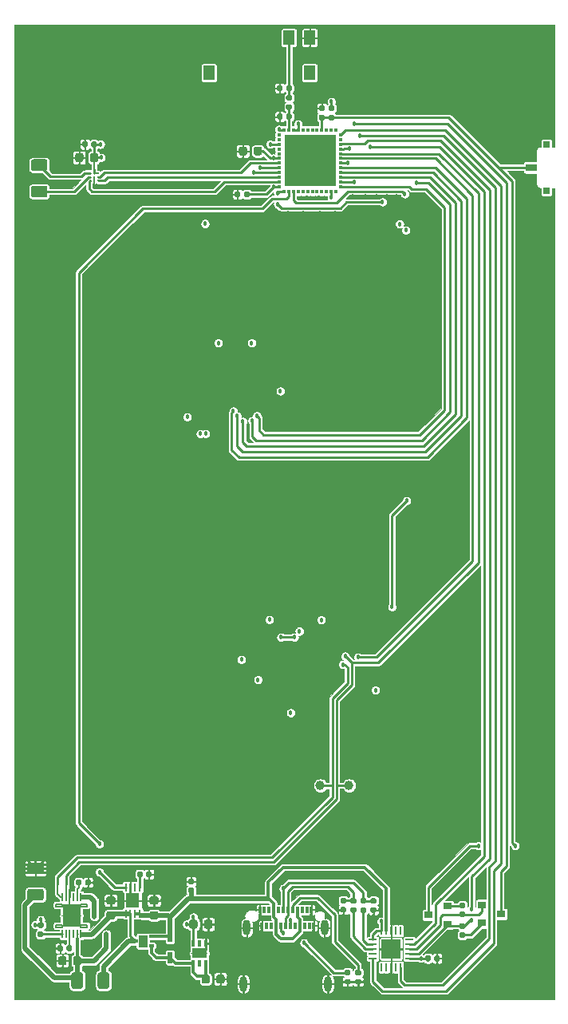
<source format=gbl>
G04 #@! TF.GenerationSoftware,KiCad,Pcbnew,(5.1.6-0-10_14)*
G04 #@! TF.CreationDate,2020-09-07T13:37:44-07:00*
G04 #@! TF.ProjectId,microgame2,6d696372-6f67-4616-9d65-322e6b696361,rev?*
G04 #@! TF.SameCoordinates,Original*
G04 #@! TF.FileFunction,Copper,L4,Bot*
G04 #@! TF.FilePolarity,Positive*
%FSLAX46Y46*%
G04 Gerber Fmt 4.6, Leading zero omitted, Abs format (unit mm)*
G04 Created by KiCad (PCBNEW (5.1.6-0-10_14)) date 2020-09-07 13:37:44*
%MOMM*%
%LPD*%
G01*
G04 APERTURE LIST*
G04 #@! TA.AperFunction,EtchedComponent*
%ADD10C,0.152400*%
G04 #@! TD*
G04 #@! TA.AperFunction,EtchedComponent*
%ADD11C,0.100000*%
G04 #@! TD*
G04 #@! TA.AperFunction,ComponentPad*
%ADD12O,0.800000X1.600000*%
G04 #@! TD*
G04 #@! TA.AperFunction,SMDPad,CuDef*
%ADD13R,0.300000X0.700000*%
G04 #@! TD*
G04 #@! TA.AperFunction,SMDPad,CuDef*
%ADD14R,0.900000X0.800000*%
G04 #@! TD*
G04 #@! TA.AperFunction,SMDPad,CuDef*
%ADD15R,1.400000X1.600000*%
G04 #@! TD*
G04 #@! TA.AperFunction,SMDPad,CuDef*
%ADD16R,0.254000X0.812800*%
G04 #@! TD*
G04 #@! TA.AperFunction,ComponentPad*
%ADD17C,0.508000*%
G04 #@! TD*
G04 #@! TA.AperFunction,SMDPad,CuDef*
%ADD18R,1.600200X1.016000*%
G04 #@! TD*
G04 #@! TA.AperFunction,SMDPad,CuDef*
%ADD19R,1.950000X2.450000*%
G04 #@! TD*
G04 #@! TA.AperFunction,SMDPad,CuDef*
%ADD20R,0.199898X0.849884*%
G04 #@! TD*
G04 #@! TA.AperFunction,SMDPad,CuDef*
%ADD21R,0.700000X0.700000*%
G04 #@! TD*
G04 #@! TA.AperFunction,SMDPad,CuDef*
%ADD22R,1.250000X0.800000*%
G04 #@! TD*
G04 #@! TA.AperFunction,SMDPad,CuDef*
%ADD23C,0.228600*%
G04 #@! TD*
G04 #@! TA.AperFunction,SMDPad,CuDef*
%ADD24R,0.840000X0.270000*%
G04 #@! TD*
G04 #@! TA.AperFunction,SMDPad,CuDef*
%ADD25R,0.270000X0.840000*%
G04 #@! TD*
G04 #@! TA.AperFunction,SMDPad,CuDef*
%ADD26R,2.000000X2.000000*%
G04 #@! TD*
G04 #@! TA.AperFunction,SMDPad,CuDef*
%ADD27R,0.482600X1.168400*%
G04 #@! TD*
G04 #@! TA.AperFunction,SMDPad,CuDef*
%ADD28R,0.350000X0.450000*%
G04 #@! TD*
G04 #@! TA.AperFunction,SMDPad,CuDef*
%ADD29R,0.450000X0.350000*%
G04 #@! TD*
G04 #@! TA.AperFunction,SMDPad,CuDef*
%ADD30R,5.400000X5.400000*%
G04 #@! TD*
G04 #@! TA.AperFunction,SMDPad,CuDef*
%ADD31R,1.200000X1.500000*%
G04 #@! TD*
G04 #@! TA.AperFunction,SMDPad,CuDef*
%ADD32R,0.500000X0.310000*%
G04 #@! TD*
G04 #@! TA.AperFunction,SMDPad,CuDef*
%ADD33R,0.650000X0.310000*%
G04 #@! TD*
G04 #@! TA.AperFunction,SMDPad,CuDef*
%ADD34C,1.000000*%
G04 #@! TD*
G04 #@! TA.AperFunction,ViaPad*
%ADD35C,0.457200*%
G04 #@! TD*
G04 #@! TA.AperFunction,ViaPad*
%ADD36C,0.800000*%
G04 #@! TD*
G04 #@! TA.AperFunction,Conductor*
%ADD37C,0.250000*%
G04 #@! TD*
G04 #@! TA.AperFunction,Conductor*
%ADD38C,0.200000*%
G04 #@! TD*
G04 #@! TA.AperFunction,Conductor*
%ADD39C,0.300000*%
G04 #@! TD*
G04 #@! TA.AperFunction,Conductor*
%ADD40C,0.500000*%
G04 #@! TD*
G04 #@! TA.AperFunction,Conductor*
%ADD41C,0.400000*%
G04 #@! TD*
G04 #@! TA.AperFunction,Conductor*
%ADD42C,0.100000*%
G04 #@! TD*
G04 APERTURE END LIST*
D10*
G04 #@! TO.C,U10*
X141800100Y-134800000D02*
X141800100Y-134800000D01*
X141800100Y-134800000D02*
X141800100Y-134800000D01*
X141800100Y-134800000D02*
X141800100Y-134800000D01*
X141800100Y-134800000D02*
X141800100Y-134800000D01*
X141800100Y-134800000D02*
X141800100Y-134800000D01*
X141800100Y-134800000D02*
X141800100Y-134800000D01*
X141800100Y-134800000D02*
X141800100Y-134800000D01*
X141800100Y-134800000D02*
X141800100Y-134800000D01*
X140199900Y-134800000D02*
X140199900Y-134800000D01*
X140199900Y-134800000D02*
X140199900Y-134800000D01*
X140199900Y-134800000D02*
X140199900Y-134800000D01*
X140199900Y-134800000D02*
X140199900Y-134800000D01*
X140199900Y-134800000D02*
X140199900Y-134800000D01*
X140199900Y-134800000D02*
X140199900Y-134800000D01*
X140199900Y-134800000D02*
X140199900Y-134800000D01*
X140199900Y-134800000D02*
X140199900Y-134800000D01*
G04 #@! TO.C,U5*
X126450000Y-130800000D02*
X126450000Y-130800000D01*
X126450000Y-130800000D02*
X126450000Y-130800000D01*
X126450000Y-130800000D02*
X126450000Y-130800000D01*
X126450000Y-130800000D02*
X126450000Y-130800000D01*
X126450000Y-130800000D02*
X126450000Y-130800000D01*
X126450000Y-130800000D02*
X126450000Y-130800000D01*
X126450000Y-130800000D02*
X126450000Y-130800000D01*
X126450000Y-130800000D02*
X126450000Y-130800000D01*
X128400000Y-130800000D02*
X128400000Y-130800000D01*
X128400000Y-130800000D02*
X128400000Y-130800000D01*
X128400000Y-130800000D02*
X128400000Y-130800000D01*
X128400000Y-130800000D02*
X128400000Y-130800000D01*
X128400000Y-130800000D02*
X128400000Y-130800000D01*
X128400000Y-130800000D02*
X128400000Y-130800000D01*
X128400000Y-130800000D02*
X128400000Y-130800000D01*
X128400000Y-130800000D02*
X128400000Y-130800000D01*
X126450000Y-131775000D02*
X125775000Y-131775000D01*
X125775000Y-131775000D02*
X125775000Y-132025000D01*
X125775000Y-132025000D02*
X126450000Y-132025000D01*
X126450000Y-132025000D02*
X126450000Y-131775000D01*
X126450000Y-129825000D02*
X125775000Y-129825000D01*
X125775000Y-129825000D02*
X125775000Y-129575000D01*
X125775000Y-129575000D02*
X126450000Y-129575000D01*
X126450000Y-129575000D02*
X126450000Y-129825000D01*
X128400000Y-129825000D02*
X129075000Y-129825000D01*
X129075000Y-129825000D02*
X129075000Y-129575000D01*
X129075000Y-129575000D02*
X128400000Y-129575000D01*
X128400000Y-129575000D02*
X128400000Y-129825000D01*
X128400000Y-131775000D02*
X129075000Y-131775000D01*
X129075000Y-131775000D02*
X129075000Y-132025000D01*
X129075000Y-132025000D02*
X128400000Y-132025000D01*
X128400000Y-132025000D02*
X128400000Y-131775000D01*
D11*
G04 #@! TO.C,Q1*
G36*
X135450000Y-134125000D02*
G01*
X135450000Y-132925000D01*
X134550000Y-132925000D01*
X134550000Y-134125000D01*
X135450000Y-134125000D01*
G37*
X135450000Y-134125000D02*
X135450000Y-132925000D01*
X134550000Y-132925000D01*
X134550000Y-134125000D01*
X135450000Y-134125000D01*
G04 #@! TD*
D12*
G04 #@! TO.P,J1,S4*
G04 #@! TO.N,GND*
X154640000Y-138050000D03*
G04 #@! TO.P,J1,S3*
X145660000Y-138050000D03*
G04 #@! TO.P,J1,S2*
X146020000Y-132100000D03*
G04 #@! TO.P,J1,S1*
X154280000Y-132100000D03*
D13*
G04 #@! TO.P,J1,B12*
X153150000Y-131890000D03*
G04 #@! TO.P,J1,B11*
G04 #@! TO.N,Net-(J1-PadB11)*
X152650000Y-131890000D03*
G04 #@! TO.P,J1,B10*
G04 #@! TO.N,Net-(J1-PadB10)*
X152150000Y-131890000D03*
G04 #@! TO.P,J1,B9*
G04 #@! TO.N,VBUS_POWER*
X151650000Y-131890000D03*
G04 #@! TO.P,J1,B8*
G04 #@! TO.N,Net-(J1-PadB8)*
X151150000Y-131890000D03*
G04 #@! TO.P,J1,B7*
G04 #@! TO.N,Net-(C11-Pad1)*
X150650000Y-131890000D03*
G04 #@! TO.P,J1,B6*
G04 #@! TO.N,Net-(C10-Pad1)*
X150150000Y-131890000D03*
G04 #@! TO.P,J1,B5*
G04 #@! TO.N,Net-(J1-PadB5)*
X149650000Y-131890000D03*
G04 #@! TO.P,J1,B4*
G04 #@! TO.N,VBUS_POWER*
X149150000Y-131890000D03*
G04 #@! TO.P,J1,B3*
G04 #@! TO.N,Net-(J1-PadB3)*
X148650000Y-131890000D03*
G04 #@! TO.P,J1,B2*
G04 #@! TO.N,Net-(J1-PadB2)*
X148150000Y-131890000D03*
G04 #@! TO.P,J1,B1*
G04 #@! TO.N,GND*
X147650000Y-131890000D03*
G04 #@! TO.P,J1,A12*
X147400000Y-130190000D03*
G04 #@! TO.P,J1,A11*
G04 #@! TO.N,Net-(J1-PadA11)*
X147900000Y-130190000D03*
G04 #@! TO.P,J1,A10*
G04 #@! TO.N,Net-(J1-PadA10)*
X148400000Y-130190000D03*
G04 #@! TO.P,J1,A9*
G04 #@! TO.N,VBUS_POWER*
X148900000Y-130190000D03*
G04 #@! TO.P,J1,A8*
G04 #@! TO.N,Net-(J1-PadA8)*
X149400000Y-130190000D03*
G04 #@! TO.P,J1,A7*
G04 #@! TO.N,Net-(C11-Pad1)*
X149900000Y-130190000D03*
G04 #@! TO.P,J1,A6*
G04 #@! TO.N,Net-(C10-Pad1)*
X150400000Y-130190000D03*
G04 #@! TO.P,J1,A5*
G04 #@! TO.N,Net-(J1-PadA5)*
X150900000Y-130190000D03*
G04 #@! TO.P,J1,A4*
G04 #@! TO.N,VBUS_POWER*
X151400000Y-130190000D03*
G04 #@! TO.P,J1,A3*
G04 #@! TO.N,Net-(J1-PadA3)*
X151900000Y-130190000D03*
G04 #@! TO.P,J1,A2*
G04 #@! TO.N,Net-(J1-PadA2)*
X152400000Y-130190000D03*
G04 #@! TO.P,J1,A1*
G04 #@! TO.N,GND*
X152900000Y-130190000D03*
G04 #@! TD*
D14*
G04 #@! TO.P,Q2,2*
G04 #@! TO.N,~RTS*
X167300000Y-131700000D03*
G04 #@! TO.P,Q2,1*
G04 #@! TO.N,Net-(Q2-Pad1)*
X167300000Y-129800000D03*
G04 #@! TO.P,Q2,3*
G04 #@! TO.N,EN*
X165300000Y-130750000D03*
G04 #@! TD*
D15*
G04 #@! TO.P,U2,9*
G04 #@! TO.N,GND*
X133925000Y-129200000D03*
D16*
G04 #@! TO.P,U2,8*
G04 #@! TO.N,Net-(R3-Pad1)*
X134675001Y-127803000D03*
G04 #@! TO.P,U2,7*
G04 #@! TO.N,Net-(U2-Pad7)*
X134175000Y-127803000D03*
G04 #@! TO.P,U2,6*
G04 #@! TO.N,GND*
X133675000Y-127803000D03*
G04 #@! TO.P,U2,5*
G04 #@! TO.N,STAT*
X133174999Y-127803000D03*
G04 #@! TO.P,U2,4*
G04 #@! TO.N,CHARGER_IN*
X133174999Y-130597000D03*
G04 #@! TO.P,U2,3*
X133675000Y-130597000D03*
G04 #@! TO.P,U2,2*
G04 #@! TO.N,VBUS_POWER*
X134175000Y-130597000D03*
G04 #@! TO.P,U2,1*
X134675001Y-130597000D03*
G04 #@! TD*
D17*
G04 #@! TO.P,U10,7*
G04 #@! TO.N,GND*
X140606300Y-134800000D03*
X141393700Y-134800000D03*
D18*
X141000000Y-134800000D03*
D13*
G04 #@! TO.P,U10,6*
G04 #@! TO.N,VREG_IN*
X140350001Y-135850000D03*
G04 #@! TO.P,U10,5*
G04 #@! TO.N,Net-(U10-Pad5)*
X141000000Y-135850000D03*
G04 #@! TO.P,U10,4*
G04 #@! TO.N,VREG_IN*
X141649999Y-135850000D03*
G04 #@! TO.P,U10,3*
G04 #@! TO.N,GND*
X141649999Y-133750000D03*
G04 #@! TO.P,U10,2*
G04 #@! TO.N,Net-(U10-Pad2)*
X141000000Y-133750000D03*
G04 #@! TO.P,U10,1*
G04 #@! TO.N,+3V3*
X140350001Y-133750000D03*
G04 #@! TD*
D17*
G04 #@! TO.P,U5,13*
G04 #@! TO.N,GND*
X127031300Y-131587400D03*
X127818700Y-131587400D03*
X127031300Y-130800000D03*
X127818700Y-130800000D03*
X127031300Y-130012600D03*
X127818700Y-130012600D03*
D19*
X127425000Y-130800000D03*
D20*
G04 #@! TO.P,U5,12*
G04 #@! TO.N,Net-(R9-Pad2)*
X126424999Y-132780946D03*
G04 #@! TO.P,U5,11*
G04 #@! TO.N,Net-(U5-Pad11)*
X126825001Y-132780946D03*
G04 #@! TO.P,U5,10*
G04 #@! TO.N,Net-(R10-Pad1)*
X127225000Y-132780946D03*
G04 #@! TO.P,U5,9*
G04 #@! TO.N,Net-(U5-Pad9)*
X127625000Y-132780946D03*
G04 #@! TO.P,U5,8*
G04 #@! TO.N,VBATT*
X128024999Y-132780946D03*
G04 #@! TO.P,U5,7*
G04 #@! TO.N,CHARGER_IN*
X128425001Y-132780946D03*
G04 #@! TO.P,U5,6*
G04 #@! TO.N,VBATT*
X128425001Y-128819054D03*
G04 #@! TO.P,U5,5*
G04 #@! TO.N,Net-(C14-Pad1)*
X128024999Y-128819054D03*
G04 #@! TO.P,U5,4*
G04 #@! TO.N,Net-(U5-Pad4)*
X127625000Y-128819054D03*
G04 #@! TO.P,U5,3*
G04 #@! TO.N,GND*
X127225000Y-128819054D03*
G04 #@! TO.P,U5,2*
G04 #@! TO.N,SCL*
X126825001Y-128819054D03*
G04 #@! TO.P,U5,1*
G04 #@! TO.N,SDA*
X126424999Y-128819054D03*
G04 #@! TD*
D17*
G04 #@! TO.P,U6,25*
G04 #@! TO.N,GND*
X153787400Y-103362600D03*
X153787400Y-104150000D03*
X153787400Y-104937400D03*
X153000000Y-103362600D03*
X153000000Y-104150000D03*
X153000000Y-104937400D03*
X152212600Y-103362600D03*
X152212600Y-104150000D03*
X152212600Y-104937400D03*
G04 #@! TD*
D21*
G04 #@! TO.P,SW9,*
G04 #@! TO.N,*
X177850000Y-53900000D03*
X177850000Y-49000000D03*
D22*
G04 #@! TO.P,SW9,1*
G04 #@! TO.N,GND*
X176225000Y-52600000D03*
G04 #@! TO.P,SW9,2*
G04 #@! TO.N,EN*
X176225000Y-51450000D03*
G04 #@! TO.P,SW9,1*
G04 #@! TO.N,GND*
X176225000Y-50300000D03*
G04 #@! TD*
G04 #@! TO.P,C4,2*
G04 #@! TO.N,GND*
G04 #@! TA.AperFunction,SMDPad,CuDef*
G36*
G01*
X146062500Y-49443750D02*
X146062500Y-49956250D01*
G75*
G02*
X145843750Y-50175000I-218750J0D01*
G01*
X145406250Y-50175000D01*
G75*
G02*
X145187500Y-49956250I0J218750D01*
G01*
X145187500Y-49443750D01*
G75*
G02*
X145406250Y-49225000I218750J0D01*
G01*
X145843750Y-49225000D01*
G75*
G02*
X146062500Y-49443750I0J-218750D01*
G01*
G37*
G04 #@! TD.AperFunction*
G04 #@! TO.P,C4,1*
G04 #@! TO.N,+3V3*
G04 #@! TA.AperFunction,SMDPad,CuDef*
G36*
G01*
X147637500Y-49443750D02*
X147637500Y-49956250D01*
G75*
G02*
X147418750Y-50175000I-218750J0D01*
G01*
X146981250Y-50175000D01*
G75*
G02*
X146762500Y-49956250I0J218750D01*
G01*
X146762500Y-49443750D01*
G75*
G02*
X146981250Y-49225000I218750J0D01*
G01*
X147418750Y-49225000D01*
G75*
G02*
X147637500Y-49443750I0J-218750D01*
G01*
G37*
G04 #@! TD.AperFunction*
G04 #@! TD*
G04 #@! TO.P,C20,2*
G04 #@! TO.N,GND*
G04 #@! TA.AperFunction,SMDPad,CuDef*
G36*
G01*
X142800000Y-137806250D02*
X142800000Y-137293750D01*
G75*
G02*
X143018750Y-137075000I218750J0D01*
G01*
X143456250Y-137075000D01*
G75*
G02*
X143675000Y-137293750I0J-218750D01*
G01*
X143675000Y-137806250D01*
G75*
G02*
X143456250Y-138025000I-218750J0D01*
G01*
X143018750Y-138025000D01*
G75*
G02*
X142800000Y-137806250I0J218750D01*
G01*
G37*
G04 #@! TD.AperFunction*
G04 #@! TO.P,C20,1*
G04 #@! TO.N,VREG_IN*
G04 #@! TA.AperFunction,SMDPad,CuDef*
G36*
G01*
X141225000Y-137806250D02*
X141225000Y-137293750D01*
G75*
G02*
X141443750Y-137075000I218750J0D01*
G01*
X141881250Y-137075000D01*
G75*
G02*
X142100000Y-137293750I0J-218750D01*
G01*
X142100000Y-137806250D01*
G75*
G02*
X141881250Y-138025000I-218750J0D01*
G01*
X141443750Y-138025000D01*
G75*
G02*
X141225000Y-137806250I0J218750D01*
G01*
G37*
G04 #@! TD.AperFunction*
G04 #@! TD*
G04 #@! TO.P,C19,1*
G04 #@! TO.N,+3V3*
G04 #@! TA.AperFunction,SMDPad,CuDef*
G36*
G01*
X139925000Y-131981250D02*
X139925000Y-131468750D01*
G75*
G02*
X140143750Y-131250000I218750J0D01*
G01*
X140581250Y-131250000D01*
G75*
G02*
X140800000Y-131468750I0J-218750D01*
G01*
X140800000Y-131981250D01*
G75*
G02*
X140581250Y-132200000I-218750J0D01*
G01*
X140143750Y-132200000D01*
G75*
G02*
X139925000Y-131981250I0J218750D01*
G01*
G37*
G04 #@! TD.AperFunction*
G04 #@! TO.P,C19,2*
G04 #@! TO.N,GND*
G04 #@! TA.AperFunction,SMDPad,CuDef*
G36*
G01*
X141500000Y-131981250D02*
X141500000Y-131468750D01*
G75*
G02*
X141718750Y-131250000I218750J0D01*
G01*
X142156250Y-131250000D01*
G75*
G02*
X142375000Y-131468750I0J-218750D01*
G01*
X142375000Y-131981250D01*
G75*
G02*
X142156250Y-132200000I-218750J0D01*
G01*
X141718750Y-132200000D01*
G75*
G02*
X141500000Y-131981250I0J218750D01*
G01*
G37*
G04 #@! TD.AperFunction*
G04 #@! TD*
D23*
G04 #@! TO.P,U7,A1*
G04 #@! TO.N,+3V3*
X130225000Y-52050000D03*
G04 #@! TO.P,U7,A2*
X129825000Y-52050000D03*
G04 #@! TO.P,U7,A3*
G04 #@! TO.N,OUTP*
X129425000Y-52050000D03*
G04 #@! TO.P,U7,B1*
G04 #@! TO.N,DIN*
X130225000Y-52450000D03*
G04 #@! TO.P,U7,B2*
G04 #@! TO.N,GND*
X129825000Y-52450000D03*
G04 #@! TO.P,U7,B3*
G04 #@! TO.N,OUTN*
X129425000Y-52450000D03*
G04 #@! TO.P,U7,C1*
G04 #@! TO.N,BCLK*
X130225000Y-52850000D03*
G04 #@! TO.P,U7,C2*
G04 #@! TO.N,GND*
X129825000Y-52850000D03*
G04 #@! TO.P,U7,C3*
G04 #@! TO.N,LRCLK*
X129425000Y-52850000D03*
G04 #@! TD*
D24*
G04 #@! TO.P,U4,6*
G04 #@! TO.N,~CTS*
X159400000Y-135350000D03*
G04 #@! TO.P,U4,7*
G04 #@! TO.N,Net-(U4-Pad7)*
X159400000Y-134850000D03*
G04 #@! TO.P,U4,8*
G04 #@! TO.N,Net-(R6-Pad1)*
X159400000Y-134350000D03*
G04 #@! TO.P,U4,9*
G04 #@! TO.N,Net-(R7-Pad1)*
X159400000Y-133850000D03*
G04 #@! TO.P,U4,10*
G04 #@! TO.N,Net-(C12-Pad1)*
X159400000Y-133350000D03*
G04 #@! TO.P,U4,16*
G04 #@! TO.N,Net-(U4-Pad16)*
X163270000Y-133350000D03*
G04 #@! TO.P,U4,17*
G04 #@! TO.N,TXD*
X163270000Y-133850000D03*
G04 #@! TO.P,U4,18*
G04 #@! TO.N,~DTR*
X163270000Y-134350000D03*
G04 #@! TO.P,U4,19*
G04 #@! TO.N,~RTS*
X163270000Y-134850000D03*
G04 #@! TO.P,U4,20*
G04 #@! TO.N,Net-(C12-Pad1)*
X163270000Y-135350000D03*
D25*
G04 #@! TO.P,U4,1*
G04 #@! TO.N,RXD*
X162335000Y-136285000D03*
G04 #@! TO.P,U4,2*
G04 #@! TO.N,Net-(U4-Pad2)*
X161835000Y-136285000D03*
G04 #@! TO.P,U4,3*
G04 #@! TO.N,GND*
X161335000Y-136285000D03*
G04 #@! TO.P,U4,4*
G04 #@! TO.N,Net-(U4-Pad4)*
X160835000Y-136285000D03*
G04 #@! TO.P,U4,5*
G04 #@! TO.N,Net-(U4-Pad5)*
X160335000Y-136285000D03*
G04 #@! TO.P,U4,11*
G04 #@! TO.N,Net-(C12-Pad1)*
X160335000Y-132415000D03*
G04 #@! TO.P,U4,12*
G04 #@! TO.N,VBUS_POWER*
X160835000Y-132415000D03*
G04 #@! TO.P,U4,13*
G04 #@! TO.N,GND*
X161335000Y-132415000D03*
G04 #@! TO.P,U4,14*
G04 #@! TO.N,Net-(U4-Pad14)*
X161835000Y-132415000D03*
G04 #@! TO.P,U4,15*
G04 #@! TO.N,Net-(U4-Pad15)*
X162335000Y-132415000D03*
D26*
G04 #@! TO.P,U4,21*
G04 #@! TO.N,GND*
X161335000Y-134350000D03*
G04 #@! TD*
G04 #@! TO.P,R10,2*
G04 #@! TO.N,GND*
G04 #@! TA.AperFunction,SMDPad,CuDef*
G36*
G01*
X126520000Y-134102500D02*
X126520000Y-134447500D01*
G75*
G02*
X126372500Y-134595000I-147500J0D01*
G01*
X126077500Y-134595000D01*
G75*
G02*
X125930000Y-134447500I0J147500D01*
G01*
X125930000Y-134102500D01*
G75*
G02*
X126077500Y-133955000I147500J0D01*
G01*
X126372500Y-133955000D01*
G75*
G02*
X126520000Y-134102500I0J-147500D01*
G01*
G37*
G04 #@! TD.AperFunction*
G04 #@! TO.P,R10,1*
G04 #@! TO.N,Net-(R10-Pad1)*
G04 #@! TA.AperFunction,SMDPad,CuDef*
G36*
G01*
X127490000Y-134102500D02*
X127490000Y-134447500D01*
G75*
G02*
X127342500Y-134595000I-147500J0D01*
G01*
X127047500Y-134595000D01*
G75*
G02*
X126900000Y-134447500I0J147500D01*
G01*
X126900000Y-134102500D01*
G75*
G02*
X127047500Y-133955000I147500J0D01*
G01*
X127342500Y-133955000D01*
G75*
G02*
X127490000Y-134102500I0J-147500D01*
G01*
G37*
G04 #@! TD.AperFunction*
G04 #@! TD*
G04 #@! TO.P,R9,1*
G04 #@! TO.N,+3V3*
G04 #@! TA.AperFunction,SMDPad,CuDef*
G36*
G01*
X123977500Y-131520000D02*
X124322500Y-131520000D01*
G75*
G02*
X124470000Y-131667500I0J-147500D01*
G01*
X124470000Y-131962500D01*
G75*
G02*
X124322500Y-132110000I-147500J0D01*
G01*
X123977500Y-132110000D01*
G75*
G02*
X123830000Y-131962500I0J147500D01*
G01*
X123830000Y-131667500D01*
G75*
G02*
X123977500Y-131520000I147500J0D01*
G01*
G37*
G04 #@! TD.AperFunction*
G04 #@! TO.P,R9,2*
G04 #@! TO.N,Net-(R9-Pad2)*
G04 #@! TA.AperFunction,SMDPad,CuDef*
G36*
G01*
X123977500Y-132490000D02*
X124322500Y-132490000D01*
G75*
G02*
X124470000Y-132637500I0J-147500D01*
G01*
X124470000Y-132932500D01*
G75*
G02*
X124322500Y-133080000I-147500J0D01*
G01*
X123977500Y-133080000D01*
G75*
G02*
X123830000Y-132932500I0J147500D01*
G01*
X123830000Y-132637500D01*
G75*
G02*
X123977500Y-132490000I147500J0D01*
G01*
G37*
G04 #@! TD.AperFunction*
G04 #@! TD*
G04 #@! TO.P,R8,1*
G04 #@! TO.N,CHARGER_IN*
G04 #@! TA.AperFunction,SMDPad,CuDef*
G36*
G01*
X131450000Y-137075000D02*
X131450000Y-138325000D01*
G75*
G02*
X131200000Y-138575000I-250000J0D01*
G01*
X130450000Y-138575000D01*
G75*
G02*
X130200000Y-138325000I0J250000D01*
G01*
X130200000Y-137075000D01*
G75*
G02*
X130450000Y-136825000I250000J0D01*
G01*
X131200000Y-136825000D01*
G75*
G02*
X131450000Y-137075000I0J-250000D01*
G01*
G37*
G04 #@! TD.AperFunction*
G04 #@! TO.P,R8,2*
G04 #@! TO.N,VBATT*
G04 #@! TA.AperFunction,SMDPad,CuDef*
G36*
G01*
X128650000Y-137075000D02*
X128650000Y-138325000D01*
G75*
G02*
X128400000Y-138575000I-250000J0D01*
G01*
X127650000Y-138575000D01*
G75*
G02*
X127400000Y-138325000I0J250000D01*
G01*
X127400000Y-137075000D01*
G75*
G02*
X127650000Y-136825000I250000J0D01*
G01*
X128400000Y-136825000D01*
G75*
G02*
X128650000Y-137075000I0J-250000D01*
G01*
G37*
G04 #@! TD.AperFunction*
G04 #@! TD*
G04 #@! TO.P,R7,1*
G04 #@! TO.N,Net-(R7-Pad1)*
G04 #@! TA.AperFunction,SMDPad,CuDef*
G36*
G01*
X158572500Y-130515000D02*
X158227500Y-130515000D01*
G75*
G02*
X158080000Y-130367500I0J147500D01*
G01*
X158080000Y-130072500D01*
G75*
G02*
X158227500Y-129925000I147500J0D01*
G01*
X158572500Y-129925000D01*
G75*
G02*
X158720000Y-130072500I0J-147500D01*
G01*
X158720000Y-130367500D01*
G75*
G02*
X158572500Y-130515000I-147500J0D01*
G01*
G37*
G04 #@! TD.AperFunction*
G04 #@! TO.P,R7,2*
G04 #@! TO.N,Net-(C11-Pad1)*
G04 #@! TA.AperFunction,SMDPad,CuDef*
G36*
G01*
X158572500Y-129545000D02*
X158227500Y-129545000D01*
G75*
G02*
X158080000Y-129397500I0J147500D01*
G01*
X158080000Y-129102500D01*
G75*
G02*
X158227500Y-128955000I147500J0D01*
G01*
X158572500Y-128955000D01*
G75*
G02*
X158720000Y-129102500I0J-147500D01*
G01*
X158720000Y-129397500D01*
G75*
G02*
X158572500Y-129545000I-147500J0D01*
G01*
G37*
G04 #@! TD.AperFunction*
G04 #@! TD*
G04 #@! TO.P,R6,2*
G04 #@! TO.N,Net-(C10-Pad1)*
G04 #@! TA.AperFunction,SMDPad,CuDef*
G36*
G01*
X157497500Y-129545000D02*
X157152500Y-129545000D01*
G75*
G02*
X157005000Y-129397500I0J147500D01*
G01*
X157005000Y-129102500D01*
G75*
G02*
X157152500Y-128955000I147500J0D01*
G01*
X157497500Y-128955000D01*
G75*
G02*
X157645000Y-129102500I0J-147500D01*
G01*
X157645000Y-129397500D01*
G75*
G02*
X157497500Y-129545000I-147500J0D01*
G01*
G37*
G04 #@! TD.AperFunction*
G04 #@! TO.P,R6,1*
G04 #@! TO.N,Net-(R6-Pad1)*
G04 #@! TA.AperFunction,SMDPad,CuDef*
G36*
G01*
X157497500Y-130515000D02*
X157152500Y-130515000D01*
G75*
G02*
X157005000Y-130367500I0J147500D01*
G01*
X157005000Y-130072500D01*
G75*
G02*
X157152500Y-129925000I147500J0D01*
G01*
X157497500Y-129925000D01*
G75*
G02*
X157645000Y-130072500I0J-147500D01*
G01*
X157645000Y-130367500D01*
G75*
G02*
X157497500Y-130515000I-147500J0D01*
G01*
G37*
G04 #@! TD.AperFunction*
G04 #@! TD*
G04 #@! TO.P,R5,1*
G04 #@! TO.N,GND*
G04 #@! TA.AperFunction,SMDPad,CuDef*
G36*
G01*
X156897500Y-138120000D02*
X156552500Y-138120000D01*
G75*
G02*
X156405000Y-137972500I0J147500D01*
G01*
X156405000Y-137677500D01*
G75*
G02*
X156552500Y-137530000I147500J0D01*
G01*
X156897500Y-137530000D01*
G75*
G02*
X157045000Y-137677500I0J-147500D01*
G01*
X157045000Y-137972500D01*
G75*
G02*
X156897500Y-138120000I-147500J0D01*
G01*
G37*
G04 #@! TD.AperFunction*
G04 #@! TO.P,R5,2*
G04 #@! TO.N,Net-(J1-PadB5)*
G04 #@! TA.AperFunction,SMDPad,CuDef*
G36*
G01*
X156897500Y-137150000D02*
X156552500Y-137150000D01*
G75*
G02*
X156405000Y-137002500I0J147500D01*
G01*
X156405000Y-136707500D01*
G75*
G02*
X156552500Y-136560000I147500J0D01*
G01*
X156897500Y-136560000D01*
G75*
G02*
X157045000Y-136707500I0J-147500D01*
G01*
X157045000Y-137002500D01*
G75*
G02*
X156897500Y-137150000I-147500J0D01*
G01*
G37*
G04 #@! TD.AperFunction*
G04 #@! TD*
G04 #@! TO.P,R4,2*
G04 #@! TO.N,Net-(J1-PadA5)*
G04 #@! TA.AperFunction,SMDPad,CuDef*
G36*
G01*
X158022500Y-137150000D02*
X157677500Y-137150000D01*
G75*
G02*
X157530000Y-137002500I0J147500D01*
G01*
X157530000Y-136707500D01*
G75*
G02*
X157677500Y-136560000I147500J0D01*
G01*
X158022500Y-136560000D01*
G75*
G02*
X158170000Y-136707500I0J-147500D01*
G01*
X158170000Y-137002500D01*
G75*
G02*
X158022500Y-137150000I-147500J0D01*
G01*
G37*
G04 #@! TD.AperFunction*
G04 #@! TO.P,R4,1*
G04 #@! TO.N,GND*
G04 #@! TA.AperFunction,SMDPad,CuDef*
G36*
G01*
X158022500Y-138120000D02*
X157677500Y-138120000D01*
G75*
G02*
X157530000Y-137972500I0J147500D01*
G01*
X157530000Y-137677500D01*
G75*
G02*
X157677500Y-137530000I147500J0D01*
G01*
X158022500Y-137530000D01*
G75*
G02*
X158170000Y-137677500I0J-147500D01*
G01*
X158170000Y-137972500D01*
G75*
G02*
X158022500Y-138120000I-147500J0D01*
G01*
G37*
G04 #@! TD.AperFunction*
G04 #@! TD*
G04 #@! TO.P,R3,1*
G04 #@! TO.N,Net-(R3-Pad1)*
G04 #@! TA.AperFunction,SMDPad,CuDef*
G36*
G01*
X134385000Y-126597500D02*
X134385000Y-126252500D01*
G75*
G02*
X134532500Y-126105000I147500J0D01*
G01*
X134827500Y-126105000D01*
G75*
G02*
X134975000Y-126252500I0J-147500D01*
G01*
X134975000Y-126597500D01*
G75*
G02*
X134827500Y-126745000I-147500J0D01*
G01*
X134532500Y-126745000D01*
G75*
G02*
X134385000Y-126597500I0J147500D01*
G01*
G37*
G04 #@! TD.AperFunction*
G04 #@! TO.P,R3,2*
G04 #@! TO.N,GND*
G04 #@! TA.AperFunction,SMDPad,CuDef*
G36*
G01*
X135355000Y-126597500D02*
X135355000Y-126252500D01*
G75*
G02*
X135502500Y-126105000I147500J0D01*
G01*
X135797500Y-126105000D01*
G75*
G02*
X135945000Y-126252500I0J-147500D01*
G01*
X135945000Y-126597500D01*
G75*
G02*
X135797500Y-126745000I-147500J0D01*
G01*
X135502500Y-126745000D01*
G75*
G02*
X135355000Y-126597500I0J147500D01*
G01*
G37*
G04 #@! TD.AperFunction*
G04 #@! TD*
G04 #@! TO.P,R2,2*
G04 #@! TO.N,GND*
G04 #@! TA.AperFunction,SMDPad,CuDef*
G36*
G01*
X140297500Y-127475000D02*
X139952500Y-127475000D01*
G75*
G02*
X139805000Y-127327500I0J147500D01*
G01*
X139805000Y-127032500D01*
G75*
G02*
X139952500Y-126885000I147500J0D01*
G01*
X140297500Y-126885000D01*
G75*
G02*
X140445000Y-127032500I0J-147500D01*
G01*
X140445000Y-127327500D01*
G75*
G02*
X140297500Y-127475000I-147500J0D01*
G01*
G37*
G04 #@! TD.AperFunction*
G04 #@! TO.P,R2,1*
G04 #@! TO.N,VBUS_POWER*
G04 #@! TA.AperFunction,SMDPad,CuDef*
G36*
G01*
X140297500Y-128445000D02*
X139952500Y-128445000D01*
G75*
G02*
X139805000Y-128297500I0J147500D01*
G01*
X139805000Y-128002500D01*
G75*
G02*
X139952500Y-127855000I147500J0D01*
G01*
X140297500Y-127855000D01*
G75*
G02*
X140445000Y-128002500I0J-147500D01*
G01*
X140445000Y-128297500D01*
G75*
G02*
X140297500Y-128445000I-147500J0D01*
G01*
G37*
G04 #@! TD.AperFunction*
G04 #@! TD*
D27*
G04 #@! TO.P,D1,1*
G04 #@! TO.N,VREG_IN*
X137875000Y-135260200D03*
G04 #@! TO.P,D1,2*
G04 #@! TO.N,VBUS_POWER*
X137875000Y-133025000D03*
G04 #@! TD*
G04 #@! TO.P,C16,2*
G04 #@! TO.N,GND*
G04 #@! TA.AperFunction,SMDPad,CuDef*
G36*
G01*
X129150000Y-48827500D02*
X129150000Y-49172500D01*
G75*
G02*
X129002500Y-49320000I-147500J0D01*
G01*
X128707500Y-49320000D01*
G75*
G02*
X128560000Y-49172500I0J147500D01*
G01*
X128560000Y-48827500D01*
G75*
G02*
X128707500Y-48680000I147500J0D01*
G01*
X129002500Y-48680000D01*
G75*
G02*
X129150000Y-48827500I0J-147500D01*
G01*
G37*
G04 #@! TD.AperFunction*
G04 #@! TO.P,C16,1*
G04 #@! TO.N,+3V3*
G04 #@! TA.AperFunction,SMDPad,CuDef*
G36*
G01*
X130120000Y-48827500D02*
X130120000Y-49172500D01*
G75*
G02*
X129972500Y-49320000I-147500J0D01*
G01*
X129677500Y-49320000D01*
G75*
G02*
X129530000Y-49172500I0J147500D01*
G01*
X129530000Y-48827500D01*
G75*
G02*
X129677500Y-48680000I147500J0D01*
G01*
X129972500Y-48680000D01*
G75*
G02*
X130120000Y-48827500I0J-147500D01*
G01*
G37*
G04 #@! TD.AperFunction*
G04 #@! TD*
G04 #@! TO.P,C15,2*
G04 #@! TO.N,GND*
G04 #@! TA.AperFunction,SMDPad,CuDef*
G36*
G01*
X128687500Y-50143750D02*
X128687500Y-50656250D01*
G75*
G02*
X128468750Y-50875000I-218750J0D01*
G01*
X128031250Y-50875000D01*
G75*
G02*
X127812500Y-50656250I0J218750D01*
G01*
X127812500Y-50143750D01*
G75*
G02*
X128031250Y-49925000I218750J0D01*
G01*
X128468750Y-49925000D01*
G75*
G02*
X128687500Y-50143750I0J-218750D01*
G01*
G37*
G04 #@! TD.AperFunction*
G04 #@! TO.P,C15,1*
G04 #@! TO.N,+3V3*
G04 #@! TA.AperFunction,SMDPad,CuDef*
G36*
G01*
X130262500Y-50143750D02*
X130262500Y-50656250D01*
G75*
G02*
X130043750Y-50875000I-218750J0D01*
G01*
X129606250Y-50875000D01*
G75*
G02*
X129387500Y-50656250I0J218750D01*
G01*
X129387500Y-50143750D01*
G75*
G02*
X129606250Y-49925000I218750J0D01*
G01*
X130043750Y-49925000D01*
G75*
G02*
X130262500Y-50143750I0J-218750D01*
G01*
G37*
G04 #@! TD.AperFunction*
G04 #@! TD*
G04 #@! TO.P,C14,1*
G04 #@! TO.N,Net-(C14-Pad1)*
G04 #@! TA.AperFunction,SMDPad,CuDef*
G36*
G01*
X127905000Y-127472500D02*
X127905000Y-127127500D01*
G75*
G02*
X128052500Y-126980000I147500J0D01*
G01*
X128347500Y-126980000D01*
G75*
G02*
X128495000Y-127127500I0J-147500D01*
G01*
X128495000Y-127472500D01*
G75*
G02*
X128347500Y-127620000I-147500J0D01*
G01*
X128052500Y-127620000D01*
G75*
G02*
X127905000Y-127472500I0J147500D01*
G01*
G37*
G04 #@! TD.AperFunction*
G04 #@! TO.P,C14,2*
G04 #@! TO.N,GND*
G04 #@! TA.AperFunction,SMDPad,CuDef*
G36*
G01*
X128875000Y-127472500D02*
X128875000Y-127127500D01*
G75*
G02*
X129022500Y-126980000I147500J0D01*
G01*
X129317500Y-126980000D01*
G75*
G02*
X129465000Y-127127500I0J-147500D01*
G01*
X129465000Y-127472500D01*
G75*
G02*
X129317500Y-127620000I-147500J0D01*
G01*
X129022500Y-127620000D01*
G75*
G02*
X128875000Y-127472500I0J147500D01*
G01*
G37*
G04 #@! TD.AperFunction*
G04 #@! TD*
G04 #@! TO.P,C13,1*
G04 #@! TO.N,VBATT*
G04 #@! TA.AperFunction,SMDPad,CuDef*
G36*
G01*
X128462500Y-135343750D02*
X128462500Y-135856250D01*
G75*
G02*
X128243750Y-136075000I-218750J0D01*
G01*
X127806250Y-136075000D01*
G75*
G02*
X127587500Y-135856250I0J218750D01*
G01*
X127587500Y-135343750D01*
G75*
G02*
X127806250Y-135125000I218750J0D01*
G01*
X128243750Y-135125000D01*
G75*
G02*
X128462500Y-135343750I0J-218750D01*
G01*
G37*
G04 #@! TD.AperFunction*
G04 #@! TO.P,C13,2*
G04 #@! TO.N,GND*
G04 #@! TA.AperFunction,SMDPad,CuDef*
G36*
G01*
X126887500Y-135343750D02*
X126887500Y-135856250D01*
G75*
G02*
X126668750Y-136075000I-218750J0D01*
G01*
X126231250Y-136075000D01*
G75*
G02*
X126012500Y-135856250I0J218750D01*
G01*
X126012500Y-135343750D01*
G75*
G02*
X126231250Y-135125000I218750J0D01*
G01*
X126668750Y-135125000D01*
G75*
G02*
X126887500Y-135343750I0J-218750D01*
G01*
G37*
G04 #@! TD.AperFunction*
G04 #@! TD*
G04 #@! TO.P,C12,1*
G04 #@! TO.N,Net-(C12-Pad1)*
G04 #@! TA.AperFunction,SMDPad,CuDef*
G36*
G01*
X164955000Y-135522500D02*
X164955000Y-135177500D01*
G75*
G02*
X165102500Y-135030000I147500J0D01*
G01*
X165397500Y-135030000D01*
G75*
G02*
X165545000Y-135177500I0J-147500D01*
G01*
X165545000Y-135522500D01*
G75*
G02*
X165397500Y-135670000I-147500J0D01*
G01*
X165102500Y-135670000D01*
G75*
G02*
X164955000Y-135522500I0J147500D01*
G01*
G37*
G04 #@! TD.AperFunction*
G04 #@! TO.P,C12,2*
G04 #@! TO.N,GND*
G04 #@! TA.AperFunction,SMDPad,CuDef*
G36*
G01*
X165925000Y-135522500D02*
X165925000Y-135177500D01*
G75*
G02*
X166072500Y-135030000I147500J0D01*
G01*
X166367500Y-135030000D01*
G75*
G02*
X166515000Y-135177500I0J-147500D01*
G01*
X166515000Y-135522500D01*
G75*
G02*
X166367500Y-135670000I-147500J0D01*
G01*
X166072500Y-135670000D01*
G75*
G02*
X165925000Y-135522500I0J147500D01*
G01*
G37*
G04 #@! TD.AperFunction*
G04 #@! TD*
G04 #@! TO.P,C11,2*
G04 #@! TO.N,GND*
G04 #@! TA.AperFunction,SMDPad,CuDef*
G36*
G01*
X159302500Y-129925000D02*
X159647500Y-129925000D01*
G75*
G02*
X159795000Y-130072500I0J-147500D01*
G01*
X159795000Y-130367500D01*
G75*
G02*
X159647500Y-130515000I-147500J0D01*
G01*
X159302500Y-130515000D01*
G75*
G02*
X159155000Y-130367500I0J147500D01*
G01*
X159155000Y-130072500D01*
G75*
G02*
X159302500Y-129925000I147500J0D01*
G01*
G37*
G04 #@! TD.AperFunction*
G04 #@! TO.P,C11,1*
G04 #@! TO.N,Net-(C11-Pad1)*
G04 #@! TA.AperFunction,SMDPad,CuDef*
G36*
G01*
X159302500Y-128955000D02*
X159647500Y-128955000D01*
G75*
G02*
X159795000Y-129102500I0J-147500D01*
G01*
X159795000Y-129397500D01*
G75*
G02*
X159647500Y-129545000I-147500J0D01*
G01*
X159302500Y-129545000D01*
G75*
G02*
X159155000Y-129397500I0J147500D01*
G01*
X159155000Y-129102500D01*
G75*
G02*
X159302500Y-128955000I147500J0D01*
G01*
G37*
G04 #@! TD.AperFunction*
G04 #@! TD*
G04 #@! TO.P,C10,2*
G04 #@! TO.N,GND*
G04 #@! TA.AperFunction,SMDPad,CuDef*
G36*
G01*
X156102500Y-129905000D02*
X156447500Y-129905000D01*
G75*
G02*
X156595000Y-130052500I0J-147500D01*
G01*
X156595000Y-130347500D01*
G75*
G02*
X156447500Y-130495000I-147500J0D01*
G01*
X156102500Y-130495000D01*
G75*
G02*
X155955000Y-130347500I0J147500D01*
G01*
X155955000Y-130052500D01*
G75*
G02*
X156102500Y-129905000I147500J0D01*
G01*
G37*
G04 #@! TD.AperFunction*
G04 #@! TO.P,C10,1*
G04 #@! TO.N,Net-(C10-Pad1)*
G04 #@! TA.AperFunction,SMDPad,CuDef*
G36*
G01*
X156102500Y-128935000D02*
X156447500Y-128935000D01*
G75*
G02*
X156595000Y-129082500I0J-147500D01*
G01*
X156595000Y-129377500D01*
G75*
G02*
X156447500Y-129525000I-147500J0D01*
G01*
X156102500Y-129525000D01*
G75*
G02*
X155955000Y-129377500I0J147500D01*
G01*
X155955000Y-129082500D01*
G75*
G02*
X156102500Y-128935000I147500J0D01*
G01*
G37*
G04 #@! TD.AperFunction*
G04 #@! TD*
G04 #@! TO.P,C7,1*
G04 #@! TO.N,CHARGER_IN*
G04 #@! TA.AperFunction,SMDPad,CuDef*
G36*
G01*
X131856250Y-131212500D02*
X131343750Y-131212500D01*
G75*
G02*
X131125000Y-130993750I0J218750D01*
G01*
X131125000Y-130556250D01*
G75*
G02*
X131343750Y-130337500I218750J0D01*
G01*
X131856250Y-130337500D01*
G75*
G02*
X132075000Y-130556250I0J-218750D01*
G01*
X132075000Y-130993750D01*
G75*
G02*
X131856250Y-131212500I-218750J0D01*
G01*
G37*
G04 #@! TD.AperFunction*
G04 #@! TO.P,C7,2*
G04 #@! TO.N,GND*
G04 #@! TA.AperFunction,SMDPad,CuDef*
G36*
G01*
X131856250Y-129637500D02*
X131343750Y-129637500D01*
G75*
G02*
X131125000Y-129418750I0J218750D01*
G01*
X131125000Y-128981250D01*
G75*
G02*
X131343750Y-128762500I218750J0D01*
G01*
X131856250Y-128762500D01*
G75*
G02*
X132075000Y-128981250I0J-218750D01*
G01*
X132075000Y-129418750D01*
G75*
G02*
X131856250Y-129637500I-218750J0D01*
G01*
G37*
G04 #@! TD.AperFunction*
G04 #@! TD*
G04 #@! TO.P,C6,2*
G04 #@! TO.N,GND*
G04 #@! TA.AperFunction,SMDPad,CuDef*
G36*
G01*
X136431250Y-129637500D02*
X135918750Y-129637500D01*
G75*
G02*
X135700000Y-129418750I0J218750D01*
G01*
X135700000Y-128981250D01*
G75*
G02*
X135918750Y-128762500I218750J0D01*
G01*
X136431250Y-128762500D01*
G75*
G02*
X136650000Y-128981250I0J-218750D01*
G01*
X136650000Y-129418750D01*
G75*
G02*
X136431250Y-129637500I-218750J0D01*
G01*
G37*
G04 #@! TD.AperFunction*
G04 #@! TO.P,C6,1*
G04 #@! TO.N,VBUS_POWER*
G04 #@! TA.AperFunction,SMDPad,CuDef*
G36*
G01*
X136431250Y-131212500D02*
X135918750Y-131212500D01*
G75*
G02*
X135700000Y-130993750I0J218750D01*
G01*
X135700000Y-130556250D01*
G75*
G02*
X135918750Y-130337500I218750J0D01*
G01*
X136431250Y-130337500D01*
G75*
G02*
X136650000Y-130556250I0J-218750D01*
G01*
X136650000Y-130993750D01*
G75*
G02*
X136431250Y-131212500I-218750J0D01*
G01*
G37*
G04 #@! TD.AperFunction*
G04 #@! TD*
D28*
G04 #@! TO.P,U1,1*
G04 #@! TO.N,+3V3*
X149990000Y-47475000D03*
G04 #@! TO.P,U1,2*
G04 #@! TO.N,Net-(C2-Pad1)*
X150490000Y-47475000D03*
G04 #@! TO.P,U1,3*
G04 #@! TO.N,+3V3*
X150990000Y-47475000D03*
G04 #@! TO.P,U1,4*
X151490000Y-47475000D03*
G04 #@! TO.P,U1,5*
G04 #@! TO.N,Net-(U1-Pad5)*
X151990000Y-47475000D03*
G04 #@! TO.P,U1,6*
G04 #@! TO.N,Net-(U1-Pad6)*
X152490000Y-47475000D03*
G04 #@! TO.P,U1,7*
G04 #@! TO.N,Net-(U1-Pad7)*
X152990000Y-47475000D03*
G04 #@! TO.P,U1,8*
G04 #@! TO.N,Net-(U1-Pad8)*
X153490000Y-47475000D03*
G04 #@! TO.P,U1,9*
G04 #@! TO.N,EN*
X153990000Y-47475000D03*
G04 #@! TO.P,U1,10*
G04 #@! TO.N,Net-(U1-Pad10)*
X154490000Y-47475000D03*
G04 #@! TO.P,U1,11*
G04 #@! TO.N,Net-(U1-Pad11)*
X154990000Y-47475000D03*
G04 #@! TO.P,U1,12*
G04 #@! TO.N,Net-(U1-Pad12)*
X155490000Y-47475000D03*
D29*
G04 #@! TO.P,U1,13*
G04 #@! TO.N,~CTS*
X156005000Y-47990000D03*
G04 #@! TO.P,U1,14*
G04 #@! TO.N,Net-(U1-Pad14)*
X156005000Y-48490000D03*
G04 #@! TO.P,U1,15*
G04 #@! TO.N,~RTS*
X156005000Y-48990000D03*
G04 #@! TO.P,U1,16*
G04 #@! TO.N,INT*
X156005000Y-49490000D03*
G04 #@! TO.P,U1,17*
G04 #@! TO.N,SCL*
X156005000Y-49990000D03*
G04 #@! TO.P,U1,18*
G04 #@! TO.N,SDA*
X156005000Y-50490000D03*
G04 #@! TO.P,U1,19*
G04 #@! TO.N,+3V3*
X156005000Y-50990000D03*
G04 #@! TO.P,U1,20*
G04 #@! TO.N,~LCD_CSX*
X156005000Y-51490000D03*
G04 #@! TO.P,U1,21*
G04 #@! TO.N,LCD_SCL*
X156005000Y-51990000D03*
G04 #@! TO.P,U1,22*
G04 #@! TO.N,LCD_DCX*
X156005000Y-52490000D03*
G04 #@! TO.P,U1,23*
G04 #@! TO.N,IO0*
X156005000Y-52990000D03*
G04 #@! TO.P,U1,24*
G04 #@! TO.N,LCD_SDA*
X156005000Y-53490000D03*
D28*
G04 #@! TO.P,U1,25*
G04 #@! TO.N,Net-(U1-Pad25)*
X155490000Y-54005000D03*
G04 #@! TO.P,U1,26*
G04 #@! TO.N,+3V3*
X154990000Y-54005000D03*
G04 #@! TO.P,U1,27*
G04 #@! TO.N,Net-(U1-Pad27)*
X154490000Y-54005000D03*
G04 #@! TO.P,U1,28*
G04 #@! TO.N,Net-(U1-Pad28)*
X153990000Y-54005000D03*
G04 #@! TO.P,U1,29*
G04 #@! TO.N,Net-(U1-Pad29)*
X153490000Y-54005000D03*
G04 #@! TO.P,U1,30*
G04 #@! TO.N,Net-(U1-Pad30)*
X152990000Y-54005000D03*
G04 #@! TO.P,U1,31*
G04 #@! TO.N,Net-(U1-Pad31)*
X152490000Y-54005000D03*
G04 #@! TO.P,U1,32*
G04 #@! TO.N,Net-(U1-Pad32)*
X151990000Y-54005000D03*
G04 #@! TO.P,U1,33*
G04 #@! TO.N,Net-(U1-Pad33)*
X151490000Y-54005000D03*
G04 #@! TO.P,U1,34*
G04 #@! TO.N,~RESET*
X150990000Y-54005000D03*
G04 #@! TO.P,U1,35*
G04 #@! TO.N,STAT*
X150490000Y-54005000D03*
G04 #@! TO.P,U1,36*
G04 #@! TO.N,BKLIGHT*
X149990000Y-54005000D03*
D29*
G04 #@! TO.P,U1,37*
G04 #@! TO.N,+3V3*
X149475000Y-53490000D03*
G04 #@! TO.P,U1,38*
G04 #@! TO.N,LRCLK*
X149475000Y-52990000D03*
G04 #@! TO.P,U1,39*
G04 #@! TO.N,BCLK*
X149475000Y-52490000D03*
G04 #@! TO.P,U1,40*
G04 #@! TO.N,TXD*
X149475000Y-51990000D03*
G04 #@! TO.P,U1,41*
G04 #@! TO.N,RXD*
X149475000Y-51490000D03*
G04 #@! TO.P,U1,42*
G04 #@! TO.N,DIN*
X149475000Y-50990000D03*
G04 #@! TO.P,U1,43*
G04 #@! TO.N,+3V3*
X149475000Y-50490000D03*
G04 #@! TO.P,U1,44*
G04 #@! TO.N,N/C*
X149475000Y-49990000D03*
G04 #@! TO.P,U1,45*
X149475000Y-49490000D03*
G04 #@! TO.P,U1,46*
G04 #@! TO.N,+3V3*
X149475000Y-48990000D03*
G04 #@! TO.P,U1,47*
G04 #@! TO.N,N/C*
X149475000Y-48490000D03*
G04 #@! TO.P,U1,48*
X149475000Y-47990000D03*
D30*
G04 #@! TO.P,U1,49*
G04 #@! TO.N,GND*
X152740000Y-50740000D03*
G04 #@! TD*
G04 #@! TO.P,R1,1*
G04 #@! TO.N,+3V3*
G04 #@! TA.AperFunction,SMDPad,CuDef*
G36*
G01*
X154837500Y-44885000D02*
X155182500Y-44885000D01*
G75*
G02*
X155330000Y-45032500I0J-147500D01*
G01*
X155330000Y-45327500D01*
G75*
G02*
X155182500Y-45475000I-147500J0D01*
G01*
X154837500Y-45475000D01*
G75*
G02*
X154690000Y-45327500I0J147500D01*
G01*
X154690000Y-45032500D01*
G75*
G02*
X154837500Y-44885000I147500J0D01*
G01*
G37*
G04 #@! TD.AperFunction*
G04 #@! TO.P,R1,2*
G04 #@! TO.N,EN*
G04 #@! TA.AperFunction,SMDPad,CuDef*
G36*
G01*
X154837500Y-45855000D02*
X155182500Y-45855000D01*
G75*
G02*
X155330000Y-46002500I0J-147500D01*
G01*
X155330000Y-46297500D01*
G75*
G02*
X155182500Y-46445000I-147500J0D01*
G01*
X154837500Y-46445000D01*
G75*
G02*
X154690000Y-46297500I0J147500D01*
G01*
X154690000Y-46002500D01*
G75*
G02*
X154837500Y-45855000I147500J0D01*
G01*
G37*
G04 #@! TD.AperFunction*
G04 #@! TD*
G04 #@! TO.P,L1,1*
G04 #@! TO.N,Net-(C2-Pad1)*
G04 #@! TA.AperFunction,SMDPad,CuDef*
G36*
G01*
X150682500Y-45335000D02*
X150337500Y-45335000D01*
G75*
G02*
X150190000Y-45187500I0J147500D01*
G01*
X150190000Y-44892500D01*
G75*
G02*
X150337500Y-44745000I147500J0D01*
G01*
X150682500Y-44745000D01*
G75*
G02*
X150830000Y-44892500I0J-147500D01*
G01*
X150830000Y-45187500D01*
G75*
G02*
X150682500Y-45335000I-147500J0D01*
G01*
G37*
G04 #@! TD.AperFunction*
G04 #@! TO.P,L1,2*
G04 #@! TO.N,Net-(C3-Pad1)*
G04 #@! TA.AperFunction,SMDPad,CuDef*
G36*
G01*
X150682500Y-44365000D02*
X150337500Y-44365000D01*
G75*
G02*
X150190000Y-44217500I0J147500D01*
G01*
X150190000Y-43922500D01*
G75*
G02*
X150337500Y-43775000I147500J0D01*
G01*
X150682500Y-43775000D01*
G75*
G02*
X150830000Y-43922500I0J-147500D01*
G01*
X150830000Y-44217500D01*
G75*
G02*
X150682500Y-44365000I-147500J0D01*
G01*
G37*
G04 #@! TD.AperFunction*
G04 #@! TD*
D31*
G04 #@! TO.P,E1,3*
G04 #@! TO.N,N/C*
X152710000Y-41410000D03*
G04 #@! TO.P,E1,4*
X142010000Y-41410000D03*
G04 #@! TO.P,E1,2*
G04 #@! TO.N,Net-(C3-Pad1)*
X150510000Y-37680000D03*
G04 #@! TO.P,E1,1*
G04 #@! TO.N,GND*
X152710000Y-37680000D03*
G04 #@! TD*
G04 #@! TO.P,C5,2*
G04 #@! TO.N,GND*
G04 #@! TA.AperFunction,SMDPad,CuDef*
G36*
G01*
X145355000Y-54127500D02*
X145355000Y-54472500D01*
G75*
G02*
X145207500Y-54620000I-147500J0D01*
G01*
X144912500Y-54620000D01*
G75*
G02*
X144765000Y-54472500I0J147500D01*
G01*
X144765000Y-54127500D01*
G75*
G02*
X144912500Y-53980000I147500J0D01*
G01*
X145207500Y-53980000D01*
G75*
G02*
X145355000Y-54127500I0J-147500D01*
G01*
G37*
G04 #@! TD.AperFunction*
G04 #@! TO.P,C5,1*
G04 #@! TO.N,+3V3*
G04 #@! TA.AperFunction,SMDPad,CuDef*
G36*
G01*
X146325000Y-54127500D02*
X146325000Y-54472500D01*
G75*
G02*
X146177500Y-54620000I-147500J0D01*
G01*
X145882500Y-54620000D01*
G75*
G02*
X145735000Y-54472500I0J147500D01*
G01*
X145735000Y-54127500D01*
G75*
G02*
X145882500Y-53980000I147500J0D01*
G01*
X146177500Y-53980000D01*
G75*
G02*
X146325000Y-54127500I0J-147500D01*
G01*
G37*
G04 #@! TD.AperFunction*
G04 #@! TD*
G04 #@! TO.P,C3,1*
G04 #@! TO.N,Net-(C3-Pad1)*
G04 #@! TA.AperFunction,SMDPad,CuDef*
G36*
G01*
X150805000Y-42857500D02*
X150805000Y-43202500D01*
G75*
G02*
X150657500Y-43350000I-147500J0D01*
G01*
X150362500Y-43350000D01*
G75*
G02*
X150215000Y-43202500I0J147500D01*
G01*
X150215000Y-42857500D01*
G75*
G02*
X150362500Y-42710000I147500J0D01*
G01*
X150657500Y-42710000D01*
G75*
G02*
X150805000Y-42857500I0J-147500D01*
G01*
G37*
G04 #@! TD.AperFunction*
G04 #@! TO.P,C3,2*
G04 #@! TO.N,GND*
G04 #@! TA.AperFunction,SMDPad,CuDef*
G36*
G01*
X149835000Y-42857500D02*
X149835000Y-43202500D01*
G75*
G02*
X149687500Y-43350000I-147500J0D01*
G01*
X149392500Y-43350000D01*
G75*
G02*
X149245000Y-43202500I0J147500D01*
G01*
X149245000Y-42857500D01*
G75*
G02*
X149392500Y-42710000I147500J0D01*
G01*
X149687500Y-42710000D01*
G75*
G02*
X149835000Y-42857500I0J-147500D01*
G01*
G37*
G04 #@! TD.AperFunction*
G04 #@! TD*
G04 #@! TO.P,C2,2*
G04 #@! TO.N,GND*
G04 #@! TA.AperFunction,SMDPad,CuDef*
G36*
G01*
X149835000Y-45887500D02*
X149835000Y-46232500D01*
G75*
G02*
X149687500Y-46380000I-147500J0D01*
G01*
X149392500Y-46380000D01*
G75*
G02*
X149245000Y-46232500I0J147500D01*
G01*
X149245000Y-45887500D01*
G75*
G02*
X149392500Y-45740000I147500J0D01*
G01*
X149687500Y-45740000D01*
G75*
G02*
X149835000Y-45887500I0J-147500D01*
G01*
G37*
G04 #@! TD.AperFunction*
G04 #@! TO.P,C2,1*
G04 #@! TO.N,Net-(C2-Pad1)*
G04 #@! TA.AperFunction,SMDPad,CuDef*
G36*
G01*
X150805000Y-45887500D02*
X150805000Y-46232500D01*
G75*
G02*
X150657500Y-46380000I-147500J0D01*
G01*
X150362500Y-46380000D01*
G75*
G02*
X150215000Y-46232500I0J147500D01*
G01*
X150215000Y-45887500D01*
G75*
G02*
X150362500Y-45740000I147500J0D01*
G01*
X150657500Y-45740000D01*
G75*
G02*
X150805000Y-45887500I0J-147500D01*
G01*
G37*
G04 #@! TD.AperFunction*
G04 #@! TD*
G04 #@! TO.P,C1,2*
G04 #@! TO.N,GND*
G04 #@! TA.AperFunction,SMDPad,CuDef*
G36*
G01*
X154162500Y-45465000D02*
X153817500Y-45465000D01*
G75*
G02*
X153670000Y-45317500I0J147500D01*
G01*
X153670000Y-45022500D01*
G75*
G02*
X153817500Y-44875000I147500J0D01*
G01*
X154162500Y-44875000D01*
G75*
G02*
X154310000Y-45022500I0J-147500D01*
G01*
X154310000Y-45317500D01*
G75*
G02*
X154162500Y-45465000I-147500J0D01*
G01*
G37*
G04 #@! TD.AperFunction*
G04 #@! TO.P,C1,1*
G04 #@! TO.N,EN*
G04 #@! TA.AperFunction,SMDPad,CuDef*
G36*
G01*
X154162500Y-46435000D02*
X153817500Y-46435000D01*
G75*
G02*
X153670000Y-46287500I0J147500D01*
G01*
X153670000Y-45992500D01*
G75*
G02*
X153817500Y-45845000I147500J0D01*
G01*
X154162500Y-45845000D01*
G75*
G02*
X154310000Y-45992500I0J-147500D01*
G01*
X154310000Y-46287500D01*
G75*
G02*
X154162500Y-46435000I-147500J0D01*
G01*
G37*
G04 #@! TD.AperFunction*
G04 #@! TD*
D32*
G04 #@! TO.P,Q1,2*
G04 #@! TO.N,VREG_IN*
X135900000Y-134025000D03*
G04 #@! TO.P,Q1,1*
G04 #@! TO.N,VBUS_POWER*
X135900000Y-133025000D03*
D33*
G04 #@! TO.P,Q1,3*
G04 #@! TO.N,CHARGER_IN*
X134175000Y-133525000D03*
G04 #@! TD*
G04 #@! TO.P,J2,1*
G04 #@! TO.N,VBATT*
G04 #@! TA.AperFunction,SMDPad,CuDef*
G36*
G01*
X124225000Y-129225000D02*
X122975000Y-129225000D01*
G75*
G02*
X122725000Y-128975000I0J250000D01*
G01*
X122725000Y-128225000D01*
G75*
G02*
X122975000Y-127975000I250000J0D01*
G01*
X124225000Y-127975000D01*
G75*
G02*
X124475000Y-128225000I0J-250000D01*
G01*
X124475000Y-128975000D01*
G75*
G02*
X124225000Y-129225000I-250000J0D01*
G01*
G37*
G04 #@! TD.AperFunction*
G04 #@! TO.P,J2,2*
G04 #@! TO.N,GND*
G04 #@! TA.AperFunction,SMDPad,CuDef*
G36*
G01*
X124225000Y-126425000D02*
X122975000Y-126425000D01*
G75*
G02*
X122725000Y-126175000I0J250000D01*
G01*
X122725000Y-125425000D01*
G75*
G02*
X122975000Y-125175000I250000J0D01*
G01*
X124225000Y-125175000D01*
G75*
G02*
X124475000Y-125425000I0J-250000D01*
G01*
X124475000Y-126175000D01*
G75*
G02*
X124225000Y-126425000I-250000J0D01*
G01*
G37*
G04 #@! TD.AperFunction*
G04 #@! TD*
G04 #@! TO.P,J3,1*
G04 #@! TO.N,OUTN*
G04 #@! TA.AperFunction,SMDPad,CuDef*
G36*
G01*
X124625000Y-54625000D02*
X123375000Y-54625000D01*
G75*
G02*
X123125000Y-54375000I0J250000D01*
G01*
X123125000Y-53625000D01*
G75*
G02*
X123375000Y-53375000I250000J0D01*
G01*
X124625000Y-53375000D01*
G75*
G02*
X124875000Y-53625000I0J-250000D01*
G01*
X124875000Y-54375000D01*
G75*
G02*
X124625000Y-54625000I-250000J0D01*
G01*
G37*
G04 #@! TD.AperFunction*
G04 #@! TO.P,J3,2*
G04 #@! TO.N,OUTP*
G04 #@! TA.AperFunction,SMDPad,CuDef*
G36*
G01*
X124625000Y-51825000D02*
X123375000Y-51825000D01*
G75*
G02*
X123125000Y-51575000I0J250000D01*
G01*
X123125000Y-50825000D01*
G75*
G02*
X123375000Y-50575000I250000J0D01*
G01*
X124625000Y-50575000D01*
G75*
G02*
X124875000Y-50825000I0J-250000D01*
G01*
X124875000Y-51575000D01*
G75*
G02*
X124625000Y-51825000I-250000J0D01*
G01*
G37*
G04 #@! TD.AperFunction*
G04 #@! TD*
D14*
G04 #@! TO.P,Q3,3*
G04 #@! TO.N,IO0*
X173000000Y-130650000D03*
G04 #@! TO.P,Q3,1*
G04 #@! TO.N,Net-(Q3-Pad1)*
X171000000Y-131600000D03*
G04 #@! TO.P,Q3,2*
G04 #@! TO.N,~DTR*
X171000000Y-129700000D03*
G04 #@! TD*
G04 #@! TO.P,R23,2*
G04 #@! TO.N,~DTR*
G04 #@! TA.AperFunction,SMDPad,CuDef*
G36*
G01*
X168727500Y-130405000D02*
X169072500Y-130405000D01*
G75*
G02*
X169220000Y-130552500I0J-147500D01*
G01*
X169220000Y-130847500D01*
G75*
G02*
X169072500Y-130995000I-147500J0D01*
G01*
X168727500Y-130995000D01*
G75*
G02*
X168580000Y-130847500I0J147500D01*
G01*
X168580000Y-130552500D01*
G75*
G02*
X168727500Y-130405000I147500J0D01*
G01*
G37*
G04 #@! TD.AperFunction*
G04 #@! TO.P,R23,1*
G04 #@! TO.N,Net-(Q2-Pad1)*
G04 #@! TA.AperFunction,SMDPad,CuDef*
G36*
G01*
X168727500Y-129435000D02*
X169072500Y-129435000D01*
G75*
G02*
X169220000Y-129582500I0J-147500D01*
G01*
X169220000Y-129877500D01*
G75*
G02*
X169072500Y-130025000I-147500J0D01*
G01*
X168727500Y-130025000D01*
G75*
G02*
X168580000Y-129877500I0J147500D01*
G01*
X168580000Y-129582500D01*
G75*
G02*
X168727500Y-129435000I147500J0D01*
G01*
G37*
G04 #@! TD.AperFunction*
G04 #@! TD*
G04 #@! TO.P,R24,1*
G04 #@! TO.N,Net-(Q3-Pad1)*
G04 #@! TA.AperFunction,SMDPad,CuDef*
G36*
G01*
X169072500Y-133165000D02*
X168727500Y-133165000D01*
G75*
G02*
X168580000Y-133017500I0J147500D01*
G01*
X168580000Y-132722500D01*
G75*
G02*
X168727500Y-132575000I147500J0D01*
G01*
X169072500Y-132575000D01*
G75*
G02*
X169220000Y-132722500I0J-147500D01*
G01*
X169220000Y-133017500D01*
G75*
G02*
X169072500Y-133165000I-147500J0D01*
G01*
G37*
G04 #@! TD.AperFunction*
G04 #@! TO.P,R24,2*
G04 #@! TO.N,~RTS*
G04 #@! TA.AperFunction,SMDPad,CuDef*
G36*
G01*
X169072500Y-132195000D02*
X168727500Y-132195000D01*
G75*
G02*
X168580000Y-132047500I0J147500D01*
G01*
X168580000Y-131752500D01*
G75*
G02*
X168727500Y-131605000I147500J0D01*
G01*
X169072500Y-131605000D01*
G75*
G02*
X169220000Y-131752500I0J-147500D01*
G01*
X169220000Y-132047500D01*
G75*
G02*
X169072500Y-132195000I-147500J0D01*
G01*
G37*
G04 #@! TD.AperFunction*
G04 #@! TD*
D34*
G04 #@! TO.P,TP1,1*
G04 #@! TO.N,SDA*
X153825001Y-117000000D03*
G04 #@! TD*
G04 #@! TO.P,TP2,1*
G04 #@! TO.N,SCL*
X156875001Y-117000000D03*
G04 #@! TD*
D35*
G04 #@! TO.N,GND*
X150930000Y-52350000D03*
X152750000Y-52400000D03*
X154300000Y-52380000D03*
X154290000Y-50690000D03*
X150950000Y-50700000D03*
X152760000Y-50700000D03*
X152800000Y-48930000D03*
X154330000Y-48930000D03*
X150940000Y-48920000D03*
X148750000Y-56300000D03*
D36*
X135150000Y-112350000D03*
D35*
X144200000Y-76450000D03*
X147550000Y-76500000D03*
X148250000Y-73000000D03*
X146550000Y-71250000D03*
X140900000Y-60150000D03*
X146400000Y-60150000D03*
X137900000Y-60150000D03*
X137900000Y-57900000D03*
X148400000Y-60150000D03*
X150400000Y-60150000D03*
X152400000Y-60150000D03*
X154400000Y-60150000D03*
X147400000Y-57900000D03*
X149400000Y-57900000D03*
X151400000Y-57900000D03*
X153400000Y-57900000D03*
X155350000Y-57900000D03*
X147150000Y-67300000D03*
X148900000Y-65750000D03*
X150550000Y-64100000D03*
X139800000Y-74200000D03*
X139200000Y-75000000D03*
X140450000Y-77900000D03*
X143800000Y-78800000D03*
X142950000Y-77800000D03*
X142950000Y-79700000D03*
X141600000Y-71800000D03*
X140700000Y-70950000D03*
X139800000Y-71800000D03*
X142350000Y-71950000D03*
X159650000Y-56700000D03*
X158900000Y-56000000D03*
X158150000Y-56700000D03*
X138100000Y-108500000D03*
X139300000Y-107400000D03*
X147250000Y-115850000D03*
X146650000Y-116500000D03*
X135650000Y-127150000D03*
X135650000Y-125700000D03*
X130650000Y-116500000D03*
X131300000Y-115850000D03*
X155000000Y-102350000D03*
X155810000Y-102890000D03*
X152750000Y-107000000D03*
X148650000Y-97600000D03*
X159300000Y-96850000D03*
X158650000Y-97500000D03*
X167650000Y-116500000D03*
X168300000Y-115850000D03*
X176300000Y-107850000D03*
X175650000Y-108500000D03*
X142675000Y-100875000D03*
X140650000Y-103625000D03*
X156050000Y-105500000D03*
X149125000Y-73525000D03*
X150550000Y-75150000D03*
X151275000Y-74375000D03*
X155550000Y-100150000D03*
X154900000Y-99450000D03*
X160400000Y-56000000D03*
X161400000Y-56025000D03*
X153250000Y-45160000D03*
X154000000Y-44450000D03*
X152720000Y-38860000D03*
X151680000Y-37680000D03*
X153740000Y-37680000D03*
X149900000Y-39200000D03*
X151100000Y-39200000D03*
X151100000Y-39900000D03*
X149900000Y-39900000D03*
X151100000Y-40600000D03*
X149900000Y-40600000D03*
X151100000Y-41300000D03*
X149900000Y-41300000D03*
X149900000Y-42000000D03*
X151100000Y-42000000D03*
X148825000Y-43025000D03*
X149550000Y-43750000D03*
X148825000Y-46050000D03*
X149550000Y-45325000D03*
X144700000Y-49700000D03*
X145600000Y-48800000D03*
X145600000Y-50600000D03*
X144350000Y-54300000D03*
X145075000Y-55025000D03*
X145050000Y-53575000D03*
X147400000Y-130800000D03*
X147650000Y-132450000D03*
X149300000Y-128900000D03*
X154300000Y-125050000D03*
X160225000Y-126525000D03*
X151000000Y-128750000D03*
X152300000Y-128325000D03*
X153800000Y-128325000D03*
X153450000Y-126700000D03*
X155100000Y-126700000D03*
X156750000Y-126700000D03*
X158175000Y-127325000D03*
X151850000Y-126700000D03*
X150275000Y-126725000D03*
X149275000Y-127625000D03*
X156275000Y-130850000D03*
X156750000Y-132250000D03*
X156925000Y-133450000D03*
X157775000Y-134300000D03*
X160125000Y-130225000D03*
X159475000Y-130875000D03*
X158975000Y-132225000D03*
X158975000Y-128225000D03*
X155625000Y-130200000D03*
X161325000Y-137075000D03*
X141650000Y-133000000D03*
X142200000Y-133750000D03*
X135125000Y-129200000D03*
X132725000Y-129200000D03*
X137050000Y-129200000D03*
X130725000Y-129200000D03*
X136175000Y-128350000D03*
X131600000Y-128350000D03*
X133675000Y-126975000D03*
X136350000Y-126425000D03*
X127360000Y-127890000D03*
X128850000Y-48300000D03*
X128175000Y-49125000D03*
X127450000Y-50400000D03*
X128250000Y-51300000D03*
X129825000Y-53400000D03*
X136690000Y-131900000D03*
X135060000Y-131900000D03*
X126450000Y-136510000D03*
X125590000Y-135620000D03*
X125510000Y-134270000D03*
X126220000Y-133630000D03*
X129180000Y-128020000D03*
X129870000Y-127300000D03*
X129160000Y-126580000D03*
X139400000Y-127180000D03*
X140120000Y-126480000D03*
X140860000Y-127170000D03*
X155990000Y-137810000D03*
X156730000Y-138530000D03*
X157860000Y-138530000D03*
X158570000Y-137830000D03*
X166220000Y-136070000D03*
X166930000Y-135360000D03*
X166220000Y-134620000D03*
X161400000Y-131570000D03*
X143230000Y-138450000D03*
X144100000Y-137550000D03*
X143230000Y-136650000D03*
X141940000Y-130830000D03*
X142780000Y-131720000D03*
X144910000Y-57980000D03*
X143480000Y-56660000D03*
X144190000Y-57400000D03*
X159150000Y-71930000D03*
X159910000Y-72650000D03*
X160910000Y-72660000D03*
X161620000Y-71950000D03*
X123600000Y-124600000D03*
X124400000Y-124600000D03*
X125000000Y-125400000D03*
X125000000Y-126200000D03*
X122200000Y-126200000D03*
X122200000Y-125400000D03*
X122800000Y-124600000D03*
X153650000Y-54650000D03*
X142200000Y-51400000D03*
X140800000Y-51400000D03*
X139300000Y-51400000D03*
X137800000Y-51400000D03*
X136400000Y-51400000D03*
X135100000Y-51400000D03*
X133700000Y-51400000D03*
X132300000Y-51400000D03*
X143650000Y-51400000D03*
X143500000Y-54000000D03*
X142700000Y-54700000D03*
X141400000Y-54700000D03*
X140100000Y-54700000D03*
X138800000Y-54700000D03*
X137400000Y-54700000D03*
X136100000Y-54700000D03*
X134800000Y-54700000D03*
X133400000Y-54700000D03*
X132000000Y-54700000D03*
X130600000Y-54700000D03*
X129200000Y-54700000D03*
X128700000Y-54000000D03*
X141800000Y-53200000D03*
X139900000Y-53200000D03*
X138000000Y-53200000D03*
X136000000Y-53200000D03*
X134100000Y-53200000D03*
X132200000Y-53200000D03*
X127100000Y-54800000D03*
X125600000Y-54800000D03*
X126300000Y-51600000D03*
X125600000Y-50200000D03*
X124300000Y-49800000D03*
X123000000Y-49800000D03*
X122200000Y-50900000D03*
X124200000Y-55500000D03*
X122600000Y-55500000D03*
X122100000Y-54200000D03*
X123800000Y-52600000D03*
X122300000Y-52600000D03*
X145100000Y-51400000D03*
X152450000Y-54650000D03*
X153150000Y-132499998D03*
X152900000Y-130800000D03*
X149250000Y-96950000D03*
X139300000Y-123850000D03*
X176200000Y-49500000D03*
X176200000Y-53400000D03*
X175150000Y-52600000D03*
X175150000Y-50300000D03*
X141600000Y-72650000D03*
X170800000Y-127800000D03*
X168700000Y-128500000D03*
X169700000Y-124700000D03*
X166600000Y-127800000D03*
X164450000Y-58350000D03*
X161900000Y-54550000D03*
X160900000Y-54550000D03*
X159800000Y-54550000D03*
X158600000Y-54550000D03*
X157300000Y-54550000D03*
X155400000Y-56300000D03*
X153800000Y-56300000D03*
X152050000Y-56300000D03*
X150400000Y-56300000D03*
X157250000Y-57900000D03*
X156750000Y-55800000D03*
X166400000Y-57000000D03*
X165450000Y-55200000D03*
X166400000Y-58950000D03*
G04 #@! TO.N,+3V3*
X162900000Y-58100000D03*
X162250000Y-57450000D03*
X149575000Y-75175000D03*
X141600000Y-57400000D03*
X139700000Y-77900000D03*
X141100000Y-79700000D03*
X141650000Y-79700000D03*
X148425000Y-99400000D03*
X145450000Y-103650000D03*
X147225000Y-105800000D03*
X150675000Y-109300000D03*
X159700000Y-106900000D03*
X148520000Y-48990000D03*
X155010000Y-44460000D03*
X139650000Y-131725000D03*
X140350000Y-130975000D03*
X124150000Y-131250000D03*
X123575000Y-131800000D03*
X130575000Y-50400000D03*
X130500000Y-49000000D03*
X148850000Y-50450000D03*
X156750000Y-50990000D03*
X153930000Y-99430012D03*
X151600000Y-100650000D03*
X154990000Y-54600000D03*
X148899996Y-53500000D03*
X151490000Y-46849996D03*
X149450000Y-47400000D03*
G04 #@! TO.N,Net-(C11-Pad1)*
X149900000Y-127950000D03*
X150650000Y-131300000D03*
G04 #@! TO.N,Net-(C12-Pad1)*
X160300000Y-131425000D03*
X164500000Y-135350000D03*
G04 #@! TO.N,VBATT*
X131125000Y-132775000D03*
X129850000Y-130925000D03*
G04 #@! TO.N,+1V8*
X143000000Y-70050000D03*
X146550000Y-70050000D03*
G04 #@! TO.N,Net-(J1-PadB5)*
X149875000Y-132700000D03*
X152099999Y-133700000D03*
G04 #@! TO.N,STAT*
X130399994Y-123200000D03*
X130400000Y-126200000D03*
G04 #@! TO.N,TXD*
X159150000Y-49300000D03*
X146800000Y-52000000D03*
G04 #@! TO.N,~RTS*
X169900000Y-131300000D03*
X169900000Y-130100000D03*
G04 #@! TO.N,RXD*
X158050000Y-48100000D03*
X147399998Y-51500000D03*
G04 #@! TO.N,SDA*
X156230000Y-104170000D03*
X157819993Y-103380007D03*
G04 #@! TO.N,SCL*
X156470000Y-103290000D03*
G04 #@! TO.N,INT*
X156950000Y-49450000D03*
X163000000Y-86800000D03*
X161450000Y-98050000D03*
G04 #@! TO.N,~RESET*
X146600000Y-78300000D03*
X151075000Y-101275000D03*
X149650000Y-101275000D03*
X164000000Y-53100000D03*
X162800000Y-54250000D03*
G04 #@! TO.N,~LCD_CSX*
X144600000Y-77300000D03*
G04 #@! TO.N,LCD_SCL*
X145000000Y-77813188D03*
G04 #@! TO.N,LCD_DCX*
X145600000Y-78400000D03*
G04 #@! TO.N,LCD_SDA*
X147100000Y-77800000D03*
G04 #@! TO.N,EN*
X174500000Y-123400000D03*
X170600000Y-123400000D03*
G04 #@! TO.N,IO0*
X157400000Y-46850000D03*
X157400000Y-52986390D03*
G04 #@! TO.N,BKLIGHT*
X149300000Y-54150000D03*
X149300000Y-55350000D03*
X160400000Y-55100000D03*
G04 #@! TD*
D37*
G04 #@! TO.N,GND*
X141650000Y-134470000D02*
X141650000Y-133630000D01*
X142190000Y-133750000D02*
X141680000Y-133750000D01*
X141650000Y-133010000D02*
X141650000Y-133520000D01*
D38*
X129825000Y-52850000D02*
X129825000Y-52450000D01*
D37*
X147400000Y-130750000D02*
X147400000Y-130190000D01*
X147650000Y-132450000D02*
X147650000Y-131890000D01*
D38*
X127225000Y-129088622D02*
X127225000Y-129650000D01*
X127225000Y-128825000D02*
X127225050Y-128825050D01*
X127225000Y-128819054D02*
X127225000Y-128825000D01*
X127225000Y-128819054D02*
X127225000Y-128700000D01*
X129820000Y-53326834D02*
X129820000Y-52860000D01*
X127225000Y-128015000D02*
X127350000Y-127890000D01*
X127225000Y-129094054D02*
X127225000Y-128015000D01*
D37*
X133675000Y-128950000D02*
X133925000Y-129200000D01*
X133675000Y-127803000D02*
X133675000Y-128950000D01*
X124000000Y-125400000D02*
X123600000Y-125800000D01*
X125000000Y-125400000D02*
X124000000Y-125400000D01*
X124000000Y-126200000D02*
X123600000Y-125800000D01*
X125000000Y-126200000D02*
X124000000Y-126200000D01*
X123200000Y-126200000D02*
X123600000Y-125800000D01*
X122200000Y-126200000D02*
X123200000Y-126200000D01*
X123200000Y-125400000D02*
X123600000Y-125800000D01*
X122200000Y-125400000D02*
X123200000Y-125400000D01*
X122800000Y-125000000D02*
X122800000Y-124600000D01*
X123600000Y-125800000D02*
X122800000Y-125000000D01*
X153150000Y-131890000D02*
X153150000Y-132450000D01*
X153150000Y-132450000D02*
X153150000Y-132499998D01*
X152900000Y-130190000D02*
X152900000Y-130800000D01*
X124400000Y-125000000D02*
X123600000Y-125800000D01*
X124400000Y-124600000D02*
X124400000Y-125000000D01*
X123600000Y-124600000D02*
X123600000Y-125800000D01*
X161325000Y-136295000D02*
X161335000Y-136285000D01*
X161325000Y-137200000D02*
X161325000Y-136295000D01*
G04 #@! TO.N,Net-(C2-Pad1)*
X150490000Y-46080000D02*
X150510000Y-46060000D01*
X150490000Y-47475000D02*
X150490000Y-46080000D01*
X150510000Y-46060000D02*
X150510000Y-45040000D01*
G04 #@! TO.N,Net-(C3-Pad1)*
X150510000Y-44070000D02*
X150510000Y-43030000D01*
X150510000Y-43030000D02*
X150510000Y-37680000D01*
G04 #@! TO.N,+3V3*
X150990000Y-47475000D02*
X151490000Y-47475000D01*
X149475000Y-48990000D02*
X148520000Y-48990000D01*
X155010000Y-45180000D02*
X155010000Y-44490000D01*
X140350001Y-132125001D02*
X140350000Y-132125000D01*
X140350001Y-133750000D02*
X140350001Y-132125001D01*
X140362500Y-131725000D02*
X140350000Y-130975000D01*
X140362500Y-131725000D02*
X139650000Y-131725000D01*
X124150000Y-131815000D02*
X124150000Y-131250000D01*
X123590000Y-131815000D02*
X123575000Y-131800000D01*
X124150000Y-131815000D02*
X123590000Y-131815000D01*
D38*
X129825000Y-50613166D02*
X129825000Y-51650000D01*
X129825000Y-52050000D02*
X130200000Y-52050000D01*
D37*
X129825000Y-49125000D02*
X129825000Y-50400000D01*
X129825000Y-50400000D02*
X130525000Y-50400000D01*
X129900000Y-49000000D02*
X130500000Y-49000000D01*
X147500000Y-54300000D02*
X146030000Y-54300000D01*
X147600000Y-54300000D02*
X147500000Y-54300000D01*
X129825000Y-51650000D02*
X129825000Y-52050000D01*
X148523450Y-50490000D02*
X148519840Y-50486390D01*
X147733450Y-49700000D02*
X148519840Y-50486390D01*
X149475000Y-50490000D02*
X148523450Y-50490000D01*
X147200000Y-49700000D02*
X147733450Y-49700000D01*
X156005000Y-50990000D02*
X156750000Y-50990000D01*
X154990000Y-54005000D02*
X154990000Y-54600000D01*
X147500000Y-54300000D02*
X148099996Y-54300000D01*
X149475000Y-53490000D02*
X148909996Y-53490000D01*
X148909996Y-53490000D02*
X148899996Y-53500000D01*
X148099996Y-54300000D02*
X148899996Y-53500000D01*
X151490000Y-47475000D02*
X151490000Y-46849996D01*
X149525000Y-47475000D02*
X149450000Y-47400000D01*
X149990000Y-47475000D02*
X149525000Y-47475000D01*
D39*
G04 #@! TO.N,VBUS_POWER*
X149150000Y-131890000D02*
X149150000Y-131250000D01*
X148900000Y-131000000D02*
X148900000Y-130190000D01*
X149150000Y-131250000D02*
X148900000Y-131000000D01*
X149150000Y-132794330D02*
X149150000Y-131890000D01*
X150886399Y-133253601D02*
X149609271Y-133253601D01*
X151650000Y-132490000D02*
X150886399Y-133253601D01*
X151650000Y-131890000D02*
X151650000Y-132490000D01*
X158550000Y-125675000D02*
X160835000Y-127960000D01*
X149900000Y-125675000D02*
X158550000Y-125675000D01*
D37*
X148900000Y-130190000D02*
X148875001Y-130165001D01*
D39*
X148300000Y-127275000D02*
X149900000Y-125675000D01*
X148900000Y-129550000D02*
X148324999Y-128974999D01*
X148300000Y-129004998D02*
X148300000Y-127275000D01*
X148900000Y-130165001D02*
X148900000Y-129579999D01*
X160835000Y-127960000D02*
X160835000Y-132415000D01*
X149609271Y-133253601D02*
X149150000Y-132794330D01*
D40*
X137875000Y-130925000D02*
X137875000Y-133025000D01*
X139795002Y-129004998D02*
X137875000Y-130925000D01*
D39*
X137875000Y-133025000D02*
X135900000Y-133025000D01*
D40*
X140125000Y-128950000D02*
X140179998Y-129004998D01*
X140125000Y-128225000D02*
X140125000Y-128950000D01*
X140179998Y-129004998D02*
X139795002Y-129004998D01*
X148300000Y-129004998D02*
X140179998Y-129004998D01*
D39*
X134853001Y-130775000D02*
X134675001Y-130597000D01*
D40*
X136175000Y-130775000D02*
X134853001Y-130775000D01*
D37*
X137725000Y-130775000D02*
X137875000Y-130925000D01*
D40*
X136175000Y-130775000D02*
X137725000Y-130775000D01*
D39*
X134203000Y-130597000D02*
X134200000Y-130600000D01*
X134675001Y-130597000D02*
X134203000Y-130597000D01*
X151400000Y-130990466D02*
X151400000Y-130190000D01*
X151650000Y-131240466D02*
X151400000Y-130990466D01*
X151650000Y-131890000D02*
X151650000Y-131240466D01*
D37*
G04 #@! TO.N,CHARGER_IN*
X133675000Y-133025000D02*
X134175000Y-133525000D01*
X133675000Y-130597000D02*
X133675000Y-133025000D01*
D40*
X130825000Y-136175000D02*
X130825000Y-137800000D01*
X133475000Y-133525000D02*
X130825000Y-136175000D01*
X134175000Y-133525000D02*
X133475000Y-133525000D01*
X131700000Y-130600000D02*
X133171999Y-130600000D01*
D37*
X133171999Y-130600000D02*
X133174999Y-130597000D01*
X131600000Y-130700000D02*
X131700000Y-130600000D01*
X131600000Y-130775000D02*
X131600000Y-130700000D01*
D40*
X129575000Y-132800000D02*
X128600000Y-132800000D01*
X131600000Y-130775000D02*
X129575000Y-132800000D01*
X133550000Y-130597000D02*
X133174999Y-130597000D01*
D37*
G04 #@! TO.N,VREG_IN*
X141649999Y-137124999D02*
X141875000Y-137350000D01*
D39*
X141649999Y-135850000D02*
X141649999Y-137124999D01*
X141650000Y-137250000D02*
X140750000Y-137250000D01*
X140350001Y-136850001D02*
X140350001Y-135850000D01*
X140750000Y-137250000D02*
X140350001Y-136850001D01*
X138464800Y-135850000D02*
X137875000Y-135260200D01*
X140350001Y-135850000D02*
X138464800Y-135850000D01*
X137875000Y-135260200D02*
X136410200Y-135260200D01*
X135900000Y-134750000D02*
X135900000Y-134025000D01*
X136410200Y-135260200D02*
X135900000Y-134750000D01*
D37*
G04 #@! TO.N,Net-(C10-Pad1)*
X150875000Y-127750000D02*
X156750000Y-127750000D01*
X150400000Y-128225000D02*
X150875000Y-127750000D01*
X150400000Y-130190000D02*
X150400000Y-128225000D01*
X156750000Y-127750000D02*
X157325000Y-128325000D01*
X157325000Y-128325000D02*
X157325000Y-129250000D01*
X157305000Y-129230000D02*
X157325000Y-129250000D01*
X156275000Y-129230000D02*
X157305000Y-129230000D01*
X150146399Y-131053601D02*
X150400000Y-130800000D01*
X150150000Y-131890000D02*
X150146399Y-131886399D01*
X150146399Y-131886399D02*
X150146399Y-131053601D01*
X150400000Y-130800000D02*
X150400000Y-130190000D01*
G04 #@! TO.N,Net-(C11-Pad1)*
X157325000Y-127300000D02*
X158400000Y-128375000D01*
X156275000Y-127300000D02*
X157325000Y-127300000D01*
X158400000Y-128375000D02*
X158400000Y-129255000D01*
X156274989Y-127299989D02*
X156275000Y-127300000D01*
X150500011Y-127299989D02*
X156274989Y-127299989D01*
X149900000Y-127900000D02*
X150500011Y-127299989D01*
X149900000Y-130190000D02*
X149900000Y-127900000D01*
X159475000Y-129250000D02*
X158400000Y-129250000D01*
X150650000Y-131890000D02*
X150650000Y-131350000D01*
G04 #@! TO.N,Net-(C12-Pad1)*
X159400000Y-133350000D02*
X159400000Y-132825000D01*
X159810000Y-132415000D02*
X160335000Y-132415000D01*
X159400000Y-132825000D02*
X159810000Y-132415000D01*
X160325000Y-132405000D02*
X160335000Y-132415000D01*
X160325000Y-131450000D02*
X160325000Y-132405000D01*
X163270000Y-135350000D02*
X164100000Y-135350000D01*
X165250000Y-135350000D02*
X164100000Y-135350000D01*
D40*
G04 #@! TO.N,VBATT*
X128025000Y-137800000D02*
X128025000Y-135625000D01*
X128025000Y-135625000D02*
X129800000Y-135625000D01*
X131125000Y-134300000D02*
X131125000Y-132775000D01*
X129800000Y-135625000D02*
X131125000Y-134300000D01*
D41*
X128025000Y-137600000D02*
X127825000Y-137400000D01*
D39*
X128025000Y-135625000D02*
X128025000Y-133250000D01*
D40*
X129419054Y-128819054D02*
X128600000Y-128819054D01*
X129850000Y-129250000D02*
X129419054Y-128819054D01*
X129850000Y-130925000D02*
X129850000Y-129250000D01*
D37*
X128025000Y-132780947D02*
X128024999Y-132780946D01*
D38*
X128025000Y-133250000D02*
X128025000Y-132780947D01*
D40*
X122500000Y-129700000D02*
X123600000Y-128600000D01*
X122500000Y-134300000D02*
X122500000Y-129700000D01*
X125600000Y-137400000D02*
X122500000Y-134300000D01*
X127825000Y-137400000D02*
X125600000Y-137400000D01*
D38*
G04 #@! TO.N,Net-(C14-Pad1)*
X128024999Y-128642950D02*
X128024950Y-128642999D01*
X128024999Y-128025001D02*
X128024999Y-128642950D01*
X128200000Y-127850000D02*
X128024999Y-128025001D01*
X128200000Y-127300000D02*
X128200000Y-127850000D01*
D37*
G04 #@! TO.N,Net-(J1-PadA5)*
X150900000Y-129700000D02*
X150900000Y-130190000D01*
X153550002Y-128925000D02*
X151675000Y-128925000D01*
X155375000Y-130749998D02*
X153550002Y-128925000D01*
X155375000Y-133600000D02*
X155375000Y-130749998D01*
X151675000Y-128925000D02*
X150900000Y-129700000D01*
X157850000Y-136075000D02*
X155375000Y-133600000D01*
X157850000Y-136855000D02*
X157850000Y-136075000D01*
G04 #@! TO.N,Net-(J1-PadB5)*
X149650000Y-131890000D02*
X149650000Y-132475000D01*
X149650000Y-132475000D02*
X149875000Y-132700000D01*
X156725000Y-136855000D02*
X155254999Y-136855000D01*
X155254999Y-136855000D02*
X152099999Y-133700000D01*
G04 #@! TO.N,Net-(R3-Pad1)*
X134675001Y-126429999D02*
X134680000Y-126425000D01*
X134675001Y-127803000D02*
X134675001Y-126429999D01*
G04 #@! TO.N,Net-(R6-Pad1)*
X157325000Y-133025000D02*
X157325000Y-130200000D01*
X158650000Y-134350000D02*
X157325000Y-133025000D01*
X159400000Y-134350000D02*
X158650000Y-134350000D01*
G04 #@! TO.N,Net-(R9-Pad2)*
X126395997Y-132785000D02*
X126400051Y-132780946D01*
X124150000Y-132785000D02*
X126395997Y-132785000D01*
D38*
G04 #@! TO.N,Net-(R10-Pad1)*
X127225000Y-134245000D02*
X127195000Y-134275000D01*
X127225000Y-132780946D02*
X127225000Y-134245000D01*
D37*
G04 #@! TO.N,STAT*
X132000000Y-127800000D02*
X130400000Y-126200000D01*
X133171999Y-127800000D02*
X133174999Y-127803000D01*
X132000000Y-127800000D02*
X133171999Y-127800000D01*
X128200000Y-121000006D02*
X130399994Y-123200000D01*
X128200000Y-62600000D02*
X128200000Y-121000006D01*
X147700000Y-55800000D02*
X135000000Y-55800000D01*
X148750000Y-54750000D02*
X147700000Y-55800000D01*
X150490000Y-54005000D02*
X150490000Y-54500000D01*
X150240000Y-54750000D02*
X148750000Y-54750000D01*
X135000000Y-55800000D02*
X128200000Y-62600000D01*
X150490000Y-54500000D02*
X150240000Y-54750000D01*
G04 #@! TO.N,~CTS*
X172250000Y-133750000D02*
X172250000Y-130054998D01*
X160400000Y-138800000D02*
X167200000Y-138800000D01*
X159400000Y-137800000D02*
X160400000Y-138800000D01*
X167200000Y-138800000D02*
X172250000Y-133750000D01*
X159400000Y-135350000D02*
X159400000Y-137800000D01*
X156495000Y-47500000D02*
X156005000Y-47990000D01*
X172250000Y-130050000D02*
X172250000Y-126025000D01*
X167100000Y-47500000D02*
X156495000Y-47500000D01*
X173000000Y-53400000D02*
X167100000Y-47500000D01*
X172250000Y-126025000D02*
X173000000Y-125275000D01*
X173000000Y-125275000D02*
X173000000Y-53400000D01*
G04 #@! TO.N,TXD*
X166500000Y-49300000D02*
X159150000Y-49300000D01*
X171200000Y-54000000D02*
X166500000Y-49300000D01*
X171200000Y-124500000D02*
X171200000Y-54000000D01*
X166050000Y-131620002D02*
X166050000Y-129650000D01*
X163820002Y-133850000D02*
X166050000Y-131620002D01*
X166050000Y-129650000D02*
X171200000Y-124500000D01*
X163270000Y-133850000D02*
X163820002Y-133850000D01*
X146803601Y-52003601D02*
X146800000Y-52000000D01*
X149461399Y-52003601D02*
X146803601Y-52003601D01*
X149475000Y-51990000D02*
X149461399Y-52003601D01*
G04 #@! TO.N,~RTS*
X167300000Y-131800000D02*
X167300000Y-131700000D01*
X164253601Y-134846399D02*
X167300000Y-131800000D01*
X163943601Y-134846399D02*
X164253601Y-134846399D01*
X163940000Y-134850000D02*
X163943601Y-134846399D01*
X163270000Y-134850000D02*
X163940000Y-134850000D01*
X169900000Y-126650000D02*
X169900000Y-130100000D01*
X171800003Y-53800003D02*
X171800003Y-124749997D01*
X166596399Y-48596399D02*
X171800003Y-53800003D01*
X158903601Y-48596399D02*
X166596399Y-48596399D01*
X171800003Y-124749997D02*
X169900000Y-126650000D01*
X158559999Y-48940001D02*
X158903601Y-48596399D01*
X156054999Y-48940001D02*
X158559999Y-48940001D01*
X156005000Y-48990000D02*
X156054999Y-48940001D01*
X169700000Y-131300000D02*
X169900000Y-131300000D01*
X169100000Y-131900000D02*
X169700000Y-131300000D01*
X167500000Y-131900000D02*
X169100000Y-131900000D01*
X167300000Y-131700000D02*
X167500000Y-131900000D01*
G04 #@! TO.N,RXD*
X172400000Y-125000000D02*
X172400000Y-124800000D01*
X166900000Y-48100000D02*
X158100000Y-48100000D01*
X172400000Y-53600000D02*
X166900000Y-48100000D01*
X172400000Y-125000000D02*
X172400000Y-53600000D01*
X149465000Y-51500000D02*
X149475000Y-51490000D01*
X147399998Y-51500000D02*
X149465000Y-51500000D01*
X171750000Y-125650000D02*
X172400000Y-125000000D01*
X162335000Y-136285000D02*
X162335000Y-137735000D01*
X171750000Y-133250000D02*
X171750000Y-125650000D01*
X166800000Y-138200000D02*
X171750000Y-133250000D01*
X162335000Y-137735000D02*
X162800000Y-138200000D01*
X162800000Y-138200000D02*
X166800000Y-138200000D01*
D38*
G04 #@! TO.N,SDA*
X126424999Y-128819054D02*
X126279054Y-128819054D01*
X126279054Y-128819054D02*
X125950000Y-128490000D01*
X125950000Y-128490000D02*
X125950000Y-127590000D01*
D37*
X125950000Y-127530000D02*
X125950000Y-126770000D01*
X156720000Y-106140000D02*
X156720000Y-104490000D01*
X155631795Y-107228205D02*
X156720000Y-106140000D01*
X156720000Y-104490000D02*
X156400000Y-104170000D01*
X155109991Y-107753599D02*
X155631795Y-107231795D01*
X156400000Y-104170000D02*
X156230000Y-104170000D01*
X155631795Y-107231795D02*
X155631795Y-107228205D01*
X128063600Y-124649990D02*
X148713600Y-124649990D01*
X148713600Y-124649990D02*
X155109990Y-118253600D01*
X125950000Y-126763590D02*
X128063600Y-124649990D01*
X156000000Y-50490000D02*
X156005000Y-50490000D01*
X159800000Y-103400000D02*
X170000000Y-93200000D01*
X157839986Y-103400000D02*
X159800000Y-103400000D01*
X170000000Y-54400000D02*
X166086399Y-50486399D01*
X166086399Y-50486399D02*
X156003601Y-50486399D01*
X170000000Y-93200000D02*
X170000000Y-54400000D01*
X156003601Y-50486399D02*
X156000000Y-50490000D01*
X157819993Y-103380007D02*
X157839986Y-103400000D01*
X155109990Y-117009990D02*
X153890010Y-117009990D01*
X155109990Y-118253600D02*
X155109990Y-117009990D01*
X153890010Y-117009990D02*
X153825001Y-117074999D01*
X155109990Y-117009990D02*
X155109991Y-107753599D01*
D38*
G04 #@! TO.N,SCL*
X126825000Y-127530000D02*
X126825000Y-128500000D01*
D37*
X157170000Y-106330000D02*
X157170000Y-103990000D01*
X128250000Y-125100000D02*
X148900000Y-125100000D01*
X148900000Y-125100000D02*
X155560000Y-118440000D01*
X126825000Y-127530000D02*
X126825000Y-126525000D01*
X155560000Y-107940000D02*
X157170000Y-106330000D01*
X126825000Y-126525000D02*
X128250000Y-125100000D01*
X157170000Y-103990000D02*
X156390000Y-103210000D01*
X160010000Y-103990000D02*
X157170000Y-103990000D01*
X170600000Y-93400000D02*
X160010000Y-103990000D01*
X170600000Y-54200000D02*
X170600000Y-93400000D01*
X166390000Y-49990000D02*
X170600000Y-54200000D01*
X156005000Y-49990000D02*
X166390000Y-49990000D01*
X156760002Y-116960000D02*
X156875001Y-117074999D01*
X155560000Y-118440000D02*
X155560000Y-116960000D01*
X155560000Y-117000000D02*
X156760002Y-117000000D01*
X155560000Y-116960000D02*
X155560000Y-107940000D01*
G04 #@! TO.N,INT*
X156350000Y-49450000D02*
X156950000Y-49450000D01*
X156310000Y-49490000D02*
X156350000Y-49450000D01*
X156005000Y-49490000D02*
X156310000Y-49490000D01*
X161450000Y-88350000D02*
X163000000Y-86800000D01*
X161450000Y-98050000D02*
X161450000Y-88350000D01*
G04 #@! TO.N,~RESET*
X151075000Y-101275000D02*
X149696400Y-101275000D01*
X164600000Y-80400000D02*
X167600000Y-77400000D01*
X146600000Y-80000000D02*
X147000000Y-80400000D01*
X147000000Y-80400000D02*
X164600000Y-80400000D01*
X146600000Y-78300000D02*
X146600000Y-80000000D01*
X167600000Y-71800000D02*
X167600000Y-71600000D01*
X167600000Y-77400000D02*
X167600000Y-71800000D01*
X162550000Y-54000000D02*
X162800000Y-54250000D01*
X156750000Y-54000000D02*
X162550000Y-54000000D01*
X151250000Y-55200000D02*
X155550000Y-55200000D01*
X150990000Y-54940000D02*
X151250000Y-55200000D01*
X155550000Y-55200000D02*
X156750000Y-54000000D01*
X150990000Y-54005000D02*
X150990000Y-54940000D01*
X165300000Y-53100000D02*
X164000000Y-53100000D01*
X167600000Y-55400000D02*
X165300000Y-53100000D01*
X167600000Y-71800000D02*
X167600000Y-55400000D01*
G04 #@! TO.N,OUTP*
X128500000Y-52400000D02*
X125200000Y-52400000D01*
X128850000Y-52050000D02*
X128500000Y-52400000D01*
X125200000Y-52400000D02*
X124000000Y-51200000D01*
X129425000Y-52050000D02*
X128850000Y-52050000D01*
G04 #@! TO.N,DIN*
X145400000Y-52000000D02*
X146410000Y-50990000D01*
X130900000Y-52000000D02*
X145400000Y-52000000D01*
X130450000Y-52450000D02*
X130900000Y-52000000D01*
X146410000Y-50990000D02*
X149475000Y-50990000D01*
X130225000Y-52450000D02*
X130450000Y-52450000D01*
G04 #@! TO.N,OUTN*
X127698834Y-54000000D02*
X124000000Y-54000000D01*
X129248834Y-52450000D02*
X127698834Y-54000000D01*
X129425000Y-52450000D02*
X129248834Y-52450000D01*
G04 #@! TO.N,BCLK*
X130225000Y-52850000D02*
X130950000Y-52850000D01*
X131292788Y-52507212D02*
X147258266Y-52507212D01*
X149457784Y-52507216D02*
X149475000Y-52490000D01*
X147258266Y-52507212D02*
X147258270Y-52507216D01*
X147258270Y-52507216D02*
X149457784Y-52507216D01*
X130950000Y-52850000D02*
X131292788Y-52507212D01*
G04 #@! TO.N,LRCLK*
X147210000Y-52990000D02*
X149475000Y-52990000D01*
X143610000Y-52990000D02*
X147190000Y-52990000D01*
X129300000Y-53700000D02*
X129600000Y-54000000D01*
X142600000Y-54000000D02*
X143610000Y-52990000D01*
X129300000Y-52975000D02*
X129300000Y-53700000D01*
X129600000Y-54000000D02*
X142600000Y-54000000D01*
X129425000Y-52850000D02*
X129300000Y-52975000D01*
G04 #@! TO.N,~LCD_CSX*
X145200000Y-82200000D02*
X149000000Y-82200000D01*
X144400000Y-81400000D02*
X145200000Y-82200000D01*
X144400000Y-77528599D02*
X144400000Y-81400000D01*
X144600000Y-77300000D02*
X144400000Y-77528599D01*
X149000000Y-82200000D02*
X165200000Y-82200000D01*
X165200000Y-82200000D02*
X169400000Y-78000000D01*
X169400000Y-74600000D02*
X169400000Y-74400000D01*
X169400000Y-78000000D02*
X169400000Y-74600000D01*
X156006399Y-51493601D02*
X166093601Y-51493601D01*
X169400000Y-54800000D02*
X169400000Y-74600000D01*
X156005000Y-51495000D02*
X156006399Y-51493601D01*
X166093601Y-51493601D02*
X169400000Y-54800000D01*
X156005000Y-51490000D02*
X156005000Y-51495000D01*
G04 #@! TO.N,LCD_SCL*
X145600000Y-81600000D02*
X148600000Y-81600000D01*
X145000000Y-81000000D02*
X145600000Y-81600000D01*
X145000000Y-77813188D02*
X145000000Y-81000000D01*
X148600000Y-81600000D02*
X165000000Y-81600000D01*
X165000000Y-81600000D02*
X168800000Y-77800000D01*
X168800000Y-74800000D02*
X168800000Y-74600000D01*
X168800000Y-77800000D02*
X168800000Y-74800000D01*
X168800000Y-55000000D02*
X168800000Y-74800000D01*
X165790000Y-51990000D02*
X168800000Y-55000000D01*
X156005000Y-51990000D02*
X165790000Y-51990000D01*
G04 #@! TO.N,LCD_DCX*
X145600000Y-80600000D02*
X146000000Y-81000000D01*
X146000000Y-81000000D02*
X147800000Y-81000000D01*
X145600000Y-78400000D02*
X145600000Y-80600000D01*
X147800000Y-81000000D02*
X164800000Y-81000000D01*
X164800000Y-81000000D02*
X168200000Y-77600000D01*
X168200000Y-75400000D02*
X168200000Y-75200000D01*
X168200000Y-77600000D02*
X168200000Y-75400000D01*
X156012211Y-52482789D02*
X157641729Y-52482789D01*
X156005000Y-52490000D02*
X156012211Y-52482789D01*
X157641729Y-52482789D02*
X157648940Y-52490000D01*
X157648940Y-52490000D02*
X165490000Y-52490000D01*
X165490000Y-52490000D02*
X168200000Y-55200000D01*
X168200000Y-55200000D02*
X168200000Y-75400000D01*
G04 #@! TO.N,LCD_SDA*
X147328599Y-78028599D02*
X147100000Y-77800000D01*
X167000000Y-77200000D02*
X164400000Y-79800000D01*
X167000000Y-55700000D02*
X167000000Y-77200000D01*
X156005000Y-53490000D02*
X156015000Y-53500000D01*
X163550000Y-53750000D02*
X165050000Y-53750000D01*
X147328599Y-79328599D02*
X147328599Y-78028599D01*
X163300000Y-53500000D02*
X163550000Y-53750000D01*
X165050000Y-53750000D02*
X167000000Y-55700000D01*
X147800000Y-79800000D02*
X147328599Y-79328599D01*
X164400000Y-79800000D02*
X147800000Y-79800000D01*
X156015000Y-53500000D02*
X163300000Y-53500000D01*
G04 #@! TO.N,Net-(R7-Pad1)*
X158400000Y-133425000D02*
X158400000Y-130225000D01*
X158825000Y-133850000D02*
X158400000Y-133425000D01*
X159400000Y-133850000D02*
X158825000Y-133850000D01*
G04 #@! TO.N,Net-(Q2-Pad1)*
X167300000Y-129800000D02*
X168800000Y-129800000D01*
G04 #@! TO.N,EN*
X153990000Y-47475000D02*
X153990000Y-46140000D01*
X154000000Y-46150000D02*
X153990000Y-46140000D01*
X155010000Y-46150000D02*
X154000000Y-46150000D01*
X155010000Y-46150000D02*
X167450000Y-46150000D01*
X172750000Y-51450000D02*
X176225000Y-51450000D01*
X167450000Y-46150000D02*
X172750000Y-51450000D01*
X172750000Y-51450000D02*
X174100000Y-52800000D01*
X174100000Y-52800000D02*
X174200000Y-52900000D01*
X174200000Y-52900000D02*
X174200000Y-54700000D01*
X174200000Y-54700000D02*
X174200000Y-97400000D01*
X174200000Y-97400000D02*
X174200000Y-122800000D01*
X174200000Y-122800000D02*
X174200000Y-123100000D01*
X174200000Y-123100000D02*
X174500000Y-123400000D01*
X170600000Y-123400000D02*
X169700000Y-123400000D01*
X165300000Y-127800000D02*
X165300000Y-130750000D01*
X169700000Y-123400000D02*
X165300000Y-127800000D01*
G04 #@! TO.N,IO0*
X173000000Y-126137500D02*
X173000000Y-130650000D01*
X173600000Y-125537500D02*
X173000000Y-126137500D01*
X173600000Y-53100000D02*
X173600000Y-125537500D01*
X167350000Y-46850000D02*
X173600000Y-53100000D01*
X157350000Y-46850000D02*
X167350000Y-46850000D01*
X157396390Y-52990000D02*
X157400000Y-52986390D01*
X156005000Y-52990000D02*
X157396390Y-52990000D01*
G04 #@! TO.N,Net-(Q3-Pad1)*
X169830000Y-132870000D02*
X171100000Y-131600000D01*
X168800000Y-132870000D02*
X169830000Y-132870000D01*
G04 #@! TO.N,~DTR*
X171000000Y-130350000D02*
X171000000Y-129700000D01*
X170646373Y-130703627D02*
X171000000Y-130350000D01*
X168900000Y-130700000D02*
X168903627Y-130703627D01*
X166550000Y-131850000D02*
X166550000Y-130950000D01*
X166800000Y-130700000D02*
X168900000Y-130700000D01*
X166550000Y-130950000D02*
X166800000Y-130700000D01*
X164050000Y-134350000D02*
X166550000Y-131850000D01*
X168903627Y-130703627D02*
X170646373Y-130703627D01*
X163270000Y-134350000D02*
X164050000Y-134350000D01*
G04 #@! TO.N,BKLIGHT*
X149445000Y-54005000D02*
X149300000Y-54150000D01*
X149990000Y-54005000D02*
X149445000Y-54005000D01*
X155950000Y-55750000D02*
X156600000Y-55100000D01*
X149700000Y-55750000D02*
X155950000Y-55750000D01*
X156600000Y-55100000D02*
X160400000Y-55100000D01*
X149300000Y-55350000D02*
X149700000Y-55750000D01*
G04 #@! TD*
D42*
G04 #@! TO.N,GND*
G36*
X178675001Y-49275000D02*
G01*
X178451209Y-49275000D01*
X178451209Y-48650000D01*
X178446382Y-48600992D01*
X178432087Y-48553866D01*
X178408873Y-48510436D01*
X178377632Y-48472368D01*
X178339564Y-48441127D01*
X178296134Y-48417913D01*
X178249008Y-48403618D01*
X178200000Y-48398791D01*
X177500000Y-48398791D01*
X177450992Y-48403618D01*
X177403866Y-48417913D01*
X177360436Y-48441127D01*
X177322368Y-48472368D01*
X177291127Y-48510436D01*
X177267913Y-48553866D01*
X177253618Y-48600992D01*
X177248791Y-48650000D01*
X177248791Y-49275000D01*
X177115961Y-49275000D01*
X177100000Y-49273428D01*
X177084040Y-49275000D01*
X177084039Y-49275000D01*
X177036289Y-49279703D01*
X176975026Y-49298287D01*
X176918566Y-49328465D01*
X176869079Y-49369079D01*
X176828465Y-49418566D01*
X176798287Y-49475026D01*
X176779703Y-49536289D01*
X176773428Y-49600000D01*
X176775001Y-49615971D01*
X176775001Y-50798791D01*
X175600000Y-50798791D01*
X175550992Y-50803618D01*
X175503866Y-50817913D01*
X175460436Y-50841127D01*
X175422368Y-50872368D01*
X175391127Y-50910436D01*
X175367913Y-50953866D01*
X175353618Y-51000992D01*
X175348791Y-51050000D01*
X175348791Y-51075000D01*
X172905330Y-51075000D01*
X167728195Y-45897866D01*
X167716448Y-45883552D01*
X167659347Y-45836691D01*
X167594200Y-45801869D01*
X167523513Y-45780426D01*
X167468419Y-45775000D01*
X167468416Y-45775000D01*
X167450000Y-45773186D01*
X167431584Y-45775000D01*
X155509099Y-45775000D01*
X155464430Y-45720570D01*
X155404011Y-45670986D01*
X155392812Y-45665000D01*
X155404011Y-45659014D01*
X155464430Y-45609430D01*
X155514014Y-45549011D01*
X155550859Y-45480079D01*
X155573548Y-45405284D01*
X155581209Y-45327500D01*
X155581209Y-45032500D01*
X155573548Y-44954716D01*
X155550859Y-44879921D01*
X155514014Y-44810989D01*
X155464430Y-44750570D01*
X155417299Y-44711891D01*
X155434130Y-44686702D01*
X155470208Y-44599603D01*
X155488600Y-44507138D01*
X155488600Y-44412862D01*
X155470208Y-44320397D01*
X155434130Y-44233298D01*
X155381753Y-44154910D01*
X155315090Y-44088247D01*
X155236702Y-44035870D01*
X155149603Y-43999792D01*
X155057138Y-43981400D01*
X154962862Y-43981400D01*
X154870397Y-43999792D01*
X154783298Y-44035870D01*
X154704910Y-44088247D01*
X154638247Y-44154910D01*
X154585870Y-44233298D01*
X154549792Y-44320397D01*
X154531400Y-44412862D01*
X154531400Y-44507138D01*
X154549792Y-44599603D01*
X154585870Y-44686702D01*
X154602701Y-44711891D01*
X154555570Y-44750570D01*
X154538246Y-44771679D01*
X154518873Y-44735435D01*
X154487632Y-44697368D01*
X154449565Y-44666127D01*
X154406134Y-44642912D01*
X154359009Y-44628617D01*
X154310000Y-44623790D01*
X154102500Y-44625000D01*
X154040000Y-44687500D01*
X154040000Y-45120000D01*
X154060000Y-45120000D01*
X154060000Y-45220000D01*
X154040000Y-45220000D01*
X154040000Y-45240000D01*
X153940000Y-45240000D01*
X153940000Y-45220000D01*
X153482500Y-45220000D01*
X153420000Y-45282500D01*
X153418790Y-45465000D01*
X153423617Y-45514009D01*
X153437912Y-45561134D01*
X153461127Y-45604565D01*
X153492368Y-45642632D01*
X153530435Y-45673873D01*
X153560623Y-45690009D01*
X153535570Y-45710570D01*
X153485986Y-45770989D01*
X153449141Y-45839921D01*
X153426452Y-45914716D01*
X153418791Y-45992500D01*
X153418791Y-46287500D01*
X153426452Y-46365284D01*
X153449141Y-46440079D01*
X153485986Y-46509011D01*
X153535570Y-46569430D01*
X153595989Y-46619014D01*
X153615001Y-46629176D01*
X153615000Y-46998791D01*
X153315000Y-46998791D01*
X153265992Y-47003618D01*
X153240000Y-47011502D01*
X153214008Y-47003618D01*
X153165000Y-46998791D01*
X152815000Y-46998791D01*
X152765992Y-47003618D01*
X152740000Y-47011502D01*
X152714008Y-47003618D01*
X152665000Y-46998791D01*
X152315000Y-46998791D01*
X152265992Y-47003618D01*
X152240000Y-47011502D01*
X152214008Y-47003618D01*
X152165000Y-46998791D01*
X151946401Y-46998791D01*
X151950208Y-46989599D01*
X151968600Y-46897134D01*
X151968600Y-46802858D01*
X151950208Y-46710393D01*
X151914130Y-46623294D01*
X151861753Y-46544906D01*
X151795090Y-46478243D01*
X151716702Y-46425866D01*
X151629603Y-46389788D01*
X151537138Y-46371396D01*
X151442862Y-46371396D01*
X151350397Y-46389788D01*
X151263298Y-46425866D01*
X151184910Y-46478243D01*
X151118247Y-46544906D01*
X151065870Y-46623294D01*
X151029792Y-46710393D01*
X151011400Y-46802858D01*
X151011400Y-46897134D01*
X151029792Y-46989599D01*
X151033599Y-46998791D01*
X150865000Y-46998791D01*
X150865000Y-46571503D01*
X150879011Y-46564014D01*
X150939430Y-46514430D01*
X150989014Y-46454011D01*
X151025859Y-46385079D01*
X151048548Y-46310284D01*
X151056209Y-46232500D01*
X151056209Y-45887500D01*
X151048548Y-45809716D01*
X151025859Y-45734921D01*
X150989014Y-45665989D01*
X150939430Y-45605570D01*
X150885000Y-45560901D01*
X150885000Y-45529176D01*
X150904011Y-45519014D01*
X150964430Y-45469430D01*
X151014014Y-45409011D01*
X151050859Y-45340079D01*
X151073548Y-45265284D01*
X151081209Y-45187500D01*
X151081209Y-44892500D01*
X151079486Y-44875000D01*
X153418790Y-44875000D01*
X153420000Y-45057500D01*
X153482500Y-45120000D01*
X153940000Y-45120000D01*
X153940000Y-44687500D01*
X153877500Y-44625000D01*
X153670000Y-44623790D01*
X153620991Y-44628617D01*
X153573866Y-44642912D01*
X153530435Y-44666127D01*
X153492368Y-44697368D01*
X153461127Y-44735435D01*
X153437912Y-44778866D01*
X153423617Y-44825991D01*
X153418790Y-44875000D01*
X151079486Y-44875000D01*
X151073548Y-44814716D01*
X151050859Y-44739921D01*
X151014014Y-44670989D01*
X150964430Y-44610570D01*
X150904011Y-44560986D01*
X150892812Y-44555000D01*
X150904011Y-44549014D01*
X150964430Y-44499430D01*
X151014014Y-44439011D01*
X151050859Y-44370079D01*
X151073548Y-44295284D01*
X151081209Y-44217500D01*
X151081209Y-43922500D01*
X151073548Y-43844716D01*
X151050859Y-43769921D01*
X151014014Y-43700989D01*
X150964430Y-43640570D01*
X150904011Y-43590986D01*
X150885000Y-43580824D01*
X150885000Y-43529099D01*
X150939430Y-43484430D01*
X150989014Y-43424011D01*
X151025859Y-43355079D01*
X151048548Y-43280284D01*
X151056209Y-43202500D01*
X151056209Y-42857500D01*
X151048548Y-42779716D01*
X151025859Y-42704921D01*
X150989014Y-42635989D01*
X150939430Y-42575570D01*
X150885000Y-42530901D01*
X150885000Y-40660000D01*
X151858791Y-40660000D01*
X151858791Y-42160000D01*
X151863618Y-42209008D01*
X151877913Y-42256134D01*
X151901127Y-42299564D01*
X151932368Y-42337632D01*
X151970436Y-42368873D01*
X152013866Y-42392087D01*
X152060992Y-42406382D01*
X152110000Y-42411209D01*
X153310000Y-42411209D01*
X153359008Y-42406382D01*
X153406134Y-42392087D01*
X153449564Y-42368873D01*
X153487632Y-42337632D01*
X153518873Y-42299564D01*
X153542087Y-42256134D01*
X153556382Y-42209008D01*
X153561209Y-42160000D01*
X153561209Y-40660000D01*
X153556382Y-40610992D01*
X153542087Y-40563866D01*
X153518873Y-40520436D01*
X153487632Y-40482368D01*
X153449564Y-40451127D01*
X153406134Y-40427913D01*
X153359008Y-40413618D01*
X153310000Y-40408791D01*
X152110000Y-40408791D01*
X152060992Y-40413618D01*
X152013866Y-40427913D01*
X151970436Y-40451127D01*
X151932368Y-40482368D01*
X151901127Y-40520436D01*
X151877913Y-40563866D01*
X151863618Y-40610992D01*
X151858791Y-40660000D01*
X150885000Y-40660000D01*
X150885000Y-38681209D01*
X151110000Y-38681209D01*
X151159008Y-38676382D01*
X151206134Y-38662087D01*
X151249564Y-38638873D01*
X151287632Y-38607632D01*
X151318873Y-38569564D01*
X151342087Y-38526134D01*
X151356382Y-38479008D01*
X151361209Y-38430000D01*
X151858790Y-38430000D01*
X151863617Y-38479009D01*
X151877912Y-38526134D01*
X151901127Y-38569565D01*
X151932368Y-38607632D01*
X151970435Y-38638873D01*
X152013866Y-38662088D01*
X152060991Y-38676383D01*
X152110000Y-38681210D01*
X152597500Y-38680000D01*
X152660000Y-38617500D01*
X152660000Y-37730000D01*
X152760000Y-37730000D01*
X152760000Y-38617500D01*
X152822500Y-38680000D01*
X153310000Y-38681210D01*
X153359009Y-38676383D01*
X153406134Y-38662088D01*
X153449565Y-38638873D01*
X153487632Y-38607632D01*
X153518873Y-38569565D01*
X153542088Y-38526134D01*
X153556383Y-38479009D01*
X153561210Y-38430000D01*
X153560000Y-37792500D01*
X153497500Y-37730000D01*
X152760000Y-37730000D01*
X152660000Y-37730000D01*
X151922500Y-37730000D01*
X151860000Y-37792500D01*
X151858790Y-38430000D01*
X151361209Y-38430000D01*
X151361209Y-36930000D01*
X151858790Y-36930000D01*
X151860000Y-37567500D01*
X151922500Y-37630000D01*
X152660000Y-37630000D01*
X152660000Y-36742500D01*
X152760000Y-36742500D01*
X152760000Y-37630000D01*
X153497500Y-37630000D01*
X153560000Y-37567500D01*
X153561210Y-36930000D01*
X153556383Y-36880991D01*
X153542088Y-36833866D01*
X153518873Y-36790435D01*
X153487632Y-36752368D01*
X153449565Y-36721127D01*
X153406134Y-36697912D01*
X153359009Y-36683617D01*
X153310000Y-36678790D01*
X152822500Y-36680000D01*
X152760000Y-36742500D01*
X152660000Y-36742500D01*
X152597500Y-36680000D01*
X152110000Y-36678790D01*
X152060991Y-36683617D01*
X152013866Y-36697912D01*
X151970435Y-36721127D01*
X151932368Y-36752368D01*
X151901127Y-36790435D01*
X151877912Y-36833866D01*
X151863617Y-36880991D01*
X151858790Y-36930000D01*
X151361209Y-36930000D01*
X151356382Y-36880992D01*
X151342087Y-36833866D01*
X151318873Y-36790436D01*
X151287632Y-36752368D01*
X151249564Y-36721127D01*
X151206134Y-36697913D01*
X151159008Y-36683618D01*
X151110000Y-36678791D01*
X149910000Y-36678791D01*
X149860992Y-36683618D01*
X149813866Y-36697913D01*
X149770436Y-36721127D01*
X149732368Y-36752368D01*
X149701127Y-36790436D01*
X149677913Y-36833866D01*
X149663618Y-36880992D01*
X149658791Y-36930000D01*
X149658791Y-38430000D01*
X149663618Y-38479008D01*
X149677913Y-38526134D01*
X149701127Y-38569564D01*
X149732368Y-38607632D01*
X149770436Y-38638873D01*
X149813866Y-38662087D01*
X149860992Y-38676382D01*
X149910000Y-38681209D01*
X150135001Y-38681209D01*
X150135000Y-42530901D01*
X150080570Y-42575570D01*
X150060009Y-42600623D01*
X150043873Y-42570435D01*
X150012632Y-42532368D01*
X149974565Y-42501127D01*
X149931134Y-42477912D01*
X149884009Y-42463617D01*
X149835000Y-42458790D01*
X149652500Y-42460000D01*
X149590000Y-42522500D01*
X149590000Y-42980000D01*
X149610000Y-42980000D01*
X149610000Y-43080000D01*
X149590000Y-43080000D01*
X149590000Y-43537500D01*
X149652500Y-43600000D01*
X149835000Y-43601210D01*
X149884009Y-43596383D01*
X149931134Y-43582088D01*
X149974565Y-43558873D01*
X150012632Y-43527632D01*
X150043873Y-43489565D01*
X150060009Y-43459377D01*
X150080570Y-43484430D01*
X150135001Y-43529099D01*
X150135000Y-43580824D01*
X150115989Y-43590986D01*
X150055570Y-43640570D01*
X150005986Y-43700989D01*
X149969141Y-43769921D01*
X149946452Y-43844716D01*
X149938791Y-43922500D01*
X149938791Y-44217500D01*
X149946452Y-44295284D01*
X149969141Y-44370079D01*
X150005986Y-44439011D01*
X150055570Y-44499430D01*
X150115989Y-44549014D01*
X150127188Y-44555000D01*
X150115989Y-44560986D01*
X150055570Y-44610570D01*
X150005986Y-44670989D01*
X149969141Y-44739921D01*
X149946452Y-44814716D01*
X149938791Y-44892500D01*
X149938791Y-45187500D01*
X149946452Y-45265284D01*
X149969141Y-45340079D01*
X150005986Y-45409011D01*
X150055570Y-45469430D01*
X150115989Y-45519014D01*
X150135001Y-45529176D01*
X150135000Y-45560901D01*
X150080570Y-45605570D01*
X150060009Y-45630623D01*
X150043873Y-45600435D01*
X150012632Y-45562368D01*
X149974565Y-45531127D01*
X149931134Y-45507912D01*
X149884009Y-45493617D01*
X149835000Y-45488790D01*
X149652500Y-45490000D01*
X149590000Y-45552500D01*
X149590000Y-46010000D01*
X149610000Y-46010000D01*
X149610000Y-46110000D01*
X149590000Y-46110000D01*
X149590000Y-46567500D01*
X149652500Y-46630000D01*
X149835000Y-46631210D01*
X149884009Y-46626383D01*
X149931134Y-46612088D01*
X149974565Y-46588873D01*
X150012632Y-46557632D01*
X150043873Y-46519565D01*
X150060009Y-46489377D01*
X150080570Y-46514430D01*
X150115001Y-46542686D01*
X150115000Y-46998791D01*
X149815000Y-46998791D01*
X149765992Y-47003618D01*
X149733143Y-47013582D01*
X149676702Y-46975870D01*
X149589603Y-46939792D01*
X149497138Y-46921400D01*
X149402862Y-46921400D01*
X149310397Y-46939792D01*
X149223298Y-46975870D01*
X149144910Y-47028247D01*
X149078247Y-47094910D01*
X149025870Y-47173298D01*
X148989792Y-47260397D01*
X148971400Y-47352862D01*
X148971400Y-47447138D01*
X148989792Y-47539603D01*
X149025870Y-47626702D01*
X149050666Y-47663812D01*
X149041127Y-47675436D01*
X149017913Y-47718866D01*
X149003618Y-47765992D01*
X148998791Y-47815000D01*
X148998791Y-48165000D01*
X149003618Y-48214008D01*
X149011502Y-48240000D01*
X149003618Y-48265992D01*
X148998791Y-48315000D01*
X148998791Y-48615000D01*
X148820231Y-48615000D01*
X148746702Y-48565870D01*
X148659603Y-48529792D01*
X148567138Y-48511400D01*
X148472862Y-48511400D01*
X148380397Y-48529792D01*
X148293298Y-48565870D01*
X148214910Y-48618247D01*
X148148247Y-48684910D01*
X148095870Y-48763298D01*
X148059792Y-48850397D01*
X148041400Y-48942862D01*
X148041400Y-49037138D01*
X148059792Y-49129603D01*
X148095870Y-49216702D01*
X148148247Y-49295090D01*
X148214910Y-49361753D01*
X148293298Y-49414130D01*
X148380397Y-49450208D01*
X148472862Y-49468600D01*
X148567138Y-49468600D01*
X148659603Y-49450208D01*
X148746702Y-49414130D01*
X148820231Y-49365000D01*
X148998791Y-49365000D01*
X148998791Y-49665000D01*
X149003618Y-49714008D01*
X149011502Y-49740000D01*
X149003618Y-49765992D01*
X148998791Y-49815000D01*
X148998791Y-49993598D01*
X148989603Y-49989792D01*
X148897138Y-49971400D01*
X148802862Y-49971400D01*
X148710397Y-49989792D01*
X148623298Y-50025870D01*
X148603127Y-50039348D01*
X148011645Y-49447866D01*
X147999898Y-49433552D01*
X147942797Y-49386691D01*
X147879771Y-49353003D01*
X147879679Y-49352066D01*
X147852936Y-49263904D01*
X147809507Y-49182655D01*
X147751061Y-49111439D01*
X147679845Y-49052993D01*
X147598596Y-49009564D01*
X147510434Y-48982821D01*
X147418750Y-48973791D01*
X146981250Y-48973791D01*
X146889566Y-48982821D01*
X146801404Y-49009564D01*
X146720155Y-49052993D01*
X146648939Y-49111439D01*
X146590493Y-49182655D01*
X146547064Y-49263904D01*
X146520321Y-49352066D01*
X146511291Y-49443750D01*
X146511291Y-49956250D01*
X146520321Y-50047934D01*
X146547064Y-50136096D01*
X146590493Y-50217345D01*
X146648939Y-50288561D01*
X146720155Y-50347007D01*
X146801404Y-50390436D01*
X146889566Y-50417179D01*
X146981250Y-50426209D01*
X147418750Y-50426209D01*
X147510434Y-50417179D01*
X147598596Y-50390436D01*
X147679845Y-50347007D01*
X147751061Y-50288561D01*
X147769371Y-50266250D01*
X148118120Y-50615000D01*
X146428416Y-50615000D01*
X146410000Y-50613186D01*
X146391584Y-50615000D01*
X146391581Y-50615000D01*
X146336487Y-50620426D01*
X146265800Y-50641869D01*
X146245107Y-50652930D01*
X146200653Y-50676690D01*
X146177446Y-50695736D01*
X146143552Y-50723552D01*
X146131809Y-50737861D01*
X145244671Y-51625000D01*
X130918415Y-51625000D01*
X130899999Y-51623186D01*
X130881583Y-51625000D01*
X130881581Y-51625000D01*
X130826487Y-51630426D01*
X130755800Y-51651869D01*
X130755798Y-51651870D01*
X130709363Y-51676690D01*
X130690653Y-51686691D01*
X130633552Y-51733552D01*
X130621810Y-51747860D01*
X130525566Y-51844105D01*
X130507971Y-51817772D01*
X130457228Y-51767029D01*
X130397561Y-51727161D01*
X130331262Y-51699700D01*
X130260880Y-51685700D01*
X130200000Y-51685700D01*
X130200000Y-51631581D01*
X130194574Y-51576487D01*
X130175000Y-51511961D01*
X130175000Y-51105177D01*
X130223596Y-51090436D01*
X130304845Y-51047007D01*
X130376061Y-50988561D01*
X130434507Y-50917345D01*
X130462198Y-50865539D01*
X130527862Y-50878600D01*
X130622138Y-50878600D01*
X130714603Y-50860208D01*
X130801702Y-50824130D01*
X130880090Y-50771753D01*
X130946753Y-50705090D01*
X130999130Y-50626702D01*
X131035208Y-50539603D01*
X131053600Y-50447138D01*
X131053600Y-50352862D01*
X131035208Y-50260397D01*
X130999835Y-50175000D01*
X144936290Y-50175000D01*
X144941117Y-50224009D01*
X144955412Y-50271134D01*
X144978627Y-50314565D01*
X145009868Y-50352632D01*
X145047935Y-50383873D01*
X145091366Y-50407088D01*
X145138491Y-50421383D01*
X145187500Y-50426210D01*
X145512500Y-50425000D01*
X145575000Y-50362500D01*
X145575000Y-49750000D01*
X145675000Y-49750000D01*
X145675000Y-50362500D01*
X145737500Y-50425000D01*
X146062500Y-50426210D01*
X146111509Y-50421383D01*
X146158634Y-50407088D01*
X146202065Y-50383873D01*
X146240132Y-50352632D01*
X146271373Y-50314565D01*
X146294588Y-50271134D01*
X146308883Y-50224009D01*
X146313710Y-50175000D01*
X146312500Y-49812500D01*
X146250000Y-49750000D01*
X145675000Y-49750000D01*
X145575000Y-49750000D01*
X145000000Y-49750000D01*
X144937500Y-49812500D01*
X144936290Y-50175000D01*
X130999835Y-50175000D01*
X130999130Y-50173298D01*
X130946753Y-50094910D01*
X130880090Y-50028247D01*
X130801702Y-49975870D01*
X130714603Y-49939792D01*
X130622138Y-49921400D01*
X130527862Y-49921400D01*
X130462198Y-49934461D01*
X130434507Y-49882655D01*
X130376061Y-49811439D01*
X130304845Y-49752993D01*
X130223596Y-49709564D01*
X130200000Y-49702406D01*
X130200000Y-49499099D01*
X130254430Y-49454430D01*
X130277775Y-49425984D01*
X130360397Y-49460208D01*
X130452862Y-49478600D01*
X130547138Y-49478600D01*
X130639603Y-49460208D01*
X130726702Y-49424130D01*
X130805090Y-49371753D01*
X130871753Y-49305090D01*
X130924130Y-49226702D01*
X130924834Y-49225000D01*
X144936290Y-49225000D01*
X144937500Y-49587500D01*
X145000000Y-49650000D01*
X145575000Y-49650000D01*
X145575000Y-49037500D01*
X145675000Y-49037500D01*
X145675000Y-49650000D01*
X146250000Y-49650000D01*
X146312500Y-49587500D01*
X146313710Y-49225000D01*
X146308883Y-49175991D01*
X146294588Y-49128866D01*
X146271373Y-49085435D01*
X146240132Y-49047368D01*
X146202065Y-49016127D01*
X146158634Y-48992912D01*
X146111509Y-48978617D01*
X146062500Y-48973790D01*
X145737500Y-48975000D01*
X145675000Y-49037500D01*
X145575000Y-49037500D01*
X145512500Y-48975000D01*
X145187500Y-48973790D01*
X145138491Y-48978617D01*
X145091366Y-48992912D01*
X145047935Y-49016127D01*
X145009868Y-49047368D01*
X144978627Y-49085435D01*
X144955412Y-49128866D01*
X144941117Y-49175991D01*
X144936290Y-49225000D01*
X130924834Y-49225000D01*
X130960208Y-49139603D01*
X130978600Y-49047138D01*
X130978600Y-48952862D01*
X130960208Y-48860397D01*
X130924130Y-48773298D01*
X130871753Y-48694910D01*
X130805090Y-48628247D01*
X130726702Y-48575870D01*
X130639603Y-48539792D01*
X130547138Y-48521400D01*
X130452862Y-48521400D01*
X130360397Y-48539792D01*
X130277775Y-48574016D01*
X130254430Y-48545570D01*
X130194011Y-48495986D01*
X130125079Y-48459141D01*
X130050284Y-48436452D01*
X129972500Y-48428791D01*
X129677500Y-48428791D01*
X129599716Y-48436452D01*
X129524921Y-48459141D01*
X129455989Y-48495986D01*
X129395570Y-48545570D01*
X129375009Y-48570623D01*
X129358873Y-48540435D01*
X129327632Y-48502368D01*
X129289565Y-48471127D01*
X129246134Y-48447912D01*
X129199009Y-48433617D01*
X129150000Y-48428790D01*
X128967500Y-48430000D01*
X128905000Y-48492500D01*
X128905000Y-48950000D01*
X128925000Y-48950000D01*
X128925000Y-49050000D01*
X128905000Y-49050000D01*
X128905000Y-49507500D01*
X128967500Y-49570000D01*
X129150000Y-49571210D01*
X129199009Y-49566383D01*
X129246134Y-49552088D01*
X129289565Y-49528873D01*
X129327632Y-49497632D01*
X129358873Y-49459565D01*
X129375009Y-49429377D01*
X129395570Y-49454430D01*
X129450000Y-49499099D01*
X129450000Y-49702406D01*
X129426404Y-49709564D01*
X129345155Y-49752993D01*
X129273939Y-49811439D01*
X129215493Y-49882655D01*
X129172064Y-49963904D01*
X129145321Y-50052066D01*
X129136291Y-50143750D01*
X129136291Y-50656250D01*
X129145321Y-50747934D01*
X129172064Y-50836096D01*
X129215493Y-50917345D01*
X129273939Y-50988561D01*
X129345155Y-51047007D01*
X129426404Y-51090436D01*
X129475000Y-51105177D01*
X129475001Y-51511959D01*
X129455426Y-51576488D01*
X129450000Y-51631582D01*
X129450000Y-51675648D01*
X129443419Y-51675000D01*
X128868416Y-51675000D01*
X128850000Y-51673186D01*
X128831584Y-51675000D01*
X128831581Y-51675000D01*
X128776487Y-51680426D01*
X128705800Y-51701869D01*
X128699821Y-51705065D01*
X128640653Y-51736690D01*
X128627043Y-51747860D01*
X128583552Y-51783552D01*
X128571809Y-51797861D01*
X128344671Y-52025000D01*
X125355331Y-52025000D01*
X125090170Y-51759839D01*
X125116578Y-51672781D01*
X125126209Y-51575000D01*
X125126209Y-50875000D01*
X127561290Y-50875000D01*
X127566117Y-50924009D01*
X127580412Y-50971134D01*
X127603627Y-51014565D01*
X127634868Y-51052632D01*
X127672935Y-51083873D01*
X127716366Y-51107088D01*
X127763491Y-51121383D01*
X127812500Y-51126210D01*
X128137500Y-51125000D01*
X128200000Y-51062500D01*
X128200000Y-50450000D01*
X128300000Y-50450000D01*
X128300000Y-51062500D01*
X128362500Y-51125000D01*
X128687500Y-51126210D01*
X128736509Y-51121383D01*
X128783634Y-51107088D01*
X128827065Y-51083873D01*
X128865132Y-51052632D01*
X128896373Y-51014565D01*
X128919588Y-50971134D01*
X128933883Y-50924009D01*
X128938710Y-50875000D01*
X128937500Y-50512500D01*
X128875000Y-50450000D01*
X128300000Y-50450000D01*
X128200000Y-50450000D01*
X127625000Y-50450000D01*
X127562500Y-50512500D01*
X127561290Y-50875000D01*
X125126209Y-50875000D01*
X125126209Y-50825000D01*
X125116578Y-50727219D01*
X125088057Y-50633196D01*
X125041740Y-50546543D01*
X124979408Y-50470592D01*
X124903457Y-50408260D01*
X124816804Y-50361943D01*
X124722781Y-50333422D01*
X124625000Y-50323791D01*
X123375000Y-50323791D01*
X123277219Y-50333422D01*
X123183196Y-50361943D01*
X123096543Y-50408260D01*
X123020592Y-50470592D01*
X122958260Y-50546543D01*
X122911943Y-50633196D01*
X122883422Y-50727219D01*
X122873791Y-50825000D01*
X122873791Y-51575000D01*
X122883422Y-51672781D01*
X122911943Y-51766804D01*
X122958260Y-51853457D01*
X123020592Y-51929408D01*
X123096543Y-51991740D01*
X123183196Y-52038057D01*
X123277219Y-52066578D01*
X123375000Y-52076209D01*
X124345879Y-52076209D01*
X124921814Y-52652145D01*
X124933552Y-52666448D01*
X124947855Y-52678186D01*
X124947858Y-52678189D01*
X124988828Y-52711811D01*
X124990653Y-52713309D01*
X125055800Y-52748131D01*
X125126487Y-52769574D01*
X125181581Y-52775000D01*
X125181583Y-52775000D01*
X125199999Y-52776814D01*
X125218415Y-52775000D01*
X128393504Y-52775000D01*
X127543505Y-53625000D01*
X125126209Y-53625000D01*
X125116578Y-53527219D01*
X125088057Y-53433196D01*
X125041740Y-53346543D01*
X124979408Y-53270592D01*
X124903457Y-53208260D01*
X124816804Y-53161943D01*
X124722781Y-53133422D01*
X124625000Y-53123791D01*
X123375000Y-53123791D01*
X123277219Y-53133422D01*
X123183196Y-53161943D01*
X123096543Y-53208260D01*
X123020592Y-53270592D01*
X122958260Y-53346543D01*
X122911943Y-53433196D01*
X122883422Y-53527219D01*
X122873791Y-53625000D01*
X122873791Y-54375000D01*
X122883422Y-54472781D01*
X122911943Y-54566804D01*
X122958260Y-54653457D01*
X123020592Y-54729408D01*
X123096543Y-54791740D01*
X123183196Y-54838057D01*
X123277219Y-54866578D01*
X123375000Y-54876209D01*
X124625000Y-54876209D01*
X124722781Y-54866578D01*
X124816804Y-54838057D01*
X124903457Y-54791740D01*
X124979408Y-54729408D01*
X125041740Y-54653457D01*
X125059623Y-54620000D01*
X144513790Y-54620000D01*
X144518617Y-54669009D01*
X144532912Y-54716134D01*
X144556127Y-54759565D01*
X144587368Y-54797632D01*
X144625435Y-54828873D01*
X144668866Y-54852088D01*
X144715991Y-54866383D01*
X144765000Y-54871210D01*
X144947500Y-54870000D01*
X145010000Y-54807500D01*
X145010000Y-54350000D01*
X144577500Y-54350000D01*
X144515000Y-54412500D01*
X144513790Y-54620000D01*
X125059623Y-54620000D01*
X125088057Y-54566804D01*
X125116578Y-54472781D01*
X125126209Y-54375000D01*
X127680418Y-54375000D01*
X127698834Y-54376814D01*
X127717250Y-54375000D01*
X127717253Y-54375000D01*
X127772347Y-54369574D01*
X127843034Y-54348131D01*
X127908181Y-54313309D01*
X127965282Y-54266448D01*
X127977029Y-54252134D01*
X128925000Y-53304163D01*
X128925001Y-53681574D01*
X128923186Y-53700000D01*
X128929208Y-53761134D01*
X128930427Y-53773513D01*
X128940006Y-53805090D01*
X128951870Y-53844200D01*
X128980139Y-53897087D01*
X128986692Y-53909347D01*
X129033553Y-53966448D01*
X129047861Y-53978190D01*
X129321809Y-54252139D01*
X129333552Y-54266448D01*
X129390653Y-54313309D01*
X129455800Y-54348131D01*
X129526487Y-54369574D01*
X129581581Y-54375000D01*
X129581583Y-54375000D01*
X129599999Y-54376814D01*
X129618415Y-54375000D01*
X142581584Y-54375000D01*
X142600000Y-54376814D01*
X142618416Y-54375000D01*
X142618419Y-54375000D01*
X142673513Y-54369574D01*
X142744200Y-54348131D01*
X142809347Y-54313309D01*
X142866448Y-54266448D01*
X142878195Y-54252134D01*
X143150329Y-53980000D01*
X144513790Y-53980000D01*
X144515000Y-54187500D01*
X144577500Y-54250000D01*
X145010000Y-54250000D01*
X145010000Y-53792500D01*
X144947500Y-53730000D01*
X144765000Y-53728790D01*
X144715991Y-53733617D01*
X144668866Y-53747912D01*
X144625435Y-53771127D01*
X144587368Y-53802368D01*
X144556127Y-53840435D01*
X144532912Y-53883866D01*
X144518617Y-53930991D01*
X144513790Y-53980000D01*
X143150329Y-53980000D01*
X143765330Y-53365000D01*
X148438872Y-53365000D01*
X148422536Y-53447130D01*
X147944667Y-53925000D01*
X146519176Y-53925000D01*
X146509014Y-53905989D01*
X146459430Y-53845570D01*
X146399011Y-53795986D01*
X146330079Y-53759141D01*
X146255284Y-53736452D01*
X146177500Y-53728791D01*
X145882500Y-53728791D01*
X145804716Y-53736452D01*
X145729921Y-53759141D01*
X145660989Y-53795986D01*
X145600570Y-53845570D01*
X145580009Y-53870623D01*
X145563873Y-53840435D01*
X145532632Y-53802368D01*
X145494565Y-53771127D01*
X145451134Y-53747912D01*
X145404009Y-53733617D01*
X145355000Y-53728790D01*
X145172500Y-53730000D01*
X145110000Y-53792500D01*
X145110000Y-54250000D01*
X145130000Y-54250000D01*
X145130000Y-54350000D01*
X145110000Y-54350000D01*
X145110000Y-54807500D01*
X145172500Y-54870000D01*
X145355000Y-54871210D01*
X145404009Y-54866383D01*
X145451134Y-54852088D01*
X145494565Y-54828873D01*
X145532632Y-54797632D01*
X145563873Y-54759565D01*
X145580009Y-54729377D01*
X145600570Y-54754430D01*
X145660989Y-54804014D01*
X145729921Y-54840859D01*
X145804716Y-54863548D01*
X145882500Y-54871209D01*
X146177500Y-54871209D01*
X146255284Y-54863548D01*
X146330079Y-54840859D01*
X146399011Y-54804014D01*
X146459430Y-54754430D01*
X146509014Y-54694011D01*
X146519176Y-54675000D01*
X148081580Y-54675000D01*
X148099996Y-54676814D01*
X148118412Y-54675000D01*
X148118415Y-54675000D01*
X148173509Y-54669574D01*
X148244196Y-54648131D01*
X148309343Y-54613309D01*
X148366444Y-54566448D01*
X148378191Y-54552134D01*
X148821400Y-54108926D01*
X148821400Y-54197138D01*
X148839792Y-54289603D01*
X148875165Y-54375000D01*
X148768415Y-54375000D01*
X148749999Y-54373186D01*
X148731583Y-54375000D01*
X148731581Y-54375000D01*
X148676487Y-54380426D01*
X148605800Y-54401869D01*
X148605798Y-54401870D01*
X148540653Y-54436691D01*
X148497858Y-54471811D01*
X148497855Y-54471814D01*
X148483552Y-54483552D01*
X148471814Y-54497855D01*
X147544671Y-55425000D01*
X135018415Y-55425000D01*
X134999999Y-55423186D01*
X134981583Y-55425000D01*
X134981581Y-55425000D01*
X134926487Y-55430426D01*
X134855800Y-55451869D01*
X134855798Y-55451870D01*
X134790653Y-55486691D01*
X134747858Y-55521811D01*
X134747855Y-55521814D01*
X134733552Y-55533552D01*
X134721814Y-55547855D01*
X127947866Y-62321805D01*
X127933552Y-62333552D01*
X127886691Y-62390654D01*
X127851869Y-62455801D01*
X127830426Y-62526488D01*
X127825000Y-62581581D01*
X127823186Y-62600000D01*
X127825000Y-62618416D01*
X127825001Y-120981580D01*
X127823186Y-121000006D01*
X127829767Y-121066819D01*
X127830427Y-121073519D01*
X127851870Y-121144206D01*
X127886692Y-121209353D01*
X127933553Y-121266454D01*
X127947862Y-121278197D01*
X129922534Y-123252870D01*
X129939786Y-123339603D01*
X129975864Y-123426702D01*
X130028241Y-123505090D01*
X130094904Y-123571753D01*
X130173292Y-123624130D01*
X130260391Y-123660208D01*
X130352856Y-123678600D01*
X130447132Y-123678600D01*
X130539597Y-123660208D01*
X130626696Y-123624130D01*
X130705084Y-123571753D01*
X130771747Y-123505090D01*
X130824124Y-123426702D01*
X130860202Y-123339603D01*
X130878594Y-123247138D01*
X130878594Y-123152862D01*
X130860202Y-123060397D01*
X130824124Y-122973298D01*
X130771747Y-122894910D01*
X130705084Y-122828247D01*
X130626696Y-122775870D01*
X130539597Y-122739792D01*
X130452864Y-122722540D01*
X128575000Y-120844677D01*
X128575000Y-109252862D01*
X150196400Y-109252862D01*
X150196400Y-109347138D01*
X150214792Y-109439603D01*
X150250870Y-109526702D01*
X150303247Y-109605090D01*
X150369910Y-109671753D01*
X150448298Y-109724130D01*
X150535397Y-109760208D01*
X150627862Y-109778600D01*
X150722138Y-109778600D01*
X150814603Y-109760208D01*
X150901702Y-109724130D01*
X150980090Y-109671753D01*
X151046753Y-109605090D01*
X151099130Y-109526702D01*
X151135208Y-109439603D01*
X151153600Y-109347138D01*
X151153600Y-109252862D01*
X151135208Y-109160397D01*
X151099130Y-109073298D01*
X151046753Y-108994910D01*
X150980090Y-108928247D01*
X150901702Y-108875870D01*
X150814603Y-108839792D01*
X150722138Y-108821400D01*
X150627862Y-108821400D01*
X150535397Y-108839792D01*
X150448298Y-108875870D01*
X150369910Y-108928247D01*
X150303247Y-108994910D01*
X150250870Y-109073298D01*
X150214792Y-109160397D01*
X150196400Y-109252862D01*
X128575000Y-109252862D01*
X128575000Y-105752862D01*
X146746400Y-105752862D01*
X146746400Y-105847138D01*
X146764792Y-105939603D01*
X146800870Y-106026702D01*
X146853247Y-106105090D01*
X146919910Y-106171753D01*
X146998298Y-106224130D01*
X147085397Y-106260208D01*
X147177862Y-106278600D01*
X147272138Y-106278600D01*
X147364603Y-106260208D01*
X147451702Y-106224130D01*
X147530090Y-106171753D01*
X147596753Y-106105090D01*
X147649130Y-106026702D01*
X147685208Y-105939603D01*
X147703600Y-105847138D01*
X147703600Y-105752862D01*
X147685208Y-105660397D01*
X147649130Y-105573298D01*
X147596753Y-105494910D01*
X147530090Y-105428247D01*
X147451702Y-105375870D01*
X147364603Y-105339792D01*
X147272138Y-105321400D01*
X147177862Y-105321400D01*
X147085397Y-105339792D01*
X146998298Y-105375870D01*
X146919910Y-105428247D01*
X146853247Y-105494910D01*
X146800870Y-105573298D01*
X146764792Y-105660397D01*
X146746400Y-105752862D01*
X128575000Y-105752862D01*
X128575000Y-103602862D01*
X144971400Y-103602862D01*
X144971400Y-103697138D01*
X144989792Y-103789603D01*
X145025870Y-103876702D01*
X145078247Y-103955090D01*
X145144910Y-104021753D01*
X145223298Y-104074130D01*
X145310397Y-104110208D01*
X145402862Y-104128600D01*
X145497138Y-104128600D01*
X145589603Y-104110208D01*
X145676702Y-104074130D01*
X145755090Y-104021753D01*
X145821753Y-103955090D01*
X145874130Y-103876702D01*
X145910208Y-103789603D01*
X145928600Y-103697138D01*
X145928600Y-103602862D01*
X145910208Y-103510397D01*
X145874130Y-103423298D01*
X145821753Y-103344910D01*
X145755090Y-103278247D01*
X145676702Y-103225870D01*
X145589603Y-103189792D01*
X145497138Y-103171400D01*
X145402862Y-103171400D01*
X145310397Y-103189792D01*
X145223298Y-103225870D01*
X145144910Y-103278247D01*
X145078247Y-103344910D01*
X145025870Y-103423298D01*
X144989792Y-103510397D01*
X144971400Y-103602862D01*
X128575000Y-103602862D01*
X128575000Y-101227862D01*
X149171400Y-101227862D01*
X149171400Y-101322138D01*
X149189792Y-101414603D01*
X149225870Y-101501702D01*
X149278247Y-101580090D01*
X149344910Y-101646753D01*
X149423298Y-101699130D01*
X149510397Y-101735208D01*
X149602862Y-101753600D01*
X149697138Y-101753600D01*
X149789603Y-101735208D01*
X149876702Y-101699130D01*
X149950231Y-101650000D01*
X150774769Y-101650000D01*
X150848298Y-101699130D01*
X150935397Y-101735208D01*
X151027862Y-101753600D01*
X151122138Y-101753600D01*
X151214603Y-101735208D01*
X151301702Y-101699130D01*
X151380090Y-101646753D01*
X151446753Y-101580090D01*
X151499130Y-101501702D01*
X151535208Y-101414603D01*
X151553600Y-101322138D01*
X151553600Y-101227862D01*
X151535208Y-101135397D01*
X151530555Y-101124163D01*
X151552862Y-101128600D01*
X151647138Y-101128600D01*
X151739603Y-101110208D01*
X151826702Y-101074130D01*
X151905090Y-101021753D01*
X151971753Y-100955090D01*
X152024130Y-100876702D01*
X152060208Y-100789603D01*
X152078600Y-100697138D01*
X152078600Y-100602862D01*
X152060208Y-100510397D01*
X152024130Y-100423298D01*
X151971753Y-100344910D01*
X151905090Y-100278247D01*
X151826702Y-100225870D01*
X151739603Y-100189792D01*
X151647138Y-100171400D01*
X151552862Y-100171400D01*
X151460397Y-100189792D01*
X151373298Y-100225870D01*
X151294910Y-100278247D01*
X151228247Y-100344910D01*
X151175870Y-100423298D01*
X151139792Y-100510397D01*
X151121400Y-100602862D01*
X151121400Y-100697138D01*
X151139792Y-100789603D01*
X151144445Y-100800837D01*
X151122138Y-100796400D01*
X151027862Y-100796400D01*
X150935397Y-100814792D01*
X150848298Y-100850870D01*
X150774769Y-100900000D01*
X149950231Y-100900000D01*
X149876702Y-100850870D01*
X149789603Y-100814792D01*
X149697138Y-100796400D01*
X149602862Y-100796400D01*
X149510397Y-100814792D01*
X149423298Y-100850870D01*
X149344910Y-100903247D01*
X149278247Y-100969910D01*
X149225870Y-101048298D01*
X149189792Y-101135397D01*
X149171400Y-101227862D01*
X128575000Y-101227862D01*
X128575000Y-99352862D01*
X147946400Y-99352862D01*
X147946400Y-99447138D01*
X147964792Y-99539603D01*
X148000870Y-99626702D01*
X148053247Y-99705090D01*
X148119910Y-99771753D01*
X148198298Y-99824130D01*
X148285397Y-99860208D01*
X148377862Y-99878600D01*
X148472138Y-99878600D01*
X148564603Y-99860208D01*
X148651702Y-99824130D01*
X148730090Y-99771753D01*
X148796753Y-99705090D01*
X148849130Y-99626702D01*
X148885208Y-99539603D01*
X148903600Y-99447138D01*
X148903600Y-99382874D01*
X153451400Y-99382874D01*
X153451400Y-99477150D01*
X153469792Y-99569615D01*
X153505870Y-99656714D01*
X153558247Y-99735102D01*
X153624910Y-99801765D01*
X153703298Y-99854142D01*
X153790397Y-99890220D01*
X153882862Y-99908612D01*
X153977138Y-99908612D01*
X154069603Y-99890220D01*
X154156702Y-99854142D01*
X154235090Y-99801765D01*
X154301753Y-99735102D01*
X154354130Y-99656714D01*
X154390208Y-99569615D01*
X154408600Y-99477150D01*
X154408600Y-99382874D01*
X154390208Y-99290409D01*
X154354130Y-99203310D01*
X154301753Y-99124922D01*
X154235090Y-99058259D01*
X154156702Y-99005882D01*
X154069603Y-98969804D01*
X153977138Y-98951412D01*
X153882862Y-98951412D01*
X153790397Y-98969804D01*
X153703298Y-99005882D01*
X153624910Y-99058259D01*
X153558247Y-99124922D01*
X153505870Y-99203310D01*
X153469792Y-99290409D01*
X153451400Y-99382874D01*
X148903600Y-99382874D01*
X148903600Y-99352862D01*
X148885208Y-99260397D01*
X148849130Y-99173298D01*
X148796753Y-99094910D01*
X148730090Y-99028247D01*
X148651702Y-98975870D01*
X148564603Y-98939792D01*
X148472138Y-98921400D01*
X148377862Y-98921400D01*
X148285397Y-98939792D01*
X148198298Y-98975870D01*
X148119910Y-99028247D01*
X148053247Y-99094910D01*
X148000870Y-99173298D01*
X147964792Y-99260397D01*
X147946400Y-99352862D01*
X128575000Y-99352862D01*
X128575000Y-98002862D01*
X160971400Y-98002862D01*
X160971400Y-98097138D01*
X160989792Y-98189603D01*
X161025870Y-98276702D01*
X161078247Y-98355090D01*
X161144910Y-98421753D01*
X161223298Y-98474130D01*
X161310397Y-98510208D01*
X161402862Y-98528600D01*
X161497138Y-98528600D01*
X161589603Y-98510208D01*
X161676702Y-98474130D01*
X161755090Y-98421753D01*
X161821753Y-98355090D01*
X161874130Y-98276702D01*
X161910208Y-98189603D01*
X161928600Y-98097138D01*
X161928600Y-98002862D01*
X161910208Y-97910397D01*
X161874130Y-97823298D01*
X161825000Y-97749769D01*
X161825000Y-88505329D01*
X163052870Y-87277460D01*
X163139603Y-87260208D01*
X163226702Y-87224130D01*
X163305090Y-87171753D01*
X163371753Y-87105090D01*
X163424130Y-87026702D01*
X163460208Y-86939603D01*
X163478600Y-86847138D01*
X163478600Y-86752862D01*
X163460208Y-86660397D01*
X163424130Y-86573298D01*
X163371753Y-86494910D01*
X163305090Y-86428247D01*
X163226702Y-86375870D01*
X163139603Y-86339792D01*
X163047138Y-86321400D01*
X162952862Y-86321400D01*
X162860397Y-86339792D01*
X162773298Y-86375870D01*
X162694910Y-86428247D01*
X162628247Y-86494910D01*
X162575870Y-86573298D01*
X162539792Y-86660397D01*
X162522540Y-86747130D01*
X161197862Y-88071809D01*
X161183553Y-88083552D01*
X161171811Y-88097860D01*
X161136691Y-88140654D01*
X161101870Y-88205800D01*
X161080427Y-88276488D01*
X161073186Y-88350000D01*
X161075001Y-88368426D01*
X161075000Y-97749769D01*
X161025870Y-97823298D01*
X160989792Y-97910397D01*
X160971400Y-98002862D01*
X128575000Y-98002862D01*
X128575000Y-79652862D01*
X140621400Y-79652862D01*
X140621400Y-79747138D01*
X140639792Y-79839603D01*
X140675870Y-79926702D01*
X140728247Y-80005090D01*
X140794910Y-80071753D01*
X140873298Y-80124130D01*
X140960397Y-80160208D01*
X141052862Y-80178600D01*
X141147138Y-80178600D01*
X141239603Y-80160208D01*
X141326702Y-80124130D01*
X141375000Y-80091858D01*
X141423298Y-80124130D01*
X141510397Y-80160208D01*
X141602862Y-80178600D01*
X141697138Y-80178600D01*
X141789603Y-80160208D01*
X141876702Y-80124130D01*
X141955090Y-80071753D01*
X142021753Y-80005090D01*
X142074130Y-79926702D01*
X142110208Y-79839603D01*
X142128600Y-79747138D01*
X142128600Y-79652862D01*
X142110208Y-79560397D01*
X142074130Y-79473298D01*
X142021753Y-79394910D01*
X141955090Y-79328247D01*
X141876702Y-79275870D01*
X141789603Y-79239792D01*
X141697138Y-79221400D01*
X141602862Y-79221400D01*
X141510397Y-79239792D01*
X141423298Y-79275870D01*
X141375000Y-79308142D01*
X141326702Y-79275870D01*
X141239603Y-79239792D01*
X141147138Y-79221400D01*
X141052862Y-79221400D01*
X140960397Y-79239792D01*
X140873298Y-79275870D01*
X140794910Y-79328247D01*
X140728247Y-79394910D01*
X140675870Y-79473298D01*
X140639792Y-79560397D01*
X140621400Y-79652862D01*
X128575000Y-79652862D01*
X128575000Y-77852862D01*
X139221400Y-77852862D01*
X139221400Y-77947138D01*
X139239792Y-78039603D01*
X139275870Y-78126702D01*
X139328247Y-78205090D01*
X139394910Y-78271753D01*
X139473298Y-78324130D01*
X139560397Y-78360208D01*
X139652862Y-78378600D01*
X139747138Y-78378600D01*
X139839603Y-78360208D01*
X139926702Y-78324130D01*
X140005090Y-78271753D01*
X140071753Y-78205090D01*
X140124130Y-78126702D01*
X140160208Y-78039603D01*
X140178600Y-77947138D01*
X140178600Y-77852862D01*
X140160208Y-77760397D01*
X140124130Y-77673298D01*
X140071753Y-77594910D01*
X140005090Y-77528247D01*
X139926702Y-77475870D01*
X139839603Y-77439792D01*
X139747138Y-77421400D01*
X139652862Y-77421400D01*
X139560397Y-77439792D01*
X139473298Y-77475870D01*
X139394910Y-77528247D01*
X139328247Y-77594910D01*
X139275870Y-77673298D01*
X139239792Y-77760397D01*
X139221400Y-77852862D01*
X128575000Y-77852862D01*
X128575000Y-75127862D01*
X149096400Y-75127862D01*
X149096400Y-75222138D01*
X149114792Y-75314603D01*
X149150870Y-75401702D01*
X149203247Y-75480090D01*
X149269910Y-75546753D01*
X149348298Y-75599130D01*
X149435397Y-75635208D01*
X149527862Y-75653600D01*
X149622138Y-75653600D01*
X149714603Y-75635208D01*
X149801702Y-75599130D01*
X149880090Y-75546753D01*
X149946753Y-75480090D01*
X149999130Y-75401702D01*
X150035208Y-75314603D01*
X150053600Y-75222138D01*
X150053600Y-75127862D01*
X150035208Y-75035397D01*
X149999130Y-74948298D01*
X149946753Y-74869910D01*
X149880090Y-74803247D01*
X149801702Y-74750870D01*
X149714603Y-74714792D01*
X149622138Y-74696400D01*
X149527862Y-74696400D01*
X149435397Y-74714792D01*
X149348298Y-74750870D01*
X149269910Y-74803247D01*
X149203247Y-74869910D01*
X149150870Y-74948298D01*
X149114792Y-75035397D01*
X149096400Y-75127862D01*
X128575000Y-75127862D01*
X128575000Y-70002862D01*
X142521400Y-70002862D01*
X142521400Y-70097138D01*
X142539792Y-70189603D01*
X142575870Y-70276702D01*
X142628247Y-70355090D01*
X142694910Y-70421753D01*
X142773298Y-70474130D01*
X142860397Y-70510208D01*
X142952862Y-70528600D01*
X143047138Y-70528600D01*
X143139603Y-70510208D01*
X143226702Y-70474130D01*
X143305090Y-70421753D01*
X143371753Y-70355090D01*
X143424130Y-70276702D01*
X143460208Y-70189603D01*
X143478600Y-70097138D01*
X143478600Y-70002862D01*
X146071400Y-70002862D01*
X146071400Y-70097138D01*
X146089792Y-70189603D01*
X146125870Y-70276702D01*
X146178247Y-70355090D01*
X146244910Y-70421753D01*
X146323298Y-70474130D01*
X146410397Y-70510208D01*
X146502862Y-70528600D01*
X146597138Y-70528600D01*
X146689603Y-70510208D01*
X146776702Y-70474130D01*
X146855090Y-70421753D01*
X146921753Y-70355090D01*
X146974130Y-70276702D01*
X147010208Y-70189603D01*
X147028600Y-70097138D01*
X147028600Y-70002862D01*
X147010208Y-69910397D01*
X146974130Y-69823298D01*
X146921753Y-69744910D01*
X146855090Y-69678247D01*
X146776702Y-69625870D01*
X146689603Y-69589792D01*
X146597138Y-69571400D01*
X146502862Y-69571400D01*
X146410397Y-69589792D01*
X146323298Y-69625870D01*
X146244910Y-69678247D01*
X146178247Y-69744910D01*
X146125870Y-69823298D01*
X146089792Y-69910397D01*
X146071400Y-70002862D01*
X143478600Y-70002862D01*
X143460208Y-69910397D01*
X143424130Y-69823298D01*
X143371753Y-69744910D01*
X143305090Y-69678247D01*
X143226702Y-69625870D01*
X143139603Y-69589792D01*
X143047138Y-69571400D01*
X142952862Y-69571400D01*
X142860397Y-69589792D01*
X142773298Y-69625870D01*
X142694910Y-69678247D01*
X142628247Y-69744910D01*
X142575870Y-69823298D01*
X142539792Y-69910397D01*
X142521400Y-70002862D01*
X128575000Y-70002862D01*
X128575000Y-62755329D01*
X133977468Y-57352862D01*
X141121400Y-57352862D01*
X141121400Y-57447138D01*
X141139792Y-57539603D01*
X141175870Y-57626702D01*
X141228247Y-57705090D01*
X141294910Y-57771753D01*
X141373298Y-57824130D01*
X141460397Y-57860208D01*
X141552862Y-57878600D01*
X141647138Y-57878600D01*
X141739603Y-57860208D01*
X141826702Y-57824130D01*
X141905090Y-57771753D01*
X141971753Y-57705090D01*
X142024130Y-57626702D01*
X142060208Y-57539603D01*
X142078600Y-57447138D01*
X142078600Y-57402862D01*
X161771400Y-57402862D01*
X161771400Y-57497138D01*
X161789792Y-57589603D01*
X161825870Y-57676702D01*
X161878247Y-57755090D01*
X161944910Y-57821753D01*
X162023298Y-57874130D01*
X162110397Y-57910208D01*
X162202862Y-57928600D01*
X162297138Y-57928600D01*
X162389603Y-57910208D01*
X162475282Y-57874718D01*
X162439792Y-57960397D01*
X162421400Y-58052862D01*
X162421400Y-58147138D01*
X162439792Y-58239603D01*
X162475870Y-58326702D01*
X162528247Y-58405090D01*
X162594910Y-58471753D01*
X162673298Y-58524130D01*
X162760397Y-58560208D01*
X162852862Y-58578600D01*
X162947138Y-58578600D01*
X163039603Y-58560208D01*
X163126702Y-58524130D01*
X163205090Y-58471753D01*
X163271753Y-58405090D01*
X163324130Y-58326702D01*
X163360208Y-58239603D01*
X163378600Y-58147138D01*
X163378600Y-58052862D01*
X163360208Y-57960397D01*
X163324130Y-57873298D01*
X163271753Y-57794910D01*
X163205090Y-57728247D01*
X163126702Y-57675870D01*
X163039603Y-57639792D01*
X162947138Y-57621400D01*
X162852862Y-57621400D01*
X162760397Y-57639792D01*
X162674718Y-57675282D01*
X162710208Y-57589603D01*
X162728600Y-57497138D01*
X162728600Y-57402862D01*
X162710208Y-57310397D01*
X162674130Y-57223298D01*
X162621753Y-57144910D01*
X162555090Y-57078247D01*
X162476702Y-57025870D01*
X162389603Y-56989792D01*
X162297138Y-56971400D01*
X162202862Y-56971400D01*
X162110397Y-56989792D01*
X162023298Y-57025870D01*
X161944910Y-57078247D01*
X161878247Y-57144910D01*
X161825870Y-57223298D01*
X161789792Y-57310397D01*
X161771400Y-57402862D01*
X142078600Y-57402862D01*
X142078600Y-57352862D01*
X142060208Y-57260397D01*
X142024130Y-57173298D01*
X141971753Y-57094910D01*
X141905090Y-57028247D01*
X141826702Y-56975870D01*
X141739603Y-56939792D01*
X141647138Y-56921400D01*
X141552862Y-56921400D01*
X141460397Y-56939792D01*
X141373298Y-56975870D01*
X141294910Y-57028247D01*
X141228247Y-57094910D01*
X141175870Y-57173298D01*
X141139792Y-57260397D01*
X141121400Y-57352862D01*
X133977468Y-57352862D01*
X135155331Y-56175000D01*
X147681584Y-56175000D01*
X147700000Y-56176814D01*
X147718416Y-56175000D01*
X147718419Y-56175000D01*
X147773513Y-56169574D01*
X147844200Y-56148131D01*
X147909347Y-56113309D01*
X147966448Y-56066448D01*
X147978195Y-56052134D01*
X148853834Y-55176496D01*
X148839792Y-55210397D01*
X148821400Y-55302862D01*
X148821400Y-55397138D01*
X148839792Y-55489603D01*
X148875870Y-55576702D01*
X148928247Y-55655090D01*
X148994910Y-55721753D01*
X149073298Y-55774130D01*
X149160397Y-55810208D01*
X149247130Y-55827460D01*
X149421809Y-56002139D01*
X149433552Y-56016448D01*
X149447859Y-56028189D01*
X149490652Y-56063309D01*
X149518491Y-56078189D01*
X149555800Y-56098131D01*
X149626487Y-56119574D01*
X149681581Y-56125000D01*
X149681583Y-56125000D01*
X149699999Y-56126814D01*
X149718415Y-56125000D01*
X155931584Y-56125000D01*
X155950000Y-56126814D01*
X155968416Y-56125000D01*
X155968419Y-56125000D01*
X156023513Y-56119574D01*
X156094200Y-56098131D01*
X156159347Y-56063309D01*
X156216448Y-56016448D01*
X156228195Y-56002134D01*
X156755330Y-55475000D01*
X160099769Y-55475000D01*
X160173298Y-55524130D01*
X160260397Y-55560208D01*
X160352862Y-55578600D01*
X160447138Y-55578600D01*
X160539603Y-55560208D01*
X160626702Y-55524130D01*
X160705090Y-55471753D01*
X160771753Y-55405090D01*
X160824130Y-55326702D01*
X160860208Y-55239603D01*
X160878600Y-55147138D01*
X160878600Y-55052862D01*
X160860208Y-54960397D01*
X160824130Y-54873298D01*
X160771753Y-54794910D01*
X160705090Y-54728247D01*
X160626702Y-54675870D01*
X160539603Y-54639792D01*
X160447138Y-54621400D01*
X160352862Y-54621400D01*
X160260397Y-54639792D01*
X160173298Y-54675870D01*
X160099769Y-54725000D01*
X156618416Y-54725000D01*
X156600000Y-54723186D01*
X156581584Y-54725000D01*
X156581581Y-54725000D01*
X156552462Y-54727868D01*
X156905331Y-54375000D01*
X162336887Y-54375000D01*
X162339792Y-54389603D01*
X162375870Y-54476702D01*
X162428247Y-54555090D01*
X162494910Y-54621753D01*
X162573298Y-54674130D01*
X162660397Y-54710208D01*
X162752862Y-54728600D01*
X162847138Y-54728600D01*
X162939603Y-54710208D01*
X163026702Y-54674130D01*
X163105090Y-54621753D01*
X163171753Y-54555090D01*
X163224130Y-54476702D01*
X163260208Y-54389603D01*
X163278600Y-54297138D01*
X163278600Y-54202862D01*
X163260208Y-54110397D01*
X163224130Y-54023298D01*
X163171753Y-53944910D01*
X163105090Y-53878247D01*
X163100231Y-53875000D01*
X163144671Y-53875000D01*
X163271805Y-54002134D01*
X163283552Y-54016448D01*
X163321828Y-54047860D01*
X163340652Y-54063309D01*
X163405798Y-54098130D01*
X163405800Y-54098131D01*
X163476487Y-54119574D01*
X163531581Y-54125000D01*
X163531583Y-54125000D01*
X163549999Y-54126814D01*
X163568415Y-54125000D01*
X164894671Y-54125000D01*
X166625000Y-55855330D01*
X166625001Y-77044668D01*
X164244671Y-79425000D01*
X147955330Y-79425000D01*
X147703599Y-79173270D01*
X147703599Y-78047015D01*
X147705413Y-78028599D01*
X147702095Y-77994910D01*
X147698173Y-77955086D01*
X147676730Y-77884399D01*
X147641908Y-77819252D01*
X147595047Y-77762151D01*
X147580733Y-77750404D01*
X147577460Y-77747131D01*
X147560208Y-77660397D01*
X147524130Y-77573298D01*
X147471753Y-77494910D01*
X147405090Y-77428247D01*
X147326702Y-77375870D01*
X147239603Y-77339792D01*
X147147138Y-77321400D01*
X147052862Y-77321400D01*
X146960397Y-77339792D01*
X146873298Y-77375870D01*
X146794910Y-77428247D01*
X146728247Y-77494910D01*
X146675870Y-77573298D01*
X146639792Y-77660397D01*
X146621400Y-77752862D01*
X146621400Y-77821400D01*
X146552862Y-77821400D01*
X146460397Y-77839792D01*
X146373298Y-77875870D01*
X146294910Y-77928247D01*
X146228247Y-77994910D01*
X146175870Y-78073298D01*
X146139792Y-78160397D01*
X146121400Y-78252862D01*
X146121400Y-78347138D01*
X146139792Y-78439603D01*
X146175870Y-78526702D01*
X146225000Y-78600231D01*
X146225001Y-79981574D01*
X146223186Y-80000000D01*
X146228295Y-80051869D01*
X146230427Y-80073513D01*
X146245782Y-80124130D01*
X146251870Y-80144200D01*
X146276700Y-80190653D01*
X146286692Y-80209347D01*
X146333553Y-80266448D01*
X146347861Y-80278190D01*
X146694670Y-80625000D01*
X146155330Y-80625000D01*
X145975000Y-80444671D01*
X145975000Y-78700231D01*
X146024130Y-78626702D01*
X146060208Y-78539603D01*
X146078600Y-78447138D01*
X146078600Y-78352862D01*
X146060208Y-78260397D01*
X146024130Y-78173298D01*
X145971753Y-78094910D01*
X145905090Y-78028247D01*
X145826702Y-77975870D01*
X145739603Y-77939792D01*
X145647138Y-77921400D01*
X145552862Y-77921400D01*
X145462892Y-77939296D01*
X145478600Y-77860326D01*
X145478600Y-77766050D01*
X145460208Y-77673585D01*
X145424130Y-77586486D01*
X145371753Y-77508098D01*
X145305090Y-77441435D01*
X145226702Y-77389058D01*
X145139603Y-77352980D01*
X145078600Y-77340846D01*
X145078600Y-77252862D01*
X145060208Y-77160397D01*
X145024130Y-77073298D01*
X144971753Y-76994910D01*
X144905090Y-76928247D01*
X144826702Y-76875870D01*
X144739603Y-76839792D01*
X144647138Y-76821400D01*
X144552862Y-76821400D01*
X144460397Y-76839792D01*
X144373298Y-76875870D01*
X144294910Y-76928247D01*
X144228247Y-76994910D01*
X144175870Y-77073298D01*
X144139792Y-77160397D01*
X144121400Y-77252862D01*
X144121400Y-77276959D01*
X144113870Y-77286135D01*
X144105641Y-77295540D01*
X144102195Y-77300360D01*
X144086691Y-77319253D01*
X144080763Y-77330344D01*
X144073448Y-77340577D01*
X144063390Y-77362846D01*
X144051869Y-77384400D01*
X144048217Y-77396440D01*
X144043042Y-77407897D01*
X144037525Y-77431685D01*
X144030426Y-77455087D01*
X144029192Y-77467614D01*
X144026353Y-77479856D01*
X144025582Y-77504269D01*
X144025000Y-77510181D01*
X144025000Y-77522710D01*
X144024022Y-77553686D01*
X144025000Y-77559566D01*
X144025001Y-81381574D01*
X144023186Y-81400000D01*
X144030427Y-81473512D01*
X144051870Y-81544200D01*
X144081696Y-81600000D01*
X144086692Y-81609347D01*
X144133553Y-81666448D01*
X144147862Y-81678191D01*
X144921809Y-82452139D01*
X144933552Y-82466448D01*
X144990653Y-82513309D01*
X145055800Y-82548131D01*
X145126487Y-82569574D01*
X145181581Y-82575000D01*
X145181584Y-82575000D01*
X145200000Y-82576814D01*
X145218416Y-82575000D01*
X165181584Y-82575000D01*
X165200000Y-82576814D01*
X165218416Y-82575000D01*
X165218419Y-82575000D01*
X165273513Y-82569574D01*
X165344200Y-82548131D01*
X165409347Y-82513309D01*
X165466448Y-82466448D01*
X165478195Y-82452134D01*
X169625000Y-78305330D01*
X169625000Y-93044669D01*
X159644671Y-103025000D01*
X158141829Y-103025000D01*
X158125083Y-103008254D01*
X158046695Y-102955877D01*
X157959596Y-102919799D01*
X157867131Y-102901407D01*
X157772855Y-102901407D01*
X157680390Y-102919799D01*
X157593291Y-102955877D01*
X157514903Y-103008254D01*
X157448240Y-103074917D01*
X157395863Y-103153305D01*
X157359785Y-103240404D01*
X157341393Y-103332869D01*
X157341393Y-103427145D01*
X157359785Y-103519610D01*
X157395863Y-103606709D01*
X157401403Y-103615000D01*
X157325330Y-103615000D01*
X156947460Y-103237131D01*
X156930208Y-103150397D01*
X156894130Y-103063298D01*
X156841753Y-102984910D01*
X156775090Y-102918247D01*
X156696702Y-102865870D01*
X156609603Y-102829792D01*
X156517138Y-102811400D01*
X156422862Y-102811400D01*
X156330397Y-102829792D01*
X156272530Y-102853761D01*
X156245800Y-102861870D01*
X156180654Y-102896691D01*
X156123553Y-102943553D01*
X156076691Y-103000654D01*
X156041870Y-103065800D01*
X156033761Y-103092530D01*
X156009792Y-103150397D01*
X155991400Y-103242862D01*
X155991400Y-103337138D01*
X156009792Y-103429603D01*
X156045870Y-103516702D01*
X156098247Y-103595090D01*
X156164910Y-103661753D01*
X156209280Y-103691400D01*
X156182862Y-103691400D01*
X156090397Y-103709792D01*
X156003298Y-103745870D01*
X155924910Y-103798247D01*
X155858247Y-103864910D01*
X155805870Y-103943298D01*
X155769792Y-104030397D01*
X155751400Y-104122862D01*
X155751400Y-104217138D01*
X155769792Y-104309603D01*
X155805870Y-104396702D01*
X155858247Y-104475090D01*
X155924910Y-104541753D01*
X156003298Y-104594130D01*
X156090397Y-104630208D01*
X156182862Y-104648600D01*
X156277138Y-104648600D01*
X156336468Y-104636799D01*
X156345001Y-104645331D01*
X156345000Y-105984669D01*
X155379660Y-106950011D01*
X155365347Y-106961757D01*
X155337179Y-106996080D01*
X154857852Y-107475409D01*
X154843544Y-107487151D01*
X154831802Y-107501459D01*
X154796682Y-107544253D01*
X154779534Y-107576335D01*
X154761861Y-107609399D01*
X154756616Y-107626691D01*
X154740418Y-107680087D01*
X154733177Y-107753599D01*
X154734992Y-107772025D01*
X154734990Y-116634990D01*
X154483126Y-116634990D01*
X154407564Y-116521903D01*
X154303098Y-116417437D01*
X154180259Y-116335359D01*
X154043768Y-116278822D01*
X153898870Y-116250000D01*
X153751132Y-116250000D01*
X153606234Y-116278822D01*
X153469743Y-116335359D01*
X153346904Y-116417437D01*
X153242438Y-116521903D01*
X153160360Y-116644742D01*
X153103823Y-116781233D01*
X153075001Y-116926131D01*
X153075001Y-117073869D01*
X153103823Y-117218767D01*
X153160360Y-117355258D01*
X153242438Y-117478097D01*
X153346904Y-117582563D01*
X153469743Y-117664641D01*
X153606234Y-117721178D01*
X153751132Y-117750000D01*
X153898870Y-117750000D01*
X154043768Y-117721178D01*
X154180259Y-117664641D01*
X154303098Y-117582563D01*
X154407564Y-117478097D01*
X154469776Y-117384990D01*
X154734991Y-117384990D01*
X154734990Y-118098270D01*
X148558271Y-124274990D01*
X128082016Y-124274990D01*
X128063600Y-124273176D01*
X128045184Y-124274990D01*
X128045181Y-124274990D01*
X127990087Y-124280416D01*
X127919400Y-124301859D01*
X127854253Y-124336681D01*
X127797152Y-124383542D01*
X127785410Y-124397850D01*
X125671811Y-126511450D01*
X125636691Y-126554244D01*
X125601870Y-126619390D01*
X125580427Y-126690078D01*
X125573186Y-126763590D01*
X125575001Y-126782016D01*
X125575000Y-127548418D01*
X125580426Y-127603512D01*
X125600001Y-127668041D01*
X125600000Y-128472811D01*
X125598307Y-128490000D01*
X125600000Y-128507188D01*
X125605065Y-128558611D01*
X125625078Y-128624586D01*
X125657578Y-128685389D01*
X125701315Y-128738684D01*
X125714676Y-128749649D01*
X126019409Y-129054384D01*
X126030369Y-129067739D01*
X126073354Y-129103015D01*
X126073841Y-129103415D01*
X126073841Y-129243996D01*
X126074314Y-129248800D01*
X125791022Y-129248800D01*
X125775000Y-129247222D01*
X125758978Y-129248800D01*
X125711054Y-129253520D01*
X125649565Y-129272173D01*
X125592896Y-129302463D01*
X125543226Y-129343226D01*
X125502463Y-129392896D01*
X125472173Y-129449565D01*
X125453520Y-129511054D01*
X125447222Y-129575000D01*
X125448800Y-129591022D01*
X125448800Y-129808978D01*
X125447222Y-129825000D01*
X125453520Y-129888946D01*
X125472173Y-129950435D01*
X125502463Y-130007104D01*
X125538517Y-130051036D01*
X125543226Y-130056774D01*
X125592896Y-130097537D01*
X125649565Y-130127827D01*
X125711054Y-130146480D01*
X125775000Y-130152778D01*
X125791022Y-130151200D01*
X126199417Y-130151200D01*
X126199895Y-130590563D01*
X126177463Y-130617896D01*
X126147173Y-130674565D01*
X126128520Y-130736054D01*
X126122222Y-130800000D01*
X126128520Y-130863946D01*
X126147173Y-130925435D01*
X126177463Y-130982104D01*
X126199895Y-131009437D01*
X126199417Y-131448800D01*
X125791022Y-131448800D01*
X125775000Y-131447222D01*
X125758978Y-131448800D01*
X125711054Y-131453520D01*
X125649565Y-131472173D01*
X125592896Y-131502463D01*
X125543226Y-131543226D01*
X125502463Y-131592896D01*
X125472173Y-131649565D01*
X125453520Y-131711054D01*
X125447222Y-131775000D01*
X125448800Y-131791022D01*
X125448800Y-132008978D01*
X125447222Y-132025000D01*
X125453520Y-132088946D01*
X125472173Y-132150435D01*
X125502463Y-132207104D01*
X125543226Y-132256774D01*
X125592896Y-132297537D01*
X125649565Y-132327827D01*
X125711054Y-132346480D01*
X125758978Y-132351200D01*
X125775000Y-132352778D01*
X125791022Y-132351200D01*
X126074314Y-132351200D01*
X126073841Y-132356004D01*
X126073841Y-132410000D01*
X124649099Y-132410000D01*
X124604430Y-132355570D01*
X124544011Y-132305986D01*
X124532812Y-132300000D01*
X124544011Y-132294014D01*
X124604430Y-132244430D01*
X124654014Y-132184011D01*
X124690859Y-132115079D01*
X124713548Y-132040284D01*
X124721209Y-131962500D01*
X124721209Y-131667500D01*
X124713548Y-131589716D01*
X124690859Y-131514921D01*
X124654014Y-131445989D01*
X124609380Y-131391602D01*
X124610208Y-131389603D01*
X124628600Y-131297138D01*
X124628600Y-131202862D01*
X124610208Y-131110397D01*
X124574130Y-131023298D01*
X124521753Y-130944910D01*
X124455090Y-130878247D01*
X124376702Y-130825870D01*
X124289603Y-130789792D01*
X124197138Y-130771400D01*
X124102862Y-130771400D01*
X124010397Y-130789792D01*
X123923298Y-130825870D01*
X123844910Y-130878247D01*
X123778247Y-130944910D01*
X123725870Y-131023298D01*
X123689792Y-131110397D01*
X123671400Y-131202862D01*
X123671400Y-131297138D01*
X123678454Y-131332602D01*
X123622138Y-131321400D01*
X123527862Y-131321400D01*
X123435397Y-131339792D01*
X123348298Y-131375870D01*
X123269910Y-131428247D01*
X123203247Y-131494910D01*
X123150870Y-131573298D01*
X123114792Y-131660397D01*
X123096400Y-131752862D01*
X123096400Y-131847138D01*
X123114792Y-131939603D01*
X123150870Y-132026702D01*
X123203247Y-132105090D01*
X123269910Y-132171753D01*
X123348298Y-132224130D01*
X123435397Y-132260208D01*
X123527862Y-132278600D01*
X123622138Y-132278600D01*
X123714603Y-132260208D01*
X123714731Y-132260155D01*
X123755989Y-132294014D01*
X123767188Y-132300000D01*
X123755989Y-132305986D01*
X123695570Y-132355570D01*
X123645986Y-132415989D01*
X123609141Y-132484921D01*
X123586452Y-132559716D01*
X123578791Y-132637500D01*
X123578791Y-132932500D01*
X123586452Y-133010284D01*
X123609141Y-133085079D01*
X123645986Y-133154011D01*
X123695570Y-133214430D01*
X123755989Y-133264014D01*
X123824921Y-133300859D01*
X123899716Y-133323548D01*
X123977500Y-133331209D01*
X124322500Y-133331209D01*
X124400284Y-133323548D01*
X124475079Y-133300859D01*
X124544011Y-133264014D01*
X124604430Y-133214430D01*
X124649099Y-133160000D01*
X126073841Y-133160000D01*
X126073841Y-133205888D01*
X126078668Y-133254896D01*
X126092963Y-133302022D01*
X126116177Y-133345452D01*
X126147418Y-133383520D01*
X126185486Y-133414761D01*
X126228916Y-133437975D01*
X126276042Y-133452270D01*
X126325050Y-133457097D01*
X126524948Y-133457097D01*
X126573956Y-133452270D01*
X126621082Y-133437975D01*
X126625000Y-133435881D01*
X126628918Y-133437975D01*
X126676044Y-133452270D01*
X126725052Y-133457097D01*
X126875000Y-133457097D01*
X126875001Y-133744789D01*
X126825989Y-133770986D01*
X126765570Y-133820570D01*
X126745009Y-133845623D01*
X126728873Y-133815435D01*
X126697632Y-133777368D01*
X126659565Y-133746127D01*
X126616134Y-133722912D01*
X126569009Y-133708617D01*
X126520000Y-133703790D01*
X126337500Y-133705000D01*
X126275000Y-133767500D01*
X126275000Y-134225000D01*
X126295000Y-134225000D01*
X126295000Y-134325000D01*
X126275000Y-134325000D01*
X126275000Y-134782500D01*
X126337500Y-134845000D01*
X126520000Y-134846210D01*
X126569009Y-134841383D01*
X126616134Y-134827088D01*
X126659565Y-134803873D01*
X126697632Y-134772632D01*
X126728873Y-134734565D01*
X126745009Y-134704377D01*
X126765570Y-134729430D01*
X126825989Y-134779014D01*
X126894921Y-134815859D01*
X126969716Y-134838548D01*
X127047500Y-134846209D01*
X127342500Y-134846209D01*
X127420284Y-134838548D01*
X127495079Y-134815859D01*
X127564011Y-134779014D01*
X127624430Y-134729430D01*
X127625000Y-134728735D01*
X127625000Y-134910314D01*
X127545155Y-134952993D01*
X127473939Y-135011439D01*
X127415493Y-135082655D01*
X127372064Y-135163904D01*
X127345321Y-135252066D01*
X127336291Y-135343750D01*
X127336291Y-135856250D01*
X127345321Y-135947934D01*
X127372064Y-136036096D01*
X127415493Y-136117345D01*
X127473939Y-136188561D01*
X127525001Y-136230467D01*
X127525001Y-136591678D01*
X127458196Y-136611943D01*
X127371543Y-136658260D01*
X127295592Y-136720592D01*
X127233260Y-136796543D01*
X127186943Y-136883196D01*
X127181846Y-136900000D01*
X125807106Y-136900000D01*
X124982106Y-136075000D01*
X125761290Y-136075000D01*
X125766117Y-136124009D01*
X125780412Y-136171134D01*
X125803627Y-136214565D01*
X125834868Y-136252632D01*
X125872935Y-136283873D01*
X125916366Y-136307088D01*
X125963491Y-136321383D01*
X126012500Y-136326210D01*
X126337500Y-136325000D01*
X126400000Y-136262500D01*
X126400000Y-135650000D01*
X126500000Y-135650000D01*
X126500000Y-136262500D01*
X126562500Y-136325000D01*
X126887500Y-136326210D01*
X126936509Y-136321383D01*
X126983634Y-136307088D01*
X127027065Y-136283873D01*
X127065132Y-136252632D01*
X127096373Y-136214565D01*
X127119588Y-136171134D01*
X127133883Y-136124009D01*
X127138710Y-136075000D01*
X127137500Y-135712500D01*
X127075000Y-135650000D01*
X126500000Y-135650000D01*
X126400000Y-135650000D01*
X125825000Y-135650000D01*
X125762500Y-135712500D01*
X125761290Y-136075000D01*
X124982106Y-136075000D01*
X124032106Y-135125000D01*
X125761290Y-135125000D01*
X125762500Y-135487500D01*
X125825000Y-135550000D01*
X126400000Y-135550000D01*
X126400000Y-134937500D01*
X126500000Y-134937500D01*
X126500000Y-135550000D01*
X127075000Y-135550000D01*
X127137500Y-135487500D01*
X127138710Y-135125000D01*
X127133883Y-135075991D01*
X127119588Y-135028866D01*
X127096373Y-134985435D01*
X127065132Y-134947368D01*
X127027065Y-134916127D01*
X126983634Y-134892912D01*
X126936509Y-134878617D01*
X126887500Y-134873790D01*
X126562500Y-134875000D01*
X126500000Y-134937500D01*
X126400000Y-134937500D01*
X126337500Y-134875000D01*
X126012500Y-134873790D01*
X125963491Y-134878617D01*
X125916366Y-134892912D01*
X125872935Y-134916127D01*
X125834868Y-134947368D01*
X125803627Y-134985435D01*
X125780412Y-135028866D01*
X125766117Y-135075991D01*
X125761290Y-135125000D01*
X124032106Y-135125000D01*
X123502106Y-134595000D01*
X125678790Y-134595000D01*
X125683617Y-134644009D01*
X125697912Y-134691134D01*
X125721127Y-134734565D01*
X125752368Y-134772632D01*
X125790435Y-134803873D01*
X125833866Y-134827088D01*
X125880991Y-134841383D01*
X125930000Y-134846210D01*
X126112500Y-134845000D01*
X126175000Y-134782500D01*
X126175000Y-134325000D01*
X125742500Y-134325000D01*
X125680000Y-134387500D01*
X125678790Y-134595000D01*
X123502106Y-134595000D01*
X123000000Y-134092895D01*
X123000000Y-133955000D01*
X125678790Y-133955000D01*
X125680000Y-134162500D01*
X125742500Y-134225000D01*
X126175000Y-134225000D01*
X126175000Y-133767500D01*
X126112500Y-133705000D01*
X125930000Y-133703790D01*
X125880991Y-133708617D01*
X125833866Y-133722912D01*
X125790435Y-133746127D01*
X125752368Y-133777368D01*
X125721127Y-133815435D01*
X125697912Y-133858866D01*
X125683617Y-133905991D01*
X125678790Y-133955000D01*
X123000000Y-133955000D01*
X123000000Y-129907105D01*
X123430897Y-129476209D01*
X124225000Y-129476209D01*
X124322781Y-129466578D01*
X124416804Y-129438057D01*
X124503457Y-129391740D01*
X124579408Y-129329408D01*
X124641740Y-129253457D01*
X124688057Y-129166804D01*
X124716578Y-129072781D01*
X124726209Y-128975000D01*
X124726209Y-128225000D01*
X124716578Y-128127219D01*
X124688057Y-128033196D01*
X124641740Y-127946543D01*
X124579408Y-127870592D01*
X124503457Y-127808260D01*
X124416804Y-127761943D01*
X124322781Y-127733422D01*
X124225000Y-127723791D01*
X122975000Y-127723791D01*
X122877219Y-127733422D01*
X122783196Y-127761943D01*
X122696543Y-127808260D01*
X122620592Y-127870592D01*
X122558260Y-127946543D01*
X122511943Y-128033196D01*
X122483422Y-128127219D01*
X122473791Y-128225000D01*
X122473791Y-128975000D01*
X122477746Y-129015149D01*
X122163819Y-129329076D01*
X122144737Y-129344736D01*
X122082255Y-129420871D01*
X122044956Y-129490653D01*
X122035826Y-129507733D01*
X122007235Y-129601983D01*
X121997581Y-129700000D01*
X122000001Y-129724570D01*
X122000000Y-134275440D01*
X121997581Y-134300000D01*
X122007235Y-134398017D01*
X122013432Y-134418444D01*
X122035825Y-134492266D01*
X122082254Y-134579129D01*
X122144736Y-134655264D01*
X122163824Y-134670929D01*
X125229075Y-137736181D01*
X125244736Y-137755264D01*
X125320871Y-137817746D01*
X125407733Y-137864175D01*
X125438517Y-137873513D01*
X125501982Y-137892765D01*
X125599999Y-137902419D01*
X125624559Y-137900000D01*
X127148791Y-137900000D01*
X127148791Y-138325000D01*
X127158422Y-138422781D01*
X127186943Y-138516804D01*
X127233260Y-138603457D01*
X127295592Y-138679408D01*
X127371543Y-138741740D01*
X127458196Y-138788057D01*
X127552219Y-138816578D01*
X127650000Y-138826209D01*
X128400000Y-138826209D01*
X128497781Y-138816578D01*
X128591804Y-138788057D01*
X128678457Y-138741740D01*
X128754408Y-138679408D01*
X128816740Y-138603457D01*
X128863057Y-138516804D01*
X128891578Y-138422781D01*
X128901209Y-138325000D01*
X128901209Y-137075000D01*
X128891578Y-136977219D01*
X128863057Y-136883196D01*
X128816740Y-136796543D01*
X128754408Y-136720592D01*
X128678457Y-136658260D01*
X128591804Y-136611943D01*
X128525000Y-136591679D01*
X128525000Y-136230466D01*
X128576061Y-136188561D01*
X128628225Y-136125000D01*
X129775440Y-136125000D01*
X129800000Y-136127419D01*
X129824560Y-136125000D01*
X129898017Y-136117765D01*
X129992267Y-136089175D01*
X130079129Y-136042746D01*
X130155264Y-135980264D01*
X130170929Y-135961176D01*
X131461181Y-134670925D01*
X131480264Y-134655264D01*
X131542746Y-134579129D01*
X131589175Y-134492267D01*
X131617765Y-134398017D01*
X131625000Y-134324560D01*
X131625000Y-134324559D01*
X131627419Y-134300000D01*
X131625000Y-134275440D01*
X131625000Y-132750440D01*
X131617765Y-132676983D01*
X131589175Y-132582733D01*
X131542746Y-132495871D01*
X131480264Y-132419736D01*
X131404129Y-132357254D01*
X131317267Y-132310825D01*
X131223017Y-132282235D01*
X131125000Y-132272581D01*
X131026984Y-132282235D01*
X130932734Y-132310825D01*
X130845872Y-132357254D01*
X130769737Y-132419736D01*
X130707255Y-132495871D01*
X130660826Y-132582733D01*
X130632236Y-132676983D01*
X130625001Y-132750440D01*
X130625000Y-134092894D01*
X129592895Y-135125000D01*
X128657141Y-135125000D01*
X128634507Y-135082655D01*
X128576061Y-135011439D01*
X128504845Y-134952993D01*
X128425000Y-134910314D01*
X128425000Y-133457097D01*
X128524950Y-133457097D01*
X128573958Y-133452270D01*
X128621084Y-133437975D01*
X128664514Y-133414761D01*
X128702582Y-133383520D01*
X128733823Y-133345452D01*
X128757037Y-133302022D01*
X128757650Y-133300000D01*
X129550440Y-133300000D01*
X129575000Y-133302419D01*
X129599560Y-133300000D01*
X129673017Y-133292765D01*
X129767267Y-133264175D01*
X129854129Y-133217746D01*
X129930264Y-133155264D01*
X129945929Y-133136176D01*
X131618398Y-131463709D01*
X131856250Y-131463709D01*
X131947934Y-131454679D01*
X132036096Y-131427936D01*
X132117345Y-131384507D01*
X132188561Y-131326061D01*
X132247007Y-131254845D01*
X132290436Y-131173596D01*
X132312761Y-131100000D01*
X132816161Y-131100000D01*
X132839126Y-131142964D01*
X132870367Y-131181032D01*
X132908435Y-131212273D01*
X132951865Y-131235487D01*
X132998991Y-131249782D01*
X133047999Y-131254609D01*
X133300000Y-131254609D01*
X133300001Y-133006574D01*
X133298186Y-133025000D01*
X133301164Y-133055234D01*
X133282733Y-133060825D01*
X133195871Y-133107254D01*
X133119736Y-133169736D01*
X133104075Y-133188819D01*
X130488824Y-135804071D01*
X130469736Y-135819736D01*
X130407254Y-135895871D01*
X130360825Y-135982734D01*
X130347417Y-136026935D01*
X130332235Y-136076983D01*
X130322581Y-136175000D01*
X130325000Y-136199560D01*
X130325000Y-136591679D01*
X130258196Y-136611943D01*
X130171543Y-136658260D01*
X130095592Y-136720592D01*
X130033260Y-136796543D01*
X129986943Y-136883196D01*
X129958422Y-136977219D01*
X129948791Y-137075000D01*
X129948791Y-138325000D01*
X129958422Y-138422781D01*
X129986943Y-138516804D01*
X130033260Y-138603457D01*
X130095592Y-138679408D01*
X130171543Y-138741740D01*
X130258196Y-138788057D01*
X130352219Y-138816578D01*
X130450000Y-138826209D01*
X131200000Y-138826209D01*
X131297781Y-138816578D01*
X131391804Y-138788057D01*
X131478457Y-138741740D01*
X131554408Y-138679408D01*
X131616740Y-138603457D01*
X131663057Y-138516804D01*
X131691578Y-138422781D01*
X131701209Y-138325000D01*
X131701209Y-137075000D01*
X131691578Y-136977219D01*
X131663057Y-136883196D01*
X131616740Y-136796543D01*
X131554408Y-136720592D01*
X131478457Y-136658260D01*
X131391804Y-136611943D01*
X131325000Y-136591679D01*
X131325000Y-136382105D01*
X133682106Y-134025000D01*
X134199560Y-134025000D01*
X134250000Y-134020032D01*
X134250000Y-134125000D01*
X134252757Y-134153119D01*
X134255314Y-134181214D01*
X134255610Y-134182220D01*
X134255713Y-134183270D01*
X134263892Y-134210361D01*
X134271845Y-134237382D01*
X134272332Y-134238313D01*
X134272636Y-134239321D01*
X134285890Y-134264247D01*
X134298971Y-134289269D01*
X134299631Y-134290090D01*
X134300124Y-134291017D01*
X134317928Y-134312847D01*
X134335658Y-134334899D01*
X134336466Y-134335577D01*
X134337129Y-134336390D01*
X134358855Y-134354364D01*
X134380510Y-134372534D01*
X134381432Y-134373041D01*
X134382242Y-134373711D01*
X134407047Y-134387123D01*
X134431817Y-134400741D01*
X134432821Y-134401060D01*
X134433745Y-134401559D01*
X134460720Y-134409909D01*
X134487626Y-134418444D01*
X134488669Y-134418561D01*
X134489677Y-134418873D01*
X134517796Y-134421828D01*
X134545811Y-134424971D01*
X134547830Y-134424985D01*
X134547906Y-134424993D01*
X134547983Y-134424986D01*
X134550000Y-134425000D01*
X135450000Y-134425000D01*
X135478119Y-134422243D01*
X135500000Y-134420252D01*
X135500000Y-134730353D01*
X135498065Y-134750000D01*
X135500000Y-134769646D01*
X135505788Y-134828413D01*
X135528660Y-134903813D01*
X135565803Y-134973302D01*
X135615789Y-135034211D01*
X135631052Y-135046737D01*
X136113467Y-135529153D01*
X136125989Y-135544411D01*
X136141247Y-135556933D01*
X136141249Y-135556935D01*
X136186897Y-135594397D01*
X136256386Y-135631540D01*
X136331786Y-135654412D01*
X136410200Y-135662135D01*
X136429847Y-135660200D01*
X137382491Y-135660200D01*
X137382491Y-135844400D01*
X137387318Y-135893408D01*
X137401613Y-135940534D01*
X137424827Y-135983964D01*
X137456068Y-136022032D01*
X137494136Y-136053273D01*
X137537566Y-136076487D01*
X137584692Y-136090782D01*
X137633700Y-136095609D01*
X138116300Y-136095609D01*
X138142175Y-136093061D01*
X138168067Y-136118953D01*
X138180589Y-136134211D01*
X138195847Y-136146733D01*
X138195849Y-136146735D01*
X138200364Y-136150440D01*
X138241497Y-136184197D01*
X138310986Y-136221340D01*
X138386386Y-136244212D01*
X138445153Y-136250000D01*
X138445163Y-136250000D01*
X138464799Y-136251934D01*
X138484435Y-136250000D01*
X139950002Y-136250000D01*
X139950001Y-136830354D01*
X139948066Y-136850001D01*
X139950889Y-136878660D01*
X139955789Y-136928414D01*
X139978661Y-137003814D01*
X140015804Y-137073303D01*
X140065790Y-137134212D01*
X140081053Y-137146738D01*
X140453267Y-137518953D01*
X140465789Y-137534211D01*
X140481047Y-137546733D01*
X140481049Y-137546735D01*
X140496416Y-137559346D01*
X140526697Y-137584197D01*
X140596186Y-137621340D01*
X140671586Y-137644212D01*
X140749999Y-137651935D01*
X140769646Y-137650000D01*
X140973791Y-137650000D01*
X140973791Y-137806250D01*
X140982821Y-137897934D01*
X141009564Y-137986096D01*
X141052993Y-138067345D01*
X141111439Y-138138561D01*
X141182655Y-138197007D01*
X141263904Y-138240436D01*
X141352066Y-138267179D01*
X141443750Y-138276209D01*
X141881250Y-138276209D01*
X141972934Y-138267179D01*
X142061096Y-138240436D01*
X142142345Y-138197007D01*
X142213561Y-138138561D01*
X142272007Y-138067345D01*
X142294641Y-138025000D01*
X142548790Y-138025000D01*
X142553617Y-138074009D01*
X142567912Y-138121134D01*
X142591127Y-138164565D01*
X142622368Y-138202632D01*
X142660435Y-138233873D01*
X142703866Y-138257088D01*
X142750991Y-138271383D01*
X142800000Y-138276210D01*
X143125000Y-138275000D01*
X143187500Y-138212500D01*
X143187500Y-137600000D01*
X143287500Y-137600000D01*
X143287500Y-138212500D01*
X143350000Y-138275000D01*
X143675000Y-138276210D01*
X143724009Y-138271383D01*
X143771134Y-138257088D01*
X143814565Y-138233873D01*
X143852632Y-138202632D01*
X143883873Y-138164565D01*
X143907088Y-138121134D01*
X143913498Y-138100000D01*
X145010000Y-138100000D01*
X145010000Y-138500000D01*
X145032244Y-138625848D01*
X145078612Y-138744938D01*
X145147323Y-138852694D01*
X145235736Y-138944975D01*
X145340453Y-139018234D01*
X145457450Y-139069656D01*
X145509234Y-139082273D01*
X145610000Y-139035368D01*
X145610000Y-138100000D01*
X145710000Y-138100000D01*
X145710000Y-139035368D01*
X145810766Y-139082273D01*
X145862550Y-139069656D01*
X145979547Y-139018234D01*
X146084264Y-138944975D01*
X146172677Y-138852694D01*
X146241388Y-138744938D01*
X146287756Y-138625848D01*
X146310000Y-138500000D01*
X146310000Y-138100000D01*
X153990000Y-138100000D01*
X153990000Y-138500000D01*
X154012244Y-138625848D01*
X154058612Y-138744938D01*
X154127323Y-138852694D01*
X154215736Y-138944975D01*
X154320453Y-139018234D01*
X154437450Y-139069656D01*
X154489234Y-139082273D01*
X154590000Y-139035368D01*
X154590000Y-138100000D01*
X154690000Y-138100000D01*
X154690000Y-139035368D01*
X154790766Y-139082273D01*
X154842550Y-139069656D01*
X154959547Y-139018234D01*
X155064264Y-138944975D01*
X155152677Y-138852694D01*
X155221388Y-138744938D01*
X155267756Y-138625848D01*
X155290000Y-138500000D01*
X155290000Y-138120000D01*
X156153790Y-138120000D01*
X156158617Y-138169009D01*
X156172912Y-138216134D01*
X156196127Y-138259565D01*
X156227368Y-138297632D01*
X156265435Y-138328873D01*
X156308866Y-138352088D01*
X156355991Y-138366383D01*
X156405000Y-138371210D01*
X156612500Y-138370000D01*
X156675000Y-138307500D01*
X156675000Y-137875000D01*
X156775000Y-137875000D01*
X156775000Y-138307500D01*
X156837500Y-138370000D01*
X157045000Y-138371210D01*
X157094009Y-138366383D01*
X157141134Y-138352088D01*
X157184565Y-138328873D01*
X157222632Y-138297632D01*
X157253873Y-138259565D01*
X157277088Y-138216134D01*
X157287500Y-138181810D01*
X157297912Y-138216134D01*
X157321127Y-138259565D01*
X157352368Y-138297632D01*
X157390435Y-138328873D01*
X157433866Y-138352088D01*
X157480991Y-138366383D01*
X157530000Y-138371210D01*
X157737500Y-138370000D01*
X157800000Y-138307500D01*
X157800000Y-137875000D01*
X157900000Y-137875000D01*
X157900000Y-138307500D01*
X157962500Y-138370000D01*
X158170000Y-138371210D01*
X158219009Y-138366383D01*
X158266134Y-138352088D01*
X158309565Y-138328873D01*
X158347632Y-138297632D01*
X158378873Y-138259565D01*
X158402088Y-138216134D01*
X158416383Y-138169009D01*
X158421210Y-138120000D01*
X158420000Y-137937500D01*
X158357500Y-137875000D01*
X157900000Y-137875000D01*
X157800000Y-137875000D01*
X157342500Y-137875000D01*
X157287500Y-137930000D01*
X157232500Y-137875000D01*
X156775000Y-137875000D01*
X156675000Y-137875000D01*
X156217500Y-137875000D01*
X156155000Y-137937500D01*
X156153790Y-138120000D01*
X155290000Y-138120000D01*
X155290000Y-138100000D01*
X154690000Y-138100000D01*
X154590000Y-138100000D01*
X153990000Y-138100000D01*
X146310000Y-138100000D01*
X145710000Y-138100000D01*
X145610000Y-138100000D01*
X145010000Y-138100000D01*
X143913498Y-138100000D01*
X143921383Y-138074009D01*
X143926210Y-138025000D01*
X143925000Y-137662500D01*
X143862500Y-137600000D01*
X145010000Y-137600000D01*
X145010000Y-138000000D01*
X145610000Y-138000000D01*
X145610000Y-137064632D01*
X145710000Y-137064632D01*
X145710000Y-138000000D01*
X146310000Y-138000000D01*
X146310000Y-137600000D01*
X153990000Y-137600000D01*
X153990000Y-138000000D01*
X154590000Y-138000000D01*
X154590000Y-137064632D01*
X154489234Y-137017727D01*
X154437450Y-137030344D01*
X154320453Y-137081766D01*
X154215736Y-137155025D01*
X154127323Y-137247306D01*
X154058612Y-137355062D01*
X154012244Y-137474152D01*
X153990000Y-137600000D01*
X146310000Y-137600000D01*
X146287756Y-137474152D01*
X146241388Y-137355062D01*
X146172677Y-137247306D01*
X146084264Y-137155025D01*
X145979547Y-137081766D01*
X145862550Y-137030344D01*
X145810766Y-137017727D01*
X145710000Y-137064632D01*
X145610000Y-137064632D01*
X145509234Y-137017727D01*
X145457450Y-137030344D01*
X145340453Y-137081766D01*
X145235736Y-137155025D01*
X145147323Y-137247306D01*
X145078612Y-137355062D01*
X145032244Y-137474152D01*
X145010000Y-137600000D01*
X143862500Y-137600000D01*
X143287500Y-137600000D01*
X143187500Y-137600000D01*
X142612500Y-137600000D01*
X142550000Y-137662500D01*
X142548790Y-138025000D01*
X142294641Y-138025000D01*
X142315436Y-137986096D01*
X142342179Y-137897934D01*
X142351209Y-137806250D01*
X142351209Y-137293750D01*
X142342179Y-137202066D01*
X142315436Y-137113904D01*
X142294642Y-137075000D01*
X142548790Y-137075000D01*
X142550000Y-137437500D01*
X142612500Y-137500000D01*
X143187500Y-137500000D01*
X143187500Y-136887500D01*
X143287500Y-136887500D01*
X143287500Y-137500000D01*
X143862500Y-137500000D01*
X143925000Y-137437500D01*
X143926210Y-137075000D01*
X143921383Y-137025991D01*
X143907088Y-136978866D01*
X143883873Y-136935435D01*
X143852632Y-136897368D01*
X143814565Y-136866127D01*
X143771134Y-136842912D01*
X143724009Y-136828617D01*
X143675000Y-136823790D01*
X143350000Y-136825000D01*
X143287500Y-136887500D01*
X143187500Y-136887500D01*
X143125000Y-136825000D01*
X142800000Y-136823790D01*
X142750991Y-136828617D01*
X142703866Y-136842912D01*
X142660435Y-136866127D01*
X142622368Y-136897368D01*
X142591127Y-136935435D01*
X142567912Y-136978866D01*
X142553617Y-137025991D01*
X142548790Y-137075000D01*
X142294642Y-137075000D01*
X142272007Y-137032655D01*
X142213561Y-136961439D01*
X142142345Y-136902993D01*
X142061096Y-136859564D01*
X142049999Y-136856198D01*
X142049999Y-136212275D01*
X142051208Y-136200000D01*
X142051208Y-135500000D01*
X142046381Y-135450992D01*
X142032175Y-135404159D01*
X142032188Y-135404134D01*
X142046483Y-135357009D01*
X142051310Y-135308000D01*
X142050396Y-135009205D01*
X142072637Y-134982104D01*
X142102927Y-134925435D01*
X142121580Y-134863946D01*
X142127878Y-134800000D01*
X142121580Y-134736054D01*
X142102927Y-134674565D01*
X142072637Y-134617896D01*
X142050396Y-134590795D01*
X142051310Y-134292000D01*
X142046483Y-134242991D01*
X142032188Y-134195866D01*
X142032175Y-134195842D01*
X142046382Y-134149009D01*
X142051209Y-134100000D01*
X142049999Y-133862500D01*
X141987499Y-133800000D01*
X141699999Y-133800000D01*
X141699999Y-133820000D01*
X141599999Y-133820000D01*
X141599999Y-133800000D01*
X141579999Y-133800000D01*
X141579999Y-133700000D01*
X141599999Y-133700000D01*
X141599999Y-133212500D01*
X141699999Y-133212500D01*
X141699999Y-133700000D01*
X141987499Y-133700000D01*
X142049999Y-133637500D01*
X142051209Y-133400000D01*
X142046382Y-133350991D01*
X142032087Y-133303866D01*
X142008872Y-133260435D01*
X141977631Y-133222368D01*
X141939564Y-133191127D01*
X141896133Y-133167912D01*
X141849008Y-133153617D01*
X141799999Y-133148790D01*
X141762499Y-133150000D01*
X141699999Y-133212500D01*
X141599999Y-133212500D01*
X141537499Y-133150000D01*
X141499999Y-133148790D01*
X141450990Y-133153617D01*
X141403865Y-133167912D01*
X141360434Y-133191127D01*
X141324999Y-133220208D01*
X141289564Y-133191127D01*
X141246134Y-133167913D01*
X141199008Y-133153618D01*
X141150000Y-133148791D01*
X140850000Y-133148791D01*
X140800992Y-133153618D01*
X140753866Y-133167913D01*
X140725001Y-133183342D01*
X140725001Y-132426385D01*
X140761096Y-132415436D01*
X140842345Y-132372007D01*
X140913561Y-132313561D01*
X140972007Y-132242345D01*
X140994641Y-132200000D01*
X141248790Y-132200000D01*
X141253617Y-132249009D01*
X141267912Y-132296134D01*
X141291127Y-132339565D01*
X141322368Y-132377632D01*
X141360435Y-132408873D01*
X141403866Y-132432088D01*
X141450991Y-132446383D01*
X141500000Y-132451210D01*
X141825000Y-132450000D01*
X141887500Y-132387500D01*
X141887500Y-131775000D01*
X141987500Y-131775000D01*
X141987500Y-132387500D01*
X142050000Y-132450000D01*
X142375000Y-132451210D01*
X142424009Y-132446383D01*
X142471134Y-132432088D01*
X142514565Y-132408873D01*
X142552632Y-132377632D01*
X142583873Y-132339565D01*
X142607088Y-132296134D01*
X142621383Y-132249009D01*
X142626210Y-132200000D01*
X142626044Y-132150000D01*
X145370000Y-132150000D01*
X145370000Y-132550000D01*
X145392244Y-132675848D01*
X145438612Y-132794938D01*
X145507323Y-132902694D01*
X145595736Y-132994975D01*
X145700453Y-133068234D01*
X145817450Y-133119656D01*
X145869234Y-133132273D01*
X145970000Y-133085368D01*
X145970000Y-132150000D01*
X146070000Y-132150000D01*
X146070000Y-133085368D01*
X146170766Y-133132273D01*
X146222550Y-133119656D01*
X146339547Y-133068234D01*
X146444264Y-132994975D01*
X146532677Y-132902694D01*
X146601388Y-132794938D01*
X146647756Y-132675848D01*
X146670000Y-132550000D01*
X146670000Y-132240000D01*
X147248790Y-132240000D01*
X147253617Y-132289009D01*
X147267912Y-132336134D01*
X147291127Y-132379565D01*
X147322368Y-132417632D01*
X147360435Y-132448873D01*
X147403866Y-132472088D01*
X147450991Y-132486383D01*
X147500000Y-132491210D01*
X147537500Y-132490000D01*
X147600000Y-132427500D01*
X147600000Y-131940000D01*
X147312500Y-131940000D01*
X147250000Y-132002500D01*
X147248790Y-132240000D01*
X146670000Y-132240000D01*
X146670000Y-132150000D01*
X146070000Y-132150000D01*
X145970000Y-132150000D01*
X145370000Y-132150000D01*
X142626044Y-132150000D01*
X142625000Y-131837500D01*
X142562500Y-131775000D01*
X141987500Y-131775000D01*
X141887500Y-131775000D01*
X141312500Y-131775000D01*
X141250000Y-131837500D01*
X141248790Y-132200000D01*
X140994641Y-132200000D01*
X141015436Y-132161096D01*
X141042179Y-132072934D01*
X141051209Y-131981250D01*
X141051209Y-131468750D01*
X141042179Y-131377066D01*
X141015436Y-131288904D01*
X140994642Y-131250000D01*
X141248790Y-131250000D01*
X141250000Y-131612500D01*
X141312500Y-131675000D01*
X141887500Y-131675000D01*
X141887500Y-131062500D01*
X141987500Y-131062500D01*
X141987500Y-131675000D01*
X142562500Y-131675000D01*
X142587500Y-131650000D01*
X145370000Y-131650000D01*
X145370000Y-132050000D01*
X145970000Y-132050000D01*
X145970000Y-132030000D01*
X146070000Y-132030000D01*
X146070000Y-132050000D01*
X146670000Y-132050000D01*
X146670000Y-131650000D01*
X146650558Y-131540000D01*
X147248790Y-131540000D01*
X147250000Y-131777500D01*
X147312500Y-131840000D01*
X147600000Y-131840000D01*
X147600000Y-131352500D01*
X147537500Y-131290000D01*
X147500000Y-131288790D01*
X147450991Y-131293617D01*
X147403866Y-131307912D01*
X147360435Y-131331127D01*
X147322368Y-131362368D01*
X147291127Y-131400435D01*
X147267912Y-131443866D01*
X147253617Y-131490991D01*
X147248790Y-131540000D01*
X146650558Y-131540000D01*
X146647756Y-131524152D01*
X146628619Y-131475000D01*
X146714733Y-131475000D01*
X146729589Y-131473537D01*
X146733811Y-131473537D01*
X146737977Y-131473099D01*
X146801010Y-131466029D01*
X146827641Y-131460368D01*
X146854280Y-131455094D01*
X146858276Y-131453857D01*
X146858280Y-131453856D01*
X146858283Y-131453855D01*
X146918742Y-131434676D01*
X146943739Y-131423963D01*
X146968872Y-131413604D01*
X146972548Y-131411616D01*
X146972557Y-131411612D01*
X146972564Y-131411607D01*
X147028140Y-131381054D01*
X147050576Y-131365692D01*
X147073220Y-131350648D01*
X147076445Y-131347979D01*
X147076450Y-131347976D01*
X147076454Y-131347972D01*
X147125038Y-131307206D01*
X147144048Y-131287794D01*
X147163361Y-131268615D01*
X147166008Y-131265369D01*
X147205752Y-131215936D01*
X147220646Y-131193175D01*
X147235841Y-131170648D01*
X147237808Y-131166949D01*
X147267195Y-131110738D01*
X147277407Y-131085464D01*
X147287919Y-131060457D01*
X147289126Y-131056461D01*
X147289129Y-131056453D01*
X147289130Y-131056446D01*
X147307038Y-130995599D01*
X147312132Y-130968896D01*
X147317600Y-130942259D01*
X147318008Y-130938090D01*
X147318009Y-130938086D01*
X147318009Y-130938080D01*
X147323757Y-130874922D01*
X147323568Y-130847737D01*
X147323758Y-130820541D01*
X147323349Y-130816372D01*
X147317431Y-130760069D01*
X147350000Y-130727500D01*
X147350000Y-130240000D01*
X147062500Y-130240000D01*
X147000000Y-130302500D01*
X146999995Y-130303411D01*
X146964690Y-130284639D01*
X146939524Y-130274266D01*
X146914559Y-130263566D01*
X146910565Y-130262329D01*
X146910559Y-130262327D01*
X146910553Y-130262326D01*
X146849835Y-130243994D01*
X146823122Y-130238704D01*
X146796569Y-130233060D01*
X146792410Y-130232623D01*
X146792401Y-130232621D01*
X146792393Y-130232621D01*
X146729277Y-130226432D01*
X146729273Y-130226432D01*
X146714733Y-130225000D01*
X146385267Y-130225000D01*
X146370411Y-130226463D01*
X146366189Y-130226463D01*
X146362022Y-130226902D01*
X146298990Y-130233971D01*
X146272359Y-130239632D01*
X146245720Y-130244906D01*
X146241724Y-130246143D01*
X146241720Y-130246144D01*
X146241717Y-130246145D01*
X146241718Y-130246145D01*
X146181258Y-130265324D01*
X146156261Y-130276037D01*
X146131128Y-130286396D01*
X146127452Y-130288384D01*
X146127443Y-130288388D01*
X146127436Y-130288393D01*
X146071860Y-130318946D01*
X146049424Y-130334308D01*
X146026780Y-130349352D01*
X146023555Y-130352021D01*
X146023550Y-130352024D01*
X146023546Y-130352028D01*
X145974962Y-130392794D01*
X145955918Y-130412240D01*
X145936640Y-130431384D01*
X145934001Y-130434620D01*
X145933996Y-130434625D01*
X145933992Y-130434631D01*
X145894248Y-130484064D01*
X145879362Y-130506813D01*
X145864158Y-130529352D01*
X145862192Y-130533051D01*
X145832805Y-130589262D01*
X145822608Y-130614499D01*
X145812081Y-130639542D01*
X145810870Y-130643552D01*
X145792962Y-130704401D01*
X145787867Y-130731110D01*
X145782400Y-130757741D01*
X145781992Y-130761905D01*
X145781991Y-130761913D01*
X145781991Y-130761916D01*
X145776243Y-130825078D01*
X145776432Y-130852263D01*
X145776242Y-130879458D01*
X145776651Y-130883627D01*
X145783281Y-130946708D01*
X145788758Y-130973389D01*
X145793843Y-131000049D01*
X145795054Y-131004060D01*
X145813809Y-131064652D01*
X145820130Y-131079691D01*
X145817450Y-131080344D01*
X145700453Y-131131766D01*
X145595736Y-131205025D01*
X145507323Y-131297306D01*
X145438612Y-131405062D01*
X145392244Y-131524152D01*
X145370000Y-131650000D01*
X142587500Y-131650000D01*
X142625000Y-131612500D01*
X142626210Y-131250000D01*
X142621383Y-131200991D01*
X142607088Y-131153866D01*
X142583873Y-131110435D01*
X142552632Y-131072368D01*
X142514565Y-131041127D01*
X142471134Y-131017912D01*
X142424009Y-131003617D01*
X142375000Y-130998790D01*
X142050000Y-131000000D01*
X141987500Y-131062500D01*
X141887500Y-131062500D01*
X141825000Y-131000000D01*
X141500000Y-130998790D01*
X141450991Y-131003617D01*
X141403866Y-131017912D01*
X141360435Y-131041127D01*
X141322368Y-131072368D01*
X141291127Y-131110435D01*
X141267912Y-131153866D01*
X141253617Y-131200991D01*
X141248790Y-131250000D01*
X140994642Y-131250000D01*
X140972007Y-131207655D01*
X140913561Y-131136439D01*
X140842345Y-131077993D01*
X140819879Y-131065984D01*
X140828600Y-131022138D01*
X140828600Y-130927862D01*
X140810208Y-130835397D01*
X140774130Y-130748298D01*
X140721753Y-130669910D01*
X140655090Y-130603247D01*
X140576702Y-130550870D01*
X140489603Y-130514792D01*
X140397138Y-130496400D01*
X140302862Y-130496400D01*
X140210397Y-130514792D01*
X140123298Y-130550870D01*
X140044910Y-130603247D01*
X139978247Y-130669910D01*
X139925870Y-130748298D01*
X139889792Y-130835397D01*
X139871400Y-130927862D01*
X139871400Y-131022138D01*
X139882530Y-131078095D01*
X139811439Y-131136439D01*
X139752993Y-131207655D01*
X139728906Y-131252719D01*
X139697138Y-131246400D01*
X139602862Y-131246400D01*
X139510397Y-131264792D01*
X139423298Y-131300870D01*
X139344910Y-131353247D01*
X139278247Y-131419910D01*
X139225870Y-131498298D01*
X139189792Y-131585397D01*
X139171400Y-131677862D01*
X139171400Y-131772138D01*
X139189792Y-131864603D01*
X139225870Y-131951702D01*
X139278247Y-132030090D01*
X139344910Y-132096753D01*
X139423298Y-132149130D01*
X139510397Y-132185208D01*
X139602862Y-132203600D01*
X139697138Y-132203600D01*
X139728906Y-132197281D01*
X139752993Y-132242345D01*
X139811439Y-132313561D01*
X139882655Y-132372007D01*
X139963904Y-132415436D01*
X139975002Y-132418802D01*
X139975001Y-133290607D01*
X139967914Y-133303866D01*
X139953619Y-133350992D01*
X139948792Y-133400000D01*
X139948792Y-134100000D01*
X139953619Y-134149008D01*
X139967825Y-134195841D01*
X139967812Y-134195866D01*
X139953517Y-134242991D01*
X139948690Y-134292000D01*
X139949604Y-134590795D01*
X139927363Y-134617896D01*
X139897073Y-134674565D01*
X139878420Y-134736054D01*
X139872122Y-134800000D01*
X139878420Y-134863946D01*
X139897073Y-134925435D01*
X139927363Y-134982104D01*
X139949604Y-135009205D01*
X139948690Y-135308000D01*
X139953517Y-135357009D01*
X139967812Y-135404134D01*
X139967825Y-135404159D01*
X139953920Y-135450000D01*
X138630486Y-135450000D01*
X138367509Y-135187024D01*
X138367509Y-134676000D01*
X138362682Y-134626992D01*
X138348387Y-134579866D01*
X138325173Y-134536436D01*
X138293932Y-134498368D01*
X138255864Y-134467127D01*
X138212434Y-134443913D01*
X138165308Y-134429618D01*
X138116300Y-134424791D01*
X137633700Y-134424791D01*
X137584692Y-134429618D01*
X137537566Y-134443913D01*
X137494136Y-134467127D01*
X137456068Y-134498368D01*
X137424827Y-134536436D01*
X137401613Y-134579866D01*
X137387318Y-134626992D01*
X137382491Y-134676000D01*
X137382491Y-134860200D01*
X136575886Y-134860200D01*
X136300000Y-134584315D01*
X136300000Y-134380309D01*
X136327632Y-134357632D01*
X136358873Y-134319564D01*
X136382087Y-134276134D01*
X136396382Y-134229008D01*
X136401209Y-134180000D01*
X136401209Y-133870000D01*
X136396382Y-133820992D01*
X136382087Y-133773866D01*
X136358873Y-133730436D01*
X136327632Y-133692368D01*
X136289564Y-133661127D01*
X136246134Y-133637913D01*
X136199008Y-133623618D01*
X136150000Y-133618791D01*
X135750000Y-133618791D01*
X135750000Y-133431209D01*
X136150000Y-133431209D01*
X136199008Y-133426382D01*
X136203564Y-133425000D01*
X137382491Y-133425000D01*
X137382491Y-133609200D01*
X137387318Y-133658208D01*
X137401613Y-133705334D01*
X137424827Y-133748764D01*
X137456068Y-133786832D01*
X137494136Y-133818073D01*
X137537566Y-133841287D01*
X137584692Y-133855582D01*
X137633700Y-133860409D01*
X138116300Y-133860409D01*
X138165308Y-133855582D01*
X138212434Y-133841287D01*
X138255864Y-133818073D01*
X138293932Y-133786832D01*
X138325173Y-133748764D01*
X138348387Y-133705334D01*
X138362682Y-133658208D01*
X138367509Y-133609200D01*
X138367509Y-133123861D01*
X138367765Y-133123017D01*
X138375000Y-133049560D01*
X138375000Y-131132105D01*
X139667106Y-129840000D01*
X146998790Y-129840000D01*
X147000000Y-130077500D01*
X147062500Y-130140000D01*
X147350000Y-130140000D01*
X147350000Y-129652500D01*
X147287500Y-129590000D01*
X147250000Y-129588790D01*
X147200991Y-129593617D01*
X147153866Y-129607912D01*
X147110435Y-129631127D01*
X147072368Y-129662368D01*
X147041127Y-129700435D01*
X147017912Y-129743866D01*
X147003617Y-129790991D01*
X146998790Y-129840000D01*
X139667106Y-129840000D01*
X140002109Y-129504998D01*
X140155438Y-129504998D01*
X140179998Y-129507417D01*
X140204558Y-129504998D01*
X148289313Y-129504998D01*
X148373105Y-129588791D01*
X148250000Y-129588791D01*
X148200992Y-129593618D01*
X148153866Y-129607913D01*
X148150000Y-129609979D01*
X148146134Y-129607913D01*
X148099008Y-129593618D01*
X148050000Y-129588791D01*
X147750000Y-129588791D01*
X147700992Y-129593618D01*
X147653866Y-129607913D01*
X147650001Y-129609979D01*
X147646134Y-129607912D01*
X147599009Y-129593617D01*
X147550000Y-129588790D01*
X147512500Y-129590000D01*
X147450000Y-129652500D01*
X147450000Y-130140000D01*
X147470000Y-130140000D01*
X147470000Y-130240000D01*
X147450000Y-130240000D01*
X147450000Y-130727500D01*
X147512500Y-130790000D01*
X147550000Y-130791210D01*
X147599009Y-130786383D01*
X147646134Y-130772088D01*
X147650001Y-130770021D01*
X147653866Y-130772087D01*
X147700992Y-130786382D01*
X147750000Y-130791209D01*
X148050000Y-130791209D01*
X148099008Y-130786382D01*
X148146134Y-130772087D01*
X148150000Y-130770021D01*
X148153866Y-130772087D01*
X148200992Y-130786382D01*
X148250000Y-130791209D01*
X148500000Y-130791209D01*
X148500000Y-130980353D01*
X148498065Y-131000000D01*
X148504020Y-131060461D01*
X148505788Y-131078413D01*
X148528660Y-131153813D01*
X148565803Y-131223302D01*
X148615789Y-131284211D01*
X148621370Y-131288791D01*
X148500000Y-131288791D01*
X148450992Y-131293618D01*
X148403866Y-131307913D01*
X148400000Y-131309979D01*
X148396134Y-131307913D01*
X148349008Y-131293618D01*
X148300000Y-131288791D01*
X148000000Y-131288791D01*
X147950992Y-131293618D01*
X147903866Y-131307913D01*
X147900001Y-131309979D01*
X147896134Y-131307912D01*
X147849009Y-131293617D01*
X147800000Y-131288790D01*
X147762500Y-131290000D01*
X147700000Y-131352500D01*
X147700000Y-131840000D01*
X147720000Y-131840000D01*
X147720000Y-131940000D01*
X147700000Y-131940000D01*
X147700000Y-132427500D01*
X147762500Y-132490000D01*
X147800000Y-132491210D01*
X147849009Y-132486383D01*
X147896134Y-132472088D01*
X147900001Y-132470021D01*
X147903866Y-132472087D01*
X147950992Y-132486382D01*
X148000000Y-132491209D01*
X148300000Y-132491209D01*
X148349008Y-132486382D01*
X148396134Y-132472087D01*
X148400000Y-132470021D01*
X148403866Y-132472087D01*
X148450992Y-132486382D01*
X148500000Y-132491209D01*
X148750000Y-132491209D01*
X148750000Y-132774683D01*
X148748065Y-132794330D01*
X148750000Y-132813976D01*
X148755788Y-132872743D01*
X148778660Y-132948143D01*
X148815803Y-133017632D01*
X148865789Y-133078541D01*
X148881052Y-133091067D01*
X149312538Y-133522554D01*
X149325060Y-133537812D01*
X149340318Y-133550334D01*
X149340320Y-133550336D01*
X149346978Y-133555800D01*
X149385968Y-133587798D01*
X149455457Y-133624941D01*
X149530857Y-133647813D01*
X149589624Y-133653601D01*
X149589634Y-133653601D01*
X149609270Y-133655535D01*
X149628906Y-133653601D01*
X150866753Y-133653601D01*
X150886399Y-133655536D01*
X150906045Y-133653601D01*
X150906046Y-133653601D01*
X150964813Y-133647813D01*
X151040213Y-133624941D01*
X151109702Y-133587798D01*
X151170610Y-133537812D01*
X151183136Y-133522549D01*
X151918953Y-132786733D01*
X151934211Y-132774211D01*
X151947062Y-132758553D01*
X151984197Y-132713303D01*
X152021340Y-132643815D01*
X152044212Y-132568414D01*
X152051816Y-132491209D01*
X152300000Y-132491209D01*
X152349008Y-132486382D01*
X152396134Y-132472087D01*
X152400000Y-132470021D01*
X152403866Y-132472087D01*
X152450992Y-132486382D01*
X152500000Y-132491209D01*
X152800000Y-132491209D01*
X152849008Y-132486382D01*
X152896134Y-132472087D01*
X152899999Y-132470021D01*
X152903866Y-132472088D01*
X152950991Y-132486383D01*
X153000000Y-132491210D01*
X153037500Y-132490000D01*
X153100000Y-132427500D01*
X153100000Y-131940000D01*
X153200000Y-131940000D01*
X153200000Y-132427500D01*
X153262500Y-132490000D01*
X153300000Y-132491210D01*
X153349009Y-132486383D01*
X153396134Y-132472088D01*
X153439565Y-132448873D01*
X153477632Y-132417632D01*
X153508873Y-132379565D01*
X153532088Y-132336134D01*
X153546383Y-132289009D01*
X153551210Y-132240000D01*
X153550752Y-132150000D01*
X153630000Y-132150000D01*
X153630000Y-132550000D01*
X153652244Y-132675848D01*
X153698612Y-132794938D01*
X153767323Y-132902694D01*
X153855736Y-132994975D01*
X153960453Y-133068234D01*
X154077450Y-133119656D01*
X154129234Y-133132273D01*
X154230000Y-133085368D01*
X154230000Y-132150000D01*
X154330000Y-132150000D01*
X154330000Y-133085368D01*
X154430766Y-133132273D01*
X154482550Y-133119656D01*
X154599547Y-133068234D01*
X154704264Y-132994975D01*
X154792677Y-132902694D01*
X154861388Y-132794938D01*
X154907756Y-132675848D01*
X154930000Y-132550000D01*
X154930000Y-132150000D01*
X154330000Y-132150000D01*
X154230000Y-132150000D01*
X153630000Y-132150000D01*
X153550752Y-132150000D01*
X153550000Y-132002500D01*
X153487500Y-131940000D01*
X153200000Y-131940000D01*
X153100000Y-131940000D01*
X153080000Y-131940000D01*
X153080000Y-131840000D01*
X153100000Y-131840000D01*
X153100000Y-131352500D01*
X153037500Y-131290000D01*
X153000000Y-131288790D01*
X152950991Y-131293617D01*
X152903866Y-131307912D01*
X152899999Y-131309979D01*
X152896134Y-131307913D01*
X152849008Y-131293618D01*
X152800000Y-131288791D01*
X152500000Y-131288791D01*
X152450992Y-131293618D01*
X152403866Y-131307913D01*
X152400000Y-131309979D01*
X152396134Y-131307913D01*
X152349008Y-131293618D01*
X152300000Y-131288791D01*
X152050000Y-131288791D01*
X152050000Y-131260101D01*
X152051934Y-131240465D01*
X152050000Y-131220829D01*
X152050000Y-131220819D01*
X152044212Y-131162052D01*
X152021340Y-131086652D01*
X151984197Y-131017163D01*
X151934211Y-130956255D01*
X151918943Y-130943725D01*
X151800000Y-130824781D01*
X151800000Y-130791209D01*
X152050000Y-130791209D01*
X152099008Y-130786382D01*
X152146134Y-130772087D01*
X152150000Y-130770021D01*
X152153866Y-130772087D01*
X152200992Y-130786382D01*
X152250000Y-130791209D01*
X152550000Y-130791209D01*
X152599008Y-130786382D01*
X152646134Y-130772087D01*
X152649999Y-130770021D01*
X152653866Y-130772088D01*
X152700991Y-130786383D01*
X152750000Y-130791210D01*
X152787500Y-130790000D01*
X152850000Y-130727500D01*
X152850000Y-130240000D01*
X152950000Y-130240000D01*
X152950000Y-130727500D01*
X153012500Y-130790000D01*
X153050000Y-130791210D01*
X153099009Y-130786383D01*
X153146134Y-130772088D01*
X153183171Y-130752291D01*
X153175000Y-130793367D01*
X153175000Y-130906633D01*
X153197097Y-131017721D01*
X153240442Y-131122365D01*
X153303368Y-131216541D01*
X153383459Y-131296632D01*
X153417166Y-131319154D01*
X153396134Y-131307912D01*
X153349009Y-131293617D01*
X153300000Y-131288790D01*
X153262500Y-131290000D01*
X153200000Y-131352500D01*
X153200000Y-131840000D01*
X153487500Y-131840000D01*
X153550000Y-131777500D01*
X153551210Y-131540000D01*
X153546383Y-131490991D01*
X153532088Y-131443866D01*
X153508873Y-131400435D01*
X153477632Y-131362368D01*
X153459194Y-131347236D01*
X153477635Y-131359558D01*
X153582279Y-131402903D01*
X153691030Y-131424535D01*
X153652244Y-131524152D01*
X153630000Y-131650000D01*
X153630000Y-132050000D01*
X154230000Y-132050000D01*
X154230000Y-132030000D01*
X154330000Y-132030000D01*
X154330000Y-132050000D01*
X154930000Y-132050000D01*
X154930000Y-131650000D01*
X154907756Y-131524152D01*
X154861388Y-131405062D01*
X154792677Y-131297306D01*
X154704264Y-131205025D01*
X154599547Y-131131766D01*
X154482550Y-131080344D01*
X154430766Y-131067727D01*
X154330002Y-131114631D01*
X154330002Y-131050000D01*
X154289533Y-131050000D01*
X154302903Y-131017721D01*
X154325000Y-130906633D01*
X154325000Y-130793367D01*
X154302903Y-130682279D01*
X154259558Y-130577635D01*
X154196632Y-130483459D01*
X154116541Y-130403368D01*
X154022365Y-130340442D01*
X153917721Y-130297097D01*
X153806633Y-130275000D01*
X153693367Y-130275000D01*
X153582279Y-130297097D01*
X153477635Y-130340442D01*
X153383459Y-130403368D01*
X153303368Y-130483459D01*
X153300940Y-130487092D01*
X153300000Y-130302500D01*
X153237500Y-130240000D01*
X152950000Y-130240000D01*
X152850000Y-130240000D01*
X152830000Y-130240000D01*
X152830000Y-130140000D01*
X152850000Y-130140000D01*
X152850000Y-129652500D01*
X152950000Y-129652500D01*
X152950000Y-130140000D01*
X153237500Y-130140000D01*
X153300000Y-130077500D01*
X153301210Y-129840000D01*
X153296383Y-129790991D01*
X153282088Y-129743866D01*
X153258873Y-129700435D01*
X153227632Y-129662368D01*
X153189565Y-129631127D01*
X153146134Y-129607912D01*
X153099009Y-129593617D01*
X153050000Y-129588790D01*
X153012500Y-129590000D01*
X152950000Y-129652500D01*
X152850000Y-129652500D01*
X152787500Y-129590000D01*
X152750000Y-129588790D01*
X152700991Y-129593617D01*
X152653866Y-129607912D01*
X152649999Y-129609979D01*
X152646134Y-129607913D01*
X152599008Y-129593618D01*
X152550000Y-129588791D01*
X152250000Y-129588791D01*
X152200992Y-129593618D01*
X152153866Y-129607913D01*
X152150000Y-129609979D01*
X152146134Y-129607913D01*
X152099008Y-129593618D01*
X152050000Y-129588791D01*
X151750000Y-129588791D01*
X151700992Y-129593618D01*
X151653866Y-129607913D01*
X151650000Y-129609979D01*
X151646134Y-129607913D01*
X151599008Y-129593618D01*
X151550000Y-129588791D01*
X151541538Y-129588791D01*
X151830330Y-129300000D01*
X153394673Y-129300000D01*
X155000001Y-130905329D01*
X155000000Y-133581584D01*
X154998186Y-133600000D01*
X155000000Y-133618416D01*
X155000000Y-133618418D01*
X155005426Y-133673512D01*
X155026869Y-133744199D01*
X155061691Y-133809346D01*
X155108552Y-133866448D01*
X155122866Y-133878195D01*
X157475001Y-136230331D01*
X157475001Y-136365824D01*
X157455989Y-136375986D01*
X157395570Y-136425570D01*
X157345986Y-136485989D01*
X157309141Y-136554921D01*
X157287500Y-136626261D01*
X157265859Y-136554921D01*
X157229014Y-136485989D01*
X157179430Y-136425570D01*
X157119011Y-136375986D01*
X157050079Y-136339141D01*
X156975284Y-136316452D01*
X156897500Y-136308791D01*
X156552500Y-136308791D01*
X156474716Y-136316452D01*
X156399921Y-136339141D01*
X156330989Y-136375986D01*
X156270570Y-136425570D01*
X156225901Y-136480000D01*
X155410329Y-136480000D01*
X152577459Y-133647131D01*
X152560207Y-133560397D01*
X152524129Y-133473298D01*
X152471752Y-133394910D01*
X152405089Y-133328247D01*
X152326701Y-133275870D01*
X152239602Y-133239792D01*
X152147137Y-133221400D01*
X152052861Y-133221400D01*
X151960396Y-133239792D01*
X151873297Y-133275870D01*
X151794909Y-133328247D01*
X151728246Y-133394910D01*
X151675869Y-133473298D01*
X151639791Y-133560397D01*
X151621399Y-133652862D01*
X151621399Y-133747138D01*
X151639791Y-133839603D01*
X151675869Y-133926702D01*
X151728246Y-134005090D01*
X151794909Y-134071753D01*
X151873297Y-134124130D01*
X151960396Y-134160208D01*
X152047130Y-134177460D01*
X154945074Y-137075405D01*
X154842550Y-137030344D01*
X154790766Y-137017727D01*
X154690000Y-137064632D01*
X154690000Y-138000000D01*
X155290000Y-138000000D01*
X155290000Y-137600000D01*
X155267756Y-137474152D01*
X155221388Y-137355062D01*
X155152677Y-137247306D01*
X155109886Y-137202643D01*
X155110799Y-137203131D01*
X155181486Y-137224574D01*
X155236580Y-137230000D01*
X155236583Y-137230000D01*
X155254999Y-137231814D01*
X155273415Y-137230000D01*
X156225901Y-137230000D01*
X156270570Y-137284430D01*
X156295623Y-137304991D01*
X156265435Y-137321127D01*
X156227368Y-137352368D01*
X156196127Y-137390435D01*
X156172912Y-137433866D01*
X156158617Y-137480991D01*
X156153790Y-137530000D01*
X156155000Y-137712500D01*
X156217500Y-137775000D01*
X156675000Y-137775000D01*
X156675000Y-137755000D01*
X156775000Y-137755000D01*
X156775000Y-137775000D01*
X157232500Y-137775000D01*
X157287500Y-137720000D01*
X157342500Y-137775000D01*
X157800000Y-137775000D01*
X157800000Y-137755000D01*
X157900000Y-137755000D01*
X157900000Y-137775000D01*
X158357500Y-137775000D01*
X158420000Y-137712500D01*
X158421210Y-137530000D01*
X158416383Y-137480991D01*
X158402088Y-137433866D01*
X158378873Y-137390435D01*
X158347632Y-137352368D01*
X158309565Y-137321127D01*
X158279377Y-137304991D01*
X158304430Y-137284430D01*
X158354014Y-137224011D01*
X158390859Y-137155079D01*
X158413548Y-137080284D01*
X158421209Y-137002500D01*
X158421209Y-136707500D01*
X158413548Y-136629716D01*
X158390859Y-136554921D01*
X158354014Y-136485989D01*
X158304430Y-136425570D01*
X158244011Y-136375986D01*
X158225000Y-136365824D01*
X158225000Y-136093416D01*
X158226814Y-136075000D01*
X158223637Y-136042745D01*
X158219574Y-136001487D01*
X158198131Y-135930800D01*
X158186591Y-135909211D01*
X158163310Y-135865653D01*
X158128189Y-135822859D01*
X158116448Y-135808552D01*
X158102139Y-135796809D01*
X155750000Y-133444671D01*
X155750000Y-130768414D01*
X155751814Y-130749998D01*
X155749598Y-130727500D01*
X155744574Y-130676485D01*
X155723131Y-130605798D01*
X155688309Y-130540651D01*
X155650845Y-130495000D01*
X155703790Y-130495000D01*
X155708617Y-130544009D01*
X155722912Y-130591134D01*
X155746127Y-130634565D01*
X155777368Y-130672632D01*
X155815435Y-130703873D01*
X155858866Y-130727088D01*
X155905991Y-130741383D01*
X155955000Y-130746210D01*
X156162500Y-130745000D01*
X156225000Y-130682500D01*
X156225000Y-130250000D01*
X155767500Y-130250000D01*
X155705000Y-130312500D01*
X155703790Y-130495000D01*
X155650845Y-130495000D01*
X155641448Y-130483550D01*
X155627139Y-130471807D01*
X153828197Y-128672866D01*
X153816450Y-128658552D01*
X153759349Y-128611691D01*
X153694202Y-128576869D01*
X153623515Y-128555426D01*
X153568421Y-128550000D01*
X153568418Y-128550000D01*
X153550002Y-128548186D01*
X153531586Y-128550000D01*
X151693416Y-128550000D01*
X151675000Y-128548186D01*
X151656584Y-128550000D01*
X151656581Y-128550000D01*
X151601487Y-128555426D01*
X151530800Y-128576869D01*
X151517981Y-128583721D01*
X151465653Y-128611690D01*
X151438374Y-128634078D01*
X151408552Y-128658552D01*
X151396809Y-128672861D01*
X150775000Y-129294671D01*
X150775000Y-128380329D01*
X151030330Y-128125000D01*
X156594671Y-128125000D01*
X156950000Y-128480330D01*
X156950000Y-128760824D01*
X156930989Y-128770986D01*
X156870570Y-128820570D01*
X156842314Y-128855000D01*
X156774099Y-128855000D01*
X156729430Y-128800570D01*
X156669011Y-128750986D01*
X156600079Y-128714141D01*
X156525284Y-128691452D01*
X156447500Y-128683791D01*
X156102500Y-128683791D01*
X156024716Y-128691452D01*
X155949921Y-128714141D01*
X155880989Y-128750986D01*
X155820570Y-128800570D01*
X155770986Y-128860989D01*
X155734141Y-128929921D01*
X155711452Y-129004716D01*
X155703791Y-129082500D01*
X155703791Y-129377500D01*
X155711452Y-129455284D01*
X155734141Y-129530079D01*
X155770986Y-129599011D01*
X155820570Y-129659430D01*
X155845623Y-129679991D01*
X155815435Y-129696127D01*
X155777368Y-129727368D01*
X155746127Y-129765435D01*
X155722912Y-129808866D01*
X155708617Y-129855991D01*
X155703790Y-129905000D01*
X155705000Y-130087500D01*
X155767500Y-130150000D01*
X156225000Y-130150000D01*
X156225000Y-130130000D01*
X156325000Y-130130000D01*
X156325000Y-130150000D01*
X156345000Y-130150000D01*
X156345000Y-130250000D01*
X156325000Y-130250000D01*
X156325000Y-130682500D01*
X156387500Y-130745000D01*
X156595000Y-130746210D01*
X156644009Y-130741383D01*
X156691134Y-130727088D01*
X156734565Y-130703873D01*
X156772632Y-130672632D01*
X156803873Y-130634565D01*
X156825368Y-130594351D01*
X156870570Y-130649430D01*
X156930989Y-130699014D01*
X156950001Y-130709176D01*
X156950000Y-133006584D01*
X156948186Y-133025000D01*
X156950000Y-133043416D01*
X156950000Y-133043418D01*
X156955426Y-133098512D01*
X156976869Y-133169199D01*
X157011691Y-133234346D01*
X157058552Y-133291448D01*
X157072866Y-133303195D01*
X158371809Y-134602139D01*
X158383552Y-134616448D01*
X158440653Y-134663309D01*
X158505800Y-134698131D01*
X158576487Y-134719574D01*
X158631581Y-134725000D01*
X158631584Y-134725000D01*
X158650000Y-134726814D01*
X158668416Y-134725000D01*
X158728791Y-134725000D01*
X158728791Y-134985000D01*
X158733618Y-135034008D01*
X158747913Y-135081134D01*
X158757997Y-135100000D01*
X158747913Y-135118866D01*
X158733618Y-135165992D01*
X158728791Y-135215000D01*
X158728791Y-135485000D01*
X158733618Y-135534008D01*
X158747913Y-135581134D01*
X158771127Y-135624564D01*
X158802368Y-135662632D01*
X158840436Y-135693873D01*
X158883866Y-135717087D01*
X158930992Y-135731382D01*
X158980000Y-135736209D01*
X159025000Y-135736209D01*
X159025001Y-137781574D01*
X159023186Y-137800000D01*
X159028231Y-137851216D01*
X159030427Y-137873513D01*
X159038462Y-137900000D01*
X159051870Y-137944200D01*
X159082470Y-138001448D01*
X159086692Y-138009347D01*
X159133553Y-138066448D01*
X159147862Y-138078191D01*
X160121809Y-139052139D01*
X160133552Y-139066448D01*
X160147859Y-139078189D01*
X160190653Y-139113310D01*
X160235107Y-139137070D01*
X160255800Y-139148131D01*
X160326487Y-139169574D01*
X160381581Y-139175000D01*
X160381584Y-139175000D01*
X160400000Y-139176814D01*
X160418416Y-139175000D01*
X167181584Y-139175000D01*
X167200000Y-139176814D01*
X167218416Y-139175000D01*
X167218419Y-139175000D01*
X167273513Y-139169574D01*
X167344200Y-139148131D01*
X167409347Y-139113309D01*
X167466448Y-139066448D01*
X167478195Y-139052134D01*
X172502140Y-134028190D01*
X172516448Y-134016448D01*
X172546010Y-133980426D01*
X172563309Y-133959348D01*
X172598130Y-133894202D01*
X172598131Y-133894199D01*
X172619574Y-133823513D01*
X172625000Y-133768419D01*
X172625000Y-133768417D01*
X172626814Y-133750001D01*
X172625000Y-133731585D01*
X172625000Y-131301209D01*
X173450000Y-131301209D01*
X173499008Y-131296382D01*
X173546134Y-131282087D01*
X173589564Y-131258873D01*
X173627632Y-131227632D01*
X173658873Y-131189564D01*
X173682087Y-131146134D01*
X173696382Y-131099008D01*
X173701209Y-131050000D01*
X173701209Y-130250000D01*
X173696382Y-130200992D01*
X173682087Y-130153866D01*
X173658873Y-130110436D01*
X173627632Y-130072368D01*
X173589564Y-130041127D01*
X173546134Y-130017913D01*
X173499008Y-130003618D01*
X173450000Y-129998791D01*
X173375000Y-129998791D01*
X173375000Y-126292829D01*
X173852139Y-125815691D01*
X173866448Y-125803948D01*
X173913309Y-125746847D01*
X173948131Y-125681700D01*
X173969574Y-125611013D01*
X173975000Y-125555919D01*
X173975000Y-125555917D01*
X173976814Y-125537501D01*
X173975000Y-125519085D01*
X173975000Y-123405329D01*
X174022540Y-123452869D01*
X174039792Y-123539603D01*
X174075870Y-123626702D01*
X174128247Y-123705090D01*
X174194910Y-123771753D01*
X174273298Y-123824130D01*
X174360397Y-123860208D01*
X174452862Y-123878600D01*
X174547138Y-123878600D01*
X174639603Y-123860208D01*
X174726702Y-123824130D01*
X174805090Y-123771753D01*
X174871753Y-123705090D01*
X174924130Y-123626702D01*
X174960208Y-123539603D01*
X174978600Y-123447138D01*
X174978600Y-123352862D01*
X174960208Y-123260397D01*
X174924130Y-123173298D01*
X174871753Y-123094910D01*
X174805090Y-123028247D01*
X174726702Y-122975870D01*
X174639603Y-122939792D01*
X174575000Y-122926942D01*
X174575000Y-52918415D01*
X174576814Y-52899999D01*
X174574528Y-52876789D01*
X174569574Y-52826487D01*
X174548131Y-52755800D01*
X174513309Y-52690653D01*
X174466448Y-52633552D01*
X174452135Y-52621806D01*
X174378198Y-52547869D01*
X174378189Y-52547858D01*
X173655330Y-51825000D01*
X175348791Y-51825000D01*
X175348791Y-51850000D01*
X175353618Y-51899008D01*
X175367913Y-51946134D01*
X175391127Y-51989564D01*
X175422368Y-52027632D01*
X175460436Y-52058873D01*
X175503866Y-52082087D01*
X175550992Y-52096382D01*
X175600000Y-52101209D01*
X176775000Y-52101209D01*
X176775000Y-53284039D01*
X176773428Y-53300000D01*
X176779703Y-53363711D01*
X176798287Y-53424974D01*
X176828465Y-53481434D01*
X176863506Y-53524130D01*
X176869079Y-53530921D01*
X176918566Y-53571535D01*
X176975026Y-53601713D01*
X177036289Y-53620297D01*
X177100000Y-53626572D01*
X177115960Y-53625000D01*
X177248791Y-53625000D01*
X177248791Y-54250000D01*
X177253618Y-54299008D01*
X177267913Y-54346134D01*
X177291127Y-54389564D01*
X177322368Y-54427632D01*
X177360436Y-54458873D01*
X177403866Y-54482087D01*
X177450992Y-54496382D01*
X177500000Y-54501209D01*
X178200000Y-54501209D01*
X178249008Y-54496382D01*
X178296134Y-54482087D01*
X178339564Y-54458873D01*
X178377632Y-54427632D01*
X178408873Y-54389564D01*
X178432087Y-54346134D01*
X178446382Y-54299008D01*
X178451209Y-54250000D01*
X178451209Y-53625000D01*
X178675000Y-53625000D01*
X178675001Y-139675000D01*
X121325000Y-139675000D01*
X121325000Y-126425000D01*
X122473790Y-126425000D01*
X122478617Y-126474009D01*
X122492912Y-126521134D01*
X122516127Y-126564565D01*
X122547368Y-126602632D01*
X122585435Y-126633873D01*
X122628866Y-126657088D01*
X122675991Y-126671383D01*
X122725000Y-126676210D01*
X123487500Y-126675000D01*
X123550000Y-126612500D01*
X123550000Y-125850000D01*
X123650000Y-125850000D01*
X123650000Y-126612500D01*
X123712500Y-126675000D01*
X124475000Y-126676210D01*
X124524009Y-126671383D01*
X124571134Y-126657088D01*
X124614565Y-126633873D01*
X124652632Y-126602632D01*
X124683873Y-126564565D01*
X124707088Y-126521134D01*
X124721383Y-126474009D01*
X124726210Y-126425000D01*
X124725000Y-125912500D01*
X124662500Y-125850000D01*
X123650000Y-125850000D01*
X123550000Y-125850000D01*
X122537500Y-125850000D01*
X122475000Y-125912500D01*
X122473790Y-126425000D01*
X121325000Y-126425000D01*
X121325000Y-125175000D01*
X122473790Y-125175000D01*
X122475000Y-125687500D01*
X122537500Y-125750000D01*
X123550000Y-125750000D01*
X123550000Y-124987500D01*
X123650000Y-124987500D01*
X123650000Y-125750000D01*
X124662500Y-125750000D01*
X124725000Y-125687500D01*
X124726210Y-125175000D01*
X124721383Y-125125991D01*
X124707088Y-125078866D01*
X124683873Y-125035435D01*
X124652632Y-124997368D01*
X124614565Y-124966127D01*
X124571134Y-124942912D01*
X124524009Y-124928617D01*
X124475000Y-124923790D01*
X123712500Y-124925000D01*
X123650000Y-124987500D01*
X123550000Y-124987500D01*
X123487500Y-124925000D01*
X122725000Y-124923790D01*
X122675991Y-124928617D01*
X122628866Y-124942912D01*
X122585435Y-124966127D01*
X122547368Y-124997368D01*
X122516127Y-125035435D01*
X122492912Y-125078866D01*
X122478617Y-125125991D01*
X122473790Y-125175000D01*
X121325000Y-125175000D01*
X121325000Y-49925000D01*
X127561290Y-49925000D01*
X127562500Y-50287500D01*
X127625000Y-50350000D01*
X128200000Y-50350000D01*
X128200000Y-49737500D01*
X128300000Y-49737500D01*
X128300000Y-50350000D01*
X128875000Y-50350000D01*
X128937500Y-50287500D01*
X128938710Y-49925000D01*
X128933883Y-49875991D01*
X128919588Y-49828866D01*
X128896373Y-49785435D01*
X128865132Y-49747368D01*
X128827065Y-49716127D01*
X128783634Y-49692912D01*
X128736509Y-49678617D01*
X128687500Y-49673790D01*
X128362500Y-49675000D01*
X128300000Y-49737500D01*
X128200000Y-49737500D01*
X128137500Y-49675000D01*
X127812500Y-49673790D01*
X127763491Y-49678617D01*
X127716366Y-49692912D01*
X127672935Y-49716127D01*
X127634868Y-49747368D01*
X127603627Y-49785435D01*
X127580412Y-49828866D01*
X127566117Y-49875991D01*
X127561290Y-49925000D01*
X121325000Y-49925000D01*
X121325000Y-49320000D01*
X128308790Y-49320000D01*
X128313617Y-49369009D01*
X128327912Y-49416134D01*
X128351127Y-49459565D01*
X128382368Y-49497632D01*
X128420435Y-49528873D01*
X128463866Y-49552088D01*
X128510991Y-49566383D01*
X128560000Y-49571210D01*
X128742500Y-49570000D01*
X128805000Y-49507500D01*
X128805000Y-49050000D01*
X128372500Y-49050000D01*
X128310000Y-49112500D01*
X128308790Y-49320000D01*
X121325000Y-49320000D01*
X121325000Y-48680000D01*
X128308790Y-48680000D01*
X128310000Y-48887500D01*
X128372500Y-48950000D01*
X128805000Y-48950000D01*
X128805000Y-48492500D01*
X128742500Y-48430000D01*
X128560000Y-48428790D01*
X128510991Y-48433617D01*
X128463866Y-48447912D01*
X128420435Y-48471127D01*
X128382368Y-48502368D01*
X128351127Y-48540435D01*
X128327912Y-48583866D01*
X128313617Y-48630991D01*
X128308790Y-48680000D01*
X121325000Y-48680000D01*
X121325000Y-46380000D01*
X148993790Y-46380000D01*
X148998617Y-46429009D01*
X149012912Y-46476134D01*
X149036127Y-46519565D01*
X149067368Y-46557632D01*
X149105435Y-46588873D01*
X149148866Y-46612088D01*
X149195991Y-46626383D01*
X149245000Y-46631210D01*
X149427500Y-46630000D01*
X149490000Y-46567500D01*
X149490000Y-46110000D01*
X149057500Y-46110000D01*
X148995000Y-46172500D01*
X148993790Y-46380000D01*
X121325000Y-46380000D01*
X121325000Y-45740000D01*
X148993790Y-45740000D01*
X148995000Y-45947500D01*
X149057500Y-46010000D01*
X149490000Y-46010000D01*
X149490000Y-45552500D01*
X149427500Y-45490000D01*
X149245000Y-45488790D01*
X149195991Y-45493617D01*
X149148866Y-45507912D01*
X149105435Y-45531127D01*
X149067368Y-45562368D01*
X149036127Y-45600435D01*
X149012912Y-45643866D01*
X148998617Y-45690991D01*
X148993790Y-45740000D01*
X121325000Y-45740000D01*
X121325000Y-43350000D01*
X148993790Y-43350000D01*
X148998617Y-43399009D01*
X149012912Y-43446134D01*
X149036127Y-43489565D01*
X149067368Y-43527632D01*
X149105435Y-43558873D01*
X149148866Y-43582088D01*
X149195991Y-43596383D01*
X149245000Y-43601210D01*
X149427500Y-43600000D01*
X149490000Y-43537500D01*
X149490000Y-43080000D01*
X149057500Y-43080000D01*
X148995000Y-43142500D01*
X148993790Y-43350000D01*
X121325000Y-43350000D01*
X121325000Y-42710000D01*
X148993790Y-42710000D01*
X148995000Y-42917500D01*
X149057500Y-42980000D01*
X149490000Y-42980000D01*
X149490000Y-42522500D01*
X149427500Y-42460000D01*
X149245000Y-42458790D01*
X149195991Y-42463617D01*
X149148866Y-42477912D01*
X149105435Y-42501127D01*
X149067368Y-42532368D01*
X149036127Y-42570435D01*
X149012912Y-42613866D01*
X148998617Y-42660991D01*
X148993790Y-42710000D01*
X121325000Y-42710000D01*
X121325000Y-40660000D01*
X141158791Y-40660000D01*
X141158791Y-42160000D01*
X141163618Y-42209008D01*
X141177913Y-42256134D01*
X141201127Y-42299564D01*
X141232368Y-42337632D01*
X141270436Y-42368873D01*
X141313866Y-42392087D01*
X141360992Y-42406382D01*
X141410000Y-42411209D01*
X142610000Y-42411209D01*
X142659008Y-42406382D01*
X142706134Y-42392087D01*
X142749564Y-42368873D01*
X142787632Y-42337632D01*
X142818873Y-42299564D01*
X142842087Y-42256134D01*
X142856382Y-42209008D01*
X142861209Y-42160000D01*
X142861209Y-40660000D01*
X142856382Y-40610992D01*
X142842087Y-40563866D01*
X142818873Y-40520436D01*
X142787632Y-40482368D01*
X142749564Y-40451127D01*
X142706134Y-40427913D01*
X142659008Y-40413618D01*
X142610000Y-40408791D01*
X141410000Y-40408791D01*
X141360992Y-40413618D01*
X141313866Y-40427913D01*
X141270436Y-40451127D01*
X141232368Y-40482368D01*
X141201127Y-40520436D01*
X141177913Y-40563866D01*
X141163618Y-40610992D01*
X141158791Y-40660000D01*
X121325000Y-40660000D01*
X121325000Y-36325000D01*
X178675000Y-36325000D01*
X178675001Y-49275000D01*
G37*
X178675001Y-49275000D02*
X178451209Y-49275000D01*
X178451209Y-48650000D01*
X178446382Y-48600992D01*
X178432087Y-48553866D01*
X178408873Y-48510436D01*
X178377632Y-48472368D01*
X178339564Y-48441127D01*
X178296134Y-48417913D01*
X178249008Y-48403618D01*
X178200000Y-48398791D01*
X177500000Y-48398791D01*
X177450992Y-48403618D01*
X177403866Y-48417913D01*
X177360436Y-48441127D01*
X177322368Y-48472368D01*
X177291127Y-48510436D01*
X177267913Y-48553866D01*
X177253618Y-48600992D01*
X177248791Y-48650000D01*
X177248791Y-49275000D01*
X177115961Y-49275000D01*
X177100000Y-49273428D01*
X177084040Y-49275000D01*
X177084039Y-49275000D01*
X177036289Y-49279703D01*
X176975026Y-49298287D01*
X176918566Y-49328465D01*
X176869079Y-49369079D01*
X176828465Y-49418566D01*
X176798287Y-49475026D01*
X176779703Y-49536289D01*
X176773428Y-49600000D01*
X176775001Y-49615971D01*
X176775001Y-50798791D01*
X175600000Y-50798791D01*
X175550992Y-50803618D01*
X175503866Y-50817913D01*
X175460436Y-50841127D01*
X175422368Y-50872368D01*
X175391127Y-50910436D01*
X175367913Y-50953866D01*
X175353618Y-51000992D01*
X175348791Y-51050000D01*
X175348791Y-51075000D01*
X172905330Y-51075000D01*
X167728195Y-45897866D01*
X167716448Y-45883552D01*
X167659347Y-45836691D01*
X167594200Y-45801869D01*
X167523513Y-45780426D01*
X167468419Y-45775000D01*
X167468416Y-45775000D01*
X167450000Y-45773186D01*
X167431584Y-45775000D01*
X155509099Y-45775000D01*
X155464430Y-45720570D01*
X155404011Y-45670986D01*
X155392812Y-45665000D01*
X155404011Y-45659014D01*
X155464430Y-45609430D01*
X155514014Y-45549011D01*
X155550859Y-45480079D01*
X155573548Y-45405284D01*
X155581209Y-45327500D01*
X155581209Y-45032500D01*
X155573548Y-44954716D01*
X155550859Y-44879921D01*
X155514014Y-44810989D01*
X155464430Y-44750570D01*
X155417299Y-44711891D01*
X155434130Y-44686702D01*
X155470208Y-44599603D01*
X155488600Y-44507138D01*
X155488600Y-44412862D01*
X155470208Y-44320397D01*
X155434130Y-44233298D01*
X155381753Y-44154910D01*
X155315090Y-44088247D01*
X155236702Y-44035870D01*
X155149603Y-43999792D01*
X155057138Y-43981400D01*
X154962862Y-43981400D01*
X154870397Y-43999792D01*
X154783298Y-44035870D01*
X154704910Y-44088247D01*
X154638247Y-44154910D01*
X154585870Y-44233298D01*
X154549792Y-44320397D01*
X154531400Y-44412862D01*
X154531400Y-44507138D01*
X154549792Y-44599603D01*
X154585870Y-44686702D01*
X154602701Y-44711891D01*
X154555570Y-44750570D01*
X154538246Y-44771679D01*
X154518873Y-44735435D01*
X154487632Y-44697368D01*
X154449565Y-44666127D01*
X154406134Y-44642912D01*
X154359009Y-44628617D01*
X154310000Y-44623790D01*
X154102500Y-44625000D01*
X154040000Y-44687500D01*
X154040000Y-45120000D01*
X154060000Y-45120000D01*
X154060000Y-45220000D01*
X154040000Y-45220000D01*
X154040000Y-45240000D01*
X153940000Y-45240000D01*
X153940000Y-45220000D01*
X153482500Y-45220000D01*
X153420000Y-45282500D01*
X153418790Y-45465000D01*
X153423617Y-45514009D01*
X153437912Y-45561134D01*
X153461127Y-45604565D01*
X153492368Y-45642632D01*
X153530435Y-45673873D01*
X153560623Y-45690009D01*
X153535570Y-45710570D01*
X153485986Y-45770989D01*
X153449141Y-45839921D01*
X153426452Y-45914716D01*
X153418791Y-45992500D01*
X153418791Y-46287500D01*
X153426452Y-46365284D01*
X153449141Y-46440079D01*
X153485986Y-46509011D01*
X153535570Y-46569430D01*
X153595989Y-46619014D01*
X153615001Y-46629176D01*
X153615000Y-46998791D01*
X153315000Y-46998791D01*
X153265992Y-47003618D01*
X153240000Y-47011502D01*
X153214008Y-47003618D01*
X153165000Y-46998791D01*
X152815000Y-46998791D01*
X152765992Y-47003618D01*
X152740000Y-47011502D01*
X152714008Y-47003618D01*
X152665000Y-46998791D01*
X152315000Y-46998791D01*
X152265992Y-47003618D01*
X152240000Y-47011502D01*
X152214008Y-47003618D01*
X152165000Y-46998791D01*
X151946401Y-46998791D01*
X151950208Y-46989599D01*
X151968600Y-46897134D01*
X151968600Y-46802858D01*
X151950208Y-46710393D01*
X151914130Y-46623294D01*
X151861753Y-46544906D01*
X151795090Y-46478243D01*
X151716702Y-46425866D01*
X151629603Y-46389788D01*
X151537138Y-46371396D01*
X151442862Y-46371396D01*
X151350397Y-46389788D01*
X151263298Y-46425866D01*
X151184910Y-46478243D01*
X151118247Y-46544906D01*
X151065870Y-46623294D01*
X151029792Y-46710393D01*
X151011400Y-46802858D01*
X151011400Y-46897134D01*
X151029792Y-46989599D01*
X151033599Y-46998791D01*
X150865000Y-46998791D01*
X150865000Y-46571503D01*
X150879011Y-46564014D01*
X150939430Y-46514430D01*
X150989014Y-46454011D01*
X151025859Y-46385079D01*
X151048548Y-46310284D01*
X151056209Y-46232500D01*
X151056209Y-45887500D01*
X151048548Y-45809716D01*
X151025859Y-45734921D01*
X150989014Y-45665989D01*
X150939430Y-45605570D01*
X150885000Y-45560901D01*
X150885000Y-45529176D01*
X150904011Y-45519014D01*
X150964430Y-45469430D01*
X151014014Y-45409011D01*
X151050859Y-45340079D01*
X151073548Y-45265284D01*
X151081209Y-45187500D01*
X151081209Y-44892500D01*
X151079486Y-44875000D01*
X153418790Y-44875000D01*
X153420000Y-45057500D01*
X153482500Y-45120000D01*
X153940000Y-45120000D01*
X153940000Y-44687500D01*
X153877500Y-44625000D01*
X153670000Y-44623790D01*
X153620991Y-44628617D01*
X153573866Y-44642912D01*
X153530435Y-44666127D01*
X153492368Y-44697368D01*
X153461127Y-44735435D01*
X153437912Y-44778866D01*
X153423617Y-44825991D01*
X153418790Y-44875000D01*
X151079486Y-44875000D01*
X151073548Y-44814716D01*
X151050859Y-44739921D01*
X151014014Y-44670989D01*
X150964430Y-44610570D01*
X150904011Y-44560986D01*
X150892812Y-44555000D01*
X150904011Y-44549014D01*
X150964430Y-44499430D01*
X151014014Y-44439011D01*
X151050859Y-44370079D01*
X151073548Y-44295284D01*
X151081209Y-44217500D01*
X151081209Y-43922500D01*
X151073548Y-43844716D01*
X151050859Y-43769921D01*
X151014014Y-43700989D01*
X150964430Y-43640570D01*
X150904011Y-43590986D01*
X150885000Y-43580824D01*
X150885000Y-43529099D01*
X150939430Y-43484430D01*
X150989014Y-43424011D01*
X151025859Y-43355079D01*
X151048548Y-43280284D01*
X151056209Y-43202500D01*
X151056209Y-42857500D01*
X151048548Y-42779716D01*
X151025859Y-42704921D01*
X150989014Y-42635989D01*
X150939430Y-42575570D01*
X150885000Y-42530901D01*
X150885000Y-40660000D01*
X151858791Y-40660000D01*
X151858791Y-42160000D01*
X151863618Y-42209008D01*
X151877913Y-42256134D01*
X151901127Y-42299564D01*
X151932368Y-42337632D01*
X151970436Y-42368873D01*
X152013866Y-42392087D01*
X152060992Y-42406382D01*
X152110000Y-42411209D01*
X153310000Y-42411209D01*
X153359008Y-42406382D01*
X153406134Y-42392087D01*
X153449564Y-42368873D01*
X153487632Y-42337632D01*
X153518873Y-42299564D01*
X153542087Y-42256134D01*
X153556382Y-42209008D01*
X153561209Y-42160000D01*
X153561209Y-40660000D01*
X153556382Y-40610992D01*
X153542087Y-40563866D01*
X153518873Y-40520436D01*
X153487632Y-40482368D01*
X153449564Y-40451127D01*
X153406134Y-40427913D01*
X153359008Y-40413618D01*
X153310000Y-40408791D01*
X152110000Y-40408791D01*
X152060992Y-40413618D01*
X152013866Y-40427913D01*
X151970436Y-40451127D01*
X151932368Y-40482368D01*
X151901127Y-40520436D01*
X151877913Y-40563866D01*
X151863618Y-40610992D01*
X151858791Y-40660000D01*
X150885000Y-40660000D01*
X150885000Y-38681209D01*
X151110000Y-38681209D01*
X151159008Y-38676382D01*
X151206134Y-38662087D01*
X151249564Y-38638873D01*
X151287632Y-38607632D01*
X151318873Y-38569564D01*
X151342087Y-38526134D01*
X151356382Y-38479008D01*
X151361209Y-38430000D01*
X151858790Y-38430000D01*
X151863617Y-38479009D01*
X151877912Y-38526134D01*
X151901127Y-38569565D01*
X151932368Y-38607632D01*
X151970435Y-38638873D01*
X152013866Y-38662088D01*
X152060991Y-38676383D01*
X152110000Y-38681210D01*
X152597500Y-38680000D01*
X152660000Y-38617500D01*
X152660000Y-37730000D01*
X152760000Y-37730000D01*
X152760000Y-38617500D01*
X152822500Y-38680000D01*
X153310000Y-38681210D01*
X153359009Y-38676383D01*
X153406134Y-38662088D01*
X153449565Y-38638873D01*
X153487632Y-38607632D01*
X153518873Y-38569565D01*
X153542088Y-38526134D01*
X153556383Y-38479009D01*
X153561210Y-38430000D01*
X153560000Y-37792500D01*
X153497500Y-37730000D01*
X152760000Y-37730000D01*
X152660000Y-37730000D01*
X151922500Y-37730000D01*
X151860000Y-37792500D01*
X151858790Y-38430000D01*
X151361209Y-38430000D01*
X151361209Y-36930000D01*
X151858790Y-36930000D01*
X151860000Y-37567500D01*
X151922500Y-37630000D01*
X152660000Y-37630000D01*
X152660000Y-36742500D01*
X152760000Y-36742500D01*
X152760000Y-37630000D01*
X153497500Y-37630000D01*
X153560000Y-37567500D01*
X153561210Y-36930000D01*
X153556383Y-36880991D01*
X153542088Y-36833866D01*
X153518873Y-36790435D01*
X153487632Y-36752368D01*
X153449565Y-36721127D01*
X153406134Y-36697912D01*
X153359009Y-36683617D01*
X153310000Y-36678790D01*
X152822500Y-36680000D01*
X152760000Y-36742500D01*
X152660000Y-36742500D01*
X152597500Y-36680000D01*
X152110000Y-36678790D01*
X152060991Y-36683617D01*
X152013866Y-36697912D01*
X151970435Y-36721127D01*
X151932368Y-36752368D01*
X151901127Y-36790435D01*
X151877912Y-36833866D01*
X151863617Y-36880991D01*
X151858790Y-36930000D01*
X151361209Y-36930000D01*
X151356382Y-36880992D01*
X151342087Y-36833866D01*
X151318873Y-36790436D01*
X151287632Y-36752368D01*
X151249564Y-36721127D01*
X151206134Y-36697913D01*
X151159008Y-36683618D01*
X151110000Y-36678791D0
... [198073 chars truncated]
</source>
